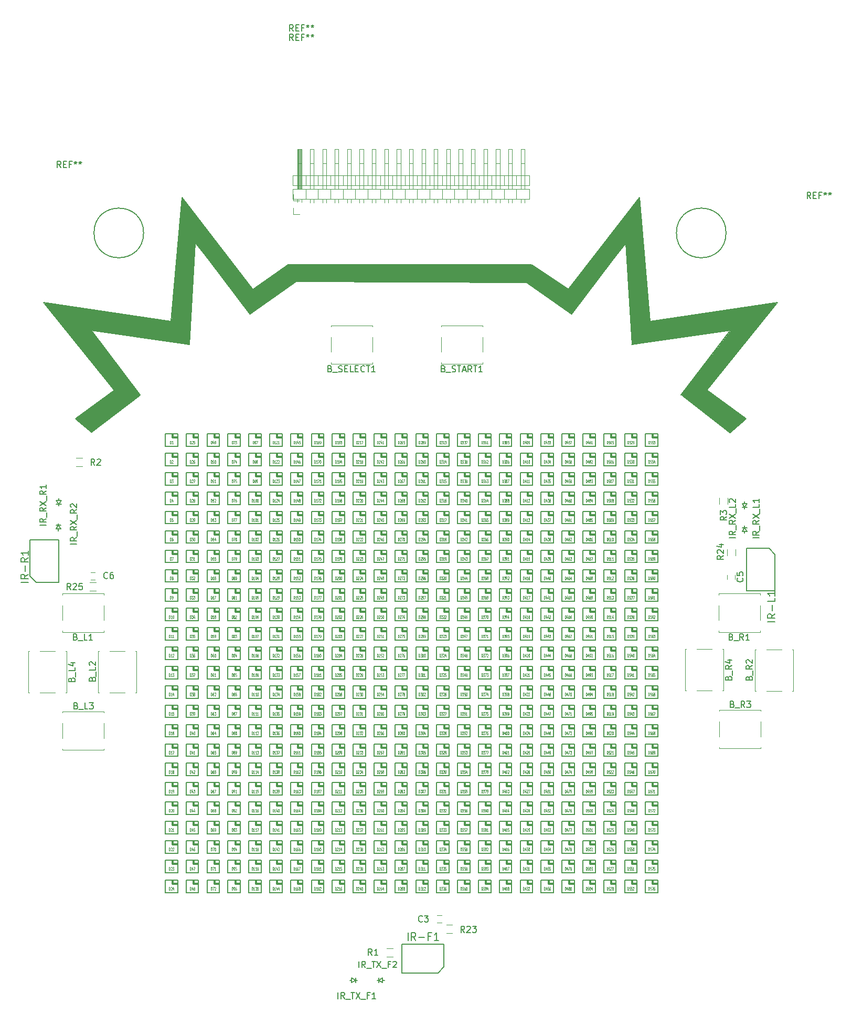
<source format=gto>
G04 #@! TF.FileFunction,Legend,Top*
%FSLAX46Y46*%
G04 Gerber Fmt 4.6, Leading zero omitted, Abs format (unit mm)*
G04 Created by KiCad (PCBNEW 4.0.6+dfsg1-1) date Wed Jun  6 23:31:45 2018*
%MOMM*%
%LPD*%
G01*
G04 APERTURE LIST*
%ADD10C,0.100000*%
%ADD11C,0.200000*%
%ADD12C,0.150000*%
%ADD13C,0.120000*%
%ADD14C,0.350000*%
%ADD15C,0.074930*%
%ADD16C,0.254000*%
G04 APERTURE END LIST*
D10*
D11*
X226651794Y-78735611D02*
X210800000Y-80990000D01*
X213750000Y-77290000D02*
X212011730Y-57241852D01*
X234297724Y-74245091D02*
X213850000Y-77240000D01*
X218740000Y-89110000D02*
X226651794Y-78735611D01*
X222986254Y-88294315D02*
X234297724Y-74245091D01*
X209820000Y-64670000D02*
X202787452Y-73563028D01*
X210830000Y-80990000D02*
X209880000Y-64660000D01*
X212011730Y-57241852D02*
X200648227Y-72018085D01*
X140380000Y-64670000D02*
X147412548Y-73563028D01*
X139370000Y-80990000D02*
X140320000Y-64660000D01*
X123548206Y-78735611D02*
X139400000Y-80990000D01*
X131460000Y-89110000D02*
X123548206Y-78735611D01*
X138188270Y-57241852D02*
X149551773Y-72018085D01*
X136450000Y-77290000D02*
X138188270Y-57241852D01*
X115902276Y-74245091D02*
X136350000Y-77240000D01*
X127213746Y-88294315D02*
X115902276Y-74245091D01*
D12*
X113680000Y-118330000D02*
X114680000Y-119330000D01*
X114680000Y-119330000D02*
X118280000Y-119330000D01*
X118280000Y-119330000D02*
X118280000Y-112520000D01*
X118280000Y-112520000D02*
X113680000Y-112520000D01*
X113680000Y-112520000D02*
X113680000Y-118330000D01*
D13*
X156115000Y-57560000D02*
X194235000Y-57560000D01*
X194235000Y-57560000D02*
X194235000Y-55940000D01*
X194235000Y-55940000D02*
X156115000Y-55940000D01*
X156115000Y-55940000D02*
X156115000Y-57560000D01*
X156865000Y-55940000D02*
X156865000Y-51740000D01*
X156865000Y-51740000D02*
X157485000Y-51740000D01*
X157485000Y-51740000D02*
X157485000Y-55940000D01*
X156925000Y-55940000D02*
X156925000Y-51740000D01*
X157045000Y-55940000D02*
X157045000Y-51740000D01*
X157165000Y-55940000D02*
X157165000Y-51740000D01*
X157285000Y-55940000D02*
X157285000Y-51740000D01*
X157405000Y-55940000D02*
X157405000Y-51740000D01*
X156865000Y-58065000D02*
X156865000Y-57560000D01*
X157485000Y-58065000D02*
X157485000Y-57560000D01*
X158175000Y-57560000D02*
X158175000Y-55940000D01*
X158865000Y-55940000D02*
X158865000Y-51740000D01*
X158865000Y-51740000D02*
X159485000Y-51740000D01*
X159485000Y-51740000D02*
X159485000Y-55940000D01*
X158865000Y-58117886D02*
X158865000Y-57560000D01*
X159485000Y-58117886D02*
X159485000Y-57560000D01*
X160175000Y-57560000D02*
X160175000Y-55940000D01*
X160865000Y-55940000D02*
X160865000Y-51740000D01*
X160865000Y-51740000D02*
X161485000Y-51740000D01*
X161485000Y-51740000D02*
X161485000Y-55940000D01*
X160865000Y-58117886D02*
X160865000Y-57560000D01*
X161485000Y-58117886D02*
X161485000Y-57560000D01*
X162175000Y-57560000D02*
X162175000Y-55940000D01*
X162865000Y-55940000D02*
X162865000Y-51740000D01*
X162865000Y-51740000D02*
X163485000Y-51740000D01*
X163485000Y-51740000D02*
X163485000Y-55940000D01*
X162865000Y-58117886D02*
X162865000Y-57560000D01*
X163485000Y-58117886D02*
X163485000Y-57560000D01*
X164175000Y-57560000D02*
X164175000Y-55940000D01*
X164865000Y-55940000D02*
X164865000Y-51740000D01*
X164865000Y-51740000D02*
X165485000Y-51740000D01*
X165485000Y-51740000D02*
X165485000Y-55940000D01*
X164865000Y-58117886D02*
X164865000Y-57560000D01*
X165485000Y-58117886D02*
X165485000Y-57560000D01*
X166175000Y-57560000D02*
X166175000Y-55940000D01*
X166865000Y-55940000D02*
X166865000Y-51740000D01*
X166865000Y-51740000D02*
X167485000Y-51740000D01*
X167485000Y-51740000D02*
X167485000Y-55940000D01*
X166865000Y-58117886D02*
X166865000Y-57560000D01*
X167485000Y-58117886D02*
X167485000Y-57560000D01*
X168175000Y-57560000D02*
X168175000Y-55940000D01*
X168865000Y-55940000D02*
X168865000Y-51740000D01*
X168865000Y-51740000D02*
X169485000Y-51740000D01*
X169485000Y-51740000D02*
X169485000Y-55940000D01*
X168865000Y-58117886D02*
X168865000Y-57560000D01*
X169485000Y-58117886D02*
X169485000Y-57560000D01*
X170175000Y-57560000D02*
X170175000Y-55940000D01*
X170865000Y-55940000D02*
X170865000Y-51740000D01*
X170865000Y-51740000D02*
X171485000Y-51740000D01*
X171485000Y-51740000D02*
X171485000Y-55940000D01*
X170865000Y-58117886D02*
X170865000Y-57560000D01*
X171485000Y-58117886D02*
X171485000Y-57560000D01*
X172175000Y-57560000D02*
X172175000Y-55940000D01*
X172865000Y-55940000D02*
X172865000Y-51740000D01*
X172865000Y-51740000D02*
X173485000Y-51740000D01*
X173485000Y-51740000D02*
X173485000Y-55940000D01*
X172865000Y-58117886D02*
X172865000Y-57560000D01*
X173485000Y-58117886D02*
X173485000Y-57560000D01*
X174175000Y-57560000D02*
X174175000Y-55940000D01*
X174865000Y-55940000D02*
X174865000Y-51740000D01*
X174865000Y-51740000D02*
X175485000Y-51740000D01*
X175485000Y-51740000D02*
X175485000Y-55940000D01*
X174865000Y-58117886D02*
X174865000Y-57560000D01*
X175485000Y-58117886D02*
X175485000Y-57560000D01*
X176175000Y-57560000D02*
X176175000Y-55940000D01*
X176865000Y-55940000D02*
X176865000Y-51740000D01*
X176865000Y-51740000D02*
X177485000Y-51740000D01*
X177485000Y-51740000D02*
X177485000Y-55940000D01*
X176865000Y-58117886D02*
X176865000Y-57560000D01*
X177485000Y-58117886D02*
X177485000Y-57560000D01*
X178175000Y-57560000D02*
X178175000Y-55940000D01*
X178865000Y-55940000D02*
X178865000Y-51740000D01*
X178865000Y-51740000D02*
X179485000Y-51740000D01*
X179485000Y-51740000D02*
X179485000Y-55940000D01*
X178865000Y-58117886D02*
X178865000Y-57560000D01*
X179485000Y-58117886D02*
X179485000Y-57560000D01*
X180175000Y-57560000D02*
X180175000Y-55940000D01*
X180865000Y-55940000D02*
X180865000Y-51740000D01*
X180865000Y-51740000D02*
X181485000Y-51740000D01*
X181485000Y-51740000D02*
X181485000Y-55940000D01*
X180865000Y-58117886D02*
X180865000Y-57560000D01*
X181485000Y-58117886D02*
X181485000Y-57560000D01*
X182175000Y-57560000D02*
X182175000Y-55940000D01*
X182865000Y-55940000D02*
X182865000Y-51740000D01*
X182865000Y-51740000D02*
X183485000Y-51740000D01*
X183485000Y-51740000D02*
X183485000Y-55940000D01*
X182865000Y-58117886D02*
X182865000Y-57560000D01*
X183485000Y-58117886D02*
X183485000Y-57560000D01*
X184175000Y-57560000D02*
X184175000Y-55940000D01*
X184865000Y-55940000D02*
X184865000Y-51740000D01*
X184865000Y-51740000D02*
X185485000Y-51740000D01*
X185485000Y-51740000D02*
X185485000Y-55940000D01*
X184865000Y-58117886D02*
X184865000Y-57560000D01*
X185485000Y-58117886D02*
X185485000Y-57560000D01*
X186175000Y-57560000D02*
X186175000Y-55940000D01*
X186865000Y-55940000D02*
X186865000Y-51740000D01*
X186865000Y-51740000D02*
X187485000Y-51740000D01*
X187485000Y-51740000D02*
X187485000Y-55940000D01*
X186865000Y-58117886D02*
X186865000Y-57560000D01*
X187485000Y-58117886D02*
X187485000Y-57560000D01*
X188175000Y-57560000D02*
X188175000Y-55940000D01*
X188865000Y-55940000D02*
X188865000Y-51740000D01*
X188865000Y-51740000D02*
X189485000Y-51740000D01*
X189485000Y-51740000D02*
X189485000Y-55940000D01*
X188865000Y-58117886D02*
X188865000Y-57560000D01*
X189485000Y-58117886D02*
X189485000Y-57560000D01*
X190175000Y-57560000D02*
X190175000Y-55940000D01*
X190865000Y-55940000D02*
X190865000Y-51740000D01*
X190865000Y-51740000D02*
X191485000Y-51740000D01*
X191485000Y-51740000D02*
X191485000Y-55940000D01*
X190865000Y-58117886D02*
X190865000Y-57560000D01*
X191485000Y-58117886D02*
X191485000Y-57560000D01*
X192175000Y-57560000D02*
X192175000Y-55940000D01*
X192865000Y-55940000D02*
X192865000Y-51740000D01*
X192865000Y-51740000D02*
X193485000Y-51740000D01*
X193485000Y-51740000D02*
X193485000Y-55940000D01*
X192865000Y-58117886D02*
X192865000Y-57560000D01*
X193485000Y-58117886D02*
X193485000Y-57560000D01*
X157175000Y-60000000D02*
X156175000Y-60000000D01*
X156175000Y-60000000D02*
X156175000Y-59000000D01*
D12*
X226000000Y-63000000D02*
G75*
G03X226000000Y-63000000I-4000000J0D01*
G01*
D13*
X162250000Y-84100000D02*
X162250000Y-83900000D01*
X162250000Y-77900000D02*
X162250000Y-78100000D01*
X168950000Y-77900000D02*
X168950000Y-78100000D01*
X168950000Y-84100000D02*
X168950000Y-83900000D01*
X168950000Y-82200000D02*
X168950000Y-79800000D01*
X162250000Y-82200000D02*
X162250000Y-79800000D01*
X162250000Y-84100000D02*
X168950000Y-84100000D01*
X168950000Y-77900000D02*
X162250000Y-77900000D01*
D14*
X137400000Y-96000000D02*
X136700000Y-96000000D01*
X136700000Y-96000000D02*
X136700000Y-95500000D01*
D12*
X135500000Y-95400000D02*
X137500000Y-95400000D01*
X137500000Y-95400000D02*
X137500000Y-97400000D01*
X137500000Y-97400000D02*
X135500000Y-97400000D01*
X135500000Y-97400000D02*
X135500000Y-95400000D01*
D14*
X137400000Y-99123913D02*
X136700000Y-99123913D01*
X136700000Y-99123913D02*
X136700000Y-98623913D01*
D12*
X135500000Y-98523913D02*
X137500000Y-98523913D01*
X137500000Y-98523913D02*
X137500000Y-100523913D01*
X137500000Y-100523913D02*
X135500000Y-100523913D01*
X135500000Y-100523913D02*
X135500000Y-98523913D01*
D14*
X137400000Y-102247826D02*
X136700000Y-102247826D01*
X136700000Y-102247826D02*
X136700000Y-101747826D01*
D12*
X135500000Y-101647826D02*
X137500000Y-101647826D01*
X137500000Y-101647826D02*
X137500000Y-103647826D01*
X137500000Y-103647826D02*
X135500000Y-103647826D01*
X135500000Y-103647826D02*
X135500000Y-101647826D01*
D14*
X137400000Y-105371739D02*
X136700000Y-105371739D01*
X136700000Y-105371739D02*
X136700000Y-104871739D01*
D12*
X135500000Y-104771739D02*
X137500000Y-104771739D01*
X137500000Y-104771739D02*
X137500000Y-106771739D01*
X137500000Y-106771739D02*
X135500000Y-106771739D01*
X135500000Y-106771739D02*
X135500000Y-104771739D01*
D14*
X137400000Y-108495652D02*
X136700000Y-108495652D01*
X136700000Y-108495652D02*
X136700000Y-107995652D01*
D12*
X135500000Y-107895652D02*
X137500000Y-107895652D01*
X137500000Y-107895652D02*
X137500000Y-109895652D01*
X137500000Y-109895652D02*
X135500000Y-109895652D01*
X135500000Y-109895652D02*
X135500000Y-107895652D01*
D14*
X137400000Y-111619565D02*
X136700000Y-111619565D01*
X136700000Y-111619565D02*
X136700000Y-111119565D01*
D12*
X135500000Y-111019565D02*
X137500000Y-111019565D01*
X137500000Y-111019565D02*
X137500000Y-113019565D01*
X137500000Y-113019565D02*
X135500000Y-113019565D01*
X135500000Y-113019565D02*
X135500000Y-111019565D01*
D14*
X137400000Y-114743478D02*
X136700000Y-114743478D01*
X136700000Y-114743478D02*
X136700000Y-114243478D01*
D12*
X135500000Y-114143478D02*
X137500000Y-114143478D01*
X137500000Y-114143478D02*
X137500000Y-116143478D01*
X137500000Y-116143478D02*
X135500000Y-116143478D01*
X135500000Y-116143478D02*
X135500000Y-114143478D01*
D14*
X137400000Y-117867391D02*
X136700000Y-117867391D01*
X136700000Y-117867391D02*
X136700000Y-117367391D01*
D12*
X135500000Y-117267391D02*
X137500000Y-117267391D01*
X137500000Y-117267391D02*
X137500000Y-119267391D01*
X137500000Y-119267391D02*
X135500000Y-119267391D01*
X135500000Y-119267391D02*
X135500000Y-117267391D01*
D14*
X137400000Y-120991304D02*
X136700000Y-120991304D01*
X136700000Y-120991304D02*
X136700000Y-120491304D01*
D12*
X135500000Y-120391304D02*
X137500000Y-120391304D01*
X137500000Y-120391304D02*
X137500000Y-122391304D01*
X137500000Y-122391304D02*
X135500000Y-122391304D01*
X135500000Y-122391304D02*
X135500000Y-120391304D01*
D14*
X137400000Y-124115217D02*
X136700000Y-124115217D01*
X136700000Y-124115217D02*
X136700000Y-123615217D01*
D12*
X135500000Y-123515217D02*
X137500000Y-123515217D01*
X137500000Y-123515217D02*
X137500000Y-125515217D01*
X137500000Y-125515217D02*
X135500000Y-125515217D01*
X135500000Y-125515217D02*
X135500000Y-123515217D01*
D14*
X137400000Y-127239130D02*
X136700000Y-127239130D01*
X136700000Y-127239130D02*
X136700000Y-126739130D01*
D12*
X135500000Y-126639130D02*
X137500000Y-126639130D01*
X137500000Y-126639130D02*
X137500000Y-128639130D01*
X137500000Y-128639130D02*
X135500000Y-128639130D01*
X135500000Y-128639130D02*
X135500000Y-126639130D01*
D14*
X137400000Y-130363043D02*
X136700000Y-130363043D01*
X136700000Y-130363043D02*
X136700000Y-129863043D01*
D12*
X135500000Y-129763043D02*
X137500000Y-129763043D01*
X137500000Y-129763043D02*
X137500000Y-131763043D01*
X137500000Y-131763043D02*
X135500000Y-131763043D01*
X135500000Y-131763043D02*
X135500000Y-129763043D01*
D14*
X137400000Y-133486956D02*
X136700000Y-133486956D01*
X136700000Y-133486956D02*
X136700000Y-132986956D01*
D12*
X135500000Y-132886956D02*
X137500000Y-132886956D01*
X137500000Y-132886956D02*
X137500000Y-134886956D01*
X137500000Y-134886956D02*
X135500000Y-134886956D01*
X135500000Y-134886956D02*
X135500000Y-132886956D01*
D14*
X137400000Y-136610869D02*
X136700000Y-136610869D01*
X136700000Y-136610869D02*
X136700000Y-136110869D01*
D12*
X135500000Y-136010869D02*
X137500000Y-136010869D01*
X137500000Y-136010869D02*
X137500000Y-138010869D01*
X137500000Y-138010869D02*
X135500000Y-138010869D01*
X135500000Y-138010869D02*
X135500000Y-136010869D01*
D14*
X137400000Y-139734782D02*
X136700000Y-139734782D01*
X136700000Y-139734782D02*
X136700000Y-139234782D01*
D12*
X135500000Y-139134782D02*
X137500000Y-139134782D01*
X137500000Y-139134782D02*
X137500000Y-141134782D01*
X137500000Y-141134782D02*
X135500000Y-141134782D01*
X135500000Y-141134782D02*
X135500000Y-139134782D01*
D14*
X137400000Y-142858695D02*
X136700000Y-142858695D01*
X136700000Y-142858695D02*
X136700000Y-142358695D01*
D12*
X135500000Y-142258695D02*
X137500000Y-142258695D01*
X137500000Y-142258695D02*
X137500000Y-144258695D01*
X137500000Y-144258695D02*
X135500000Y-144258695D01*
X135500000Y-144258695D02*
X135500000Y-142258695D01*
D14*
X137400000Y-145982608D02*
X136700000Y-145982608D01*
X136700000Y-145982608D02*
X136700000Y-145482608D01*
D12*
X135500000Y-145382608D02*
X137500000Y-145382608D01*
X137500000Y-145382608D02*
X137500000Y-147382608D01*
X137500000Y-147382608D02*
X135500000Y-147382608D01*
X135500000Y-147382608D02*
X135500000Y-145382608D01*
D14*
X137400000Y-149106521D02*
X136700000Y-149106521D01*
X136700000Y-149106521D02*
X136700000Y-148606521D01*
D12*
X135500000Y-148506521D02*
X137500000Y-148506521D01*
X137500000Y-148506521D02*
X137500000Y-150506521D01*
X137500000Y-150506521D02*
X135500000Y-150506521D01*
X135500000Y-150506521D02*
X135500000Y-148506521D01*
D14*
X137400000Y-152230434D02*
X136700000Y-152230434D01*
X136700000Y-152230434D02*
X136700000Y-151730434D01*
D12*
X135500000Y-151630434D02*
X137500000Y-151630434D01*
X137500000Y-151630434D02*
X137500000Y-153630434D01*
X137500000Y-153630434D02*
X135500000Y-153630434D01*
X135500000Y-153630434D02*
X135500000Y-151630434D01*
D14*
X137400000Y-155354347D02*
X136700000Y-155354347D01*
X136700000Y-155354347D02*
X136700000Y-154854347D01*
D12*
X135500000Y-154754347D02*
X137500000Y-154754347D01*
X137500000Y-154754347D02*
X137500000Y-156754347D01*
X137500000Y-156754347D02*
X135500000Y-156754347D01*
X135500000Y-156754347D02*
X135500000Y-154754347D01*
D14*
X137400000Y-158478260D02*
X136700000Y-158478260D01*
X136700000Y-158478260D02*
X136700000Y-157978260D01*
D12*
X135500000Y-157878260D02*
X137500000Y-157878260D01*
X137500000Y-157878260D02*
X137500000Y-159878260D01*
X137500000Y-159878260D02*
X135500000Y-159878260D01*
X135500000Y-159878260D02*
X135500000Y-157878260D01*
D14*
X137400000Y-161602173D02*
X136700000Y-161602173D01*
X136700000Y-161602173D02*
X136700000Y-161102173D01*
D12*
X135500000Y-161002173D02*
X137500000Y-161002173D01*
X137500000Y-161002173D02*
X137500000Y-163002173D01*
X137500000Y-163002173D02*
X135500000Y-163002173D01*
X135500000Y-163002173D02*
X135500000Y-161002173D01*
D14*
X137400000Y-164726086D02*
X136700000Y-164726086D01*
X136700000Y-164726086D02*
X136700000Y-164226086D01*
D12*
X135500000Y-164126086D02*
X137500000Y-164126086D01*
X137500000Y-164126086D02*
X137500000Y-166126086D01*
X137500000Y-166126086D02*
X135500000Y-166126086D01*
X135500000Y-166126086D02*
X135500000Y-164126086D01*
D14*
X137400000Y-167949999D02*
X136700000Y-167949999D01*
X136700000Y-167949999D02*
X136700000Y-167449999D01*
D12*
X135500000Y-167349999D02*
X137500000Y-167349999D01*
X137500000Y-167349999D02*
X137500000Y-169349999D01*
X137500000Y-169349999D02*
X135500000Y-169349999D01*
X135500000Y-169349999D02*
X135500000Y-167349999D01*
D14*
X140769565Y-96000000D02*
X140069565Y-96000000D01*
X140069565Y-96000000D02*
X140069565Y-95500000D01*
D12*
X138869565Y-95400000D02*
X140869565Y-95400000D01*
X140869565Y-95400000D02*
X140869565Y-97400000D01*
X140869565Y-97400000D02*
X138869565Y-97400000D01*
X138869565Y-97400000D02*
X138869565Y-95400000D01*
D14*
X140769565Y-99123913D02*
X140069565Y-99123913D01*
X140069565Y-99123913D02*
X140069565Y-98623913D01*
D12*
X138869565Y-98523913D02*
X140869565Y-98523913D01*
X140869565Y-98523913D02*
X140869565Y-100523913D01*
X140869565Y-100523913D02*
X138869565Y-100523913D01*
X138869565Y-100523913D02*
X138869565Y-98523913D01*
D14*
X140769565Y-102247826D02*
X140069565Y-102247826D01*
X140069565Y-102247826D02*
X140069565Y-101747826D01*
D12*
X138869565Y-101647826D02*
X140869565Y-101647826D01*
X140869565Y-101647826D02*
X140869565Y-103647826D01*
X140869565Y-103647826D02*
X138869565Y-103647826D01*
X138869565Y-103647826D02*
X138869565Y-101647826D01*
D14*
X140769565Y-105371739D02*
X140069565Y-105371739D01*
X140069565Y-105371739D02*
X140069565Y-104871739D01*
D12*
X138869565Y-104771739D02*
X140869565Y-104771739D01*
X140869565Y-104771739D02*
X140869565Y-106771739D01*
X140869565Y-106771739D02*
X138869565Y-106771739D01*
X138869565Y-106771739D02*
X138869565Y-104771739D01*
D14*
X140769565Y-108495652D02*
X140069565Y-108495652D01*
X140069565Y-108495652D02*
X140069565Y-107995652D01*
D12*
X138869565Y-107895652D02*
X140869565Y-107895652D01*
X140869565Y-107895652D02*
X140869565Y-109895652D01*
X140869565Y-109895652D02*
X138869565Y-109895652D01*
X138869565Y-109895652D02*
X138869565Y-107895652D01*
D14*
X140769565Y-111619565D02*
X140069565Y-111619565D01*
X140069565Y-111619565D02*
X140069565Y-111119565D01*
D12*
X138869565Y-111019565D02*
X140869565Y-111019565D01*
X140869565Y-111019565D02*
X140869565Y-113019565D01*
X140869565Y-113019565D02*
X138869565Y-113019565D01*
X138869565Y-113019565D02*
X138869565Y-111019565D01*
D14*
X140769565Y-114743478D02*
X140069565Y-114743478D01*
X140069565Y-114743478D02*
X140069565Y-114243478D01*
D12*
X138869565Y-114143478D02*
X140869565Y-114143478D01*
X140869565Y-114143478D02*
X140869565Y-116143478D01*
X140869565Y-116143478D02*
X138869565Y-116143478D01*
X138869565Y-116143478D02*
X138869565Y-114143478D01*
D14*
X140769565Y-117867391D02*
X140069565Y-117867391D01*
X140069565Y-117867391D02*
X140069565Y-117367391D01*
D12*
X138869565Y-117267391D02*
X140869565Y-117267391D01*
X140869565Y-117267391D02*
X140869565Y-119267391D01*
X140869565Y-119267391D02*
X138869565Y-119267391D01*
X138869565Y-119267391D02*
X138869565Y-117267391D01*
D14*
X140769565Y-120991304D02*
X140069565Y-120991304D01*
X140069565Y-120991304D02*
X140069565Y-120491304D01*
D12*
X138869565Y-120391304D02*
X140869565Y-120391304D01*
X140869565Y-120391304D02*
X140869565Y-122391304D01*
X140869565Y-122391304D02*
X138869565Y-122391304D01*
X138869565Y-122391304D02*
X138869565Y-120391304D01*
D14*
X140769565Y-124115217D02*
X140069565Y-124115217D01*
X140069565Y-124115217D02*
X140069565Y-123615217D01*
D12*
X138869565Y-123515217D02*
X140869565Y-123515217D01*
X140869565Y-123515217D02*
X140869565Y-125515217D01*
X140869565Y-125515217D02*
X138869565Y-125515217D01*
X138869565Y-125515217D02*
X138869565Y-123515217D01*
D14*
X140769565Y-127239130D02*
X140069565Y-127239130D01*
X140069565Y-127239130D02*
X140069565Y-126739130D01*
D12*
X138869565Y-126639130D02*
X140869565Y-126639130D01*
X140869565Y-126639130D02*
X140869565Y-128639130D01*
X140869565Y-128639130D02*
X138869565Y-128639130D01*
X138869565Y-128639130D02*
X138869565Y-126639130D01*
D14*
X140769565Y-130363043D02*
X140069565Y-130363043D01*
X140069565Y-130363043D02*
X140069565Y-129863043D01*
D12*
X138869565Y-129763043D02*
X140869565Y-129763043D01*
X140869565Y-129763043D02*
X140869565Y-131763043D01*
X140869565Y-131763043D02*
X138869565Y-131763043D01*
X138869565Y-131763043D02*
X138869565Y-129763043D01*
D14*
X140769565Y-133486956D02*
X140069565Y-133486956D01*
X140069565Y-133486956D02*
X140069565Y-132986956D01*
D12*
X138869565Y-132886956D02*
X140869565Y-132886956D01*
X140869565Y-132886956D02*
X140869565Y-134886956D01*
X140869565Y-134886956D02*
X138869565Y-134886956D01*
X138869565Y-134886956D02*
X138869565Y-132886956D01*
D14*
X140769565Y-136610869D02*
X140069565Y-136610869D01*
X140069565Y-136610869D02*
X140069565Y-136110869D01*
D12*
X138869565Y-136010869D02*
X140869565Y-136010869D01*
X140869565Y-136010869D02*
X140869565Y-138010869D01*
X140869565Y-138010869D02*
X138869565Y-138010869D01*
X138869565Y-138010869D02*
X138869565Y-136010869D01*
D14*
X140769565Y-139734782D02*
X140069565Y-139734782D01*
X140069565Y-139734782D02*
X140069565Y-139234782D01*
D12*
X138869565Y-139134782D02*
X140869565Y-139134782D01*
X140869565Y-139134782D02*
X140869565Y-141134782D01*
X140869565Y-141134782D02*
X138869565Y-141134782D01*
X138869565Y-141134782D02*
X138869565Y-139134782D01*
D14*
X140769565Y-142858695D02*
X140069565Y-142858695D01*
X140069565Y-142858695D02*
X140069565Y-142358695D01*
D12*
X138869565Y-142258695D02*
X140869565Y-142258695D01*
X140869565Y-142258695D02*
X140869565Y-144258695D01*
X140869565Y-144258695D02*
X138869565Y-144258695D01*
X138869565Y-144258695D02*
X138869565Y-142258695D01*
D14*
X140769565Y-145982608D02*
X140069565Y-145982608D01*
X140069565Y-145982608D02*
X140069565Y-145482608D01*
D12*
X138869565Y-145382608D02*
X140869565Y-145382608D01*
X140869565Y-145382608D02*
X140869565Y-147382608D01*
X140869565Y-147382608D02*
X138869565Y-147382608D01*
X138869565Y-147382608D02*
X138869565Y-145382608D01*
D14*
X140769565Y-149106521D02*
X140069565Y-149106521D01*
X140069565Y-149106521D02*
X140069565Y-148606521D01*
D12*
X138869565Y-148506521D02*
X140869565Y-148506521D01*
X140869565Y-148506521D02*
X140869565Y-150506521D01*
X140869565Y-150506521D02*
X138869565Y-150506521D01*
X138869565Y-150506521D02*
X138869565Y-148506521D01*
D14*
X140769565Y-152230434D02*
X140069565Y-152230434D01*
X140069565Y-152230434D02*
X140069565Y-151730434D01*
D12*
X138869565Y-151630434D02*
X140869565Y-151630434D01*
X140869565Y-151630434D02*
X140869565Y-153630434D01*
X140869565Y-153630434D02*
X138869565Y-153630434D01*
X138869565Y-153630434D02*
X138869565Y-151630434D01*
D14*
X140769565Y-155354347D02*
X140069565Y-155354347D01*
X140069565Y-155354347D02*
X140069565Y-154854347D01*
D12*
X138869565Y-154754347D02*
X140869565Y-154754347D01*
X140869565Y-154754347D02*
X140869565Y-156754347D01*
X140869565Y-156754347D02*
X138869565Y-156754347D01*
X138869565Y-156754347D02*
X138869565Y-154754347D01*
D14*
X140769565Y-158478260D02*
X140069565Y-158478260D01*
X140069565Y-158478260D02*
X140069565Y-157978260D01*
D12*
X138869565Y-157878260D02*
X140869565Y-157878260D01*
X140869565Y-157878260D02*
X140869565Y-159878260D01*
X140869565Y-159878260D02*
X138869565Y-159878260D01*
X138869565Y-159878260D02*
X138869565Y-157878260D01*
D14*
X140769565Y-161602173D02*
X140069565Y-161602173D01*
X140069565Y-161602173D02*
X140069565Y-161102173D01*
D12*
X138869565Y-161002173D02*
X140869565Y-161002173D01*
X140869565Y-161002173D02*
X140869565Y-163002173D01*
X140869565Y-163002173D02*
X138869565Y-163002173D01*
X138869565Y-163002173D02*
X138869565Y-161002173D01*
D14*
X140769565Y-164726086D02*
X140069565Y-164726086D01*
X140069565Y-164726086D02*
X140069565Y-164226086D01*
D12*
X138869565Y-164126086D02*
X140869565Y-164126086D01*
X140869565Y-164126086D02*
X140869565Y-166126086D01*
X140869565Y-166126086D02*
X138869565Y-166126086D01*
X138869565Y-166126086D02*
X138869565Y-164126086D01*
D14*
X140769565Y-167949999D02*
X140069565Y-167949999D01*
X140069565Y-167949999D02*
X140069565Y-167449999D01*
D12*
X138869565Y-167349999D02*
X140869565Y-167349999D01*
X140869565Y-167349999D02*
X140869565Y-169349999D01*
X140869565Y-169349999D02*
X138869565Y-169349999D01*
X138869565Y-169349999D02*
X138869565Y-167349999D01*
D14*
X144139130Y-96000000D02*
X143439130Y-96000000D01*
X143439130Y-96000000D02*
X143439130Y-95500000D01*
D12*
X142239130Y-95400000D02*
X144239130Y-95400000D01*
X144239130Y-95400000D02*
X144239130Y-97400000D01*
X144239130Y-97400000D02*
X142239130Y-97400000D01*
X142239130Y-97400000D02*
X142239130Y-95400000D01*
D14*
X144139130Y-99123913D02*
X143439130Y-99123913D01*
X143439130Y-99123913D02*
X143439130Y-98623913D01*
D12*
X142239130Y-98523913D02*
X144239130Y-98523913D01*
X144239130Y-98523913D02*
X144239130Y-100523913D01*
X144239130Y-100523913D02*
X142239130Y-100523913D01*
X142239130Y-100523913D02*
X142239130Y-98523913D01*
D14*
X144139130Y-102247826D02*
X143439130Y-102247826D01*
X143439130Y-102247826D02*
X143439130Y-101747826D01*
D12*
X142239130Y-101647826D02*
X144239130Y-101647826D01*
X144239130Y-101647826D02*
X144239130Y-103647826D01*
X144239130Y-103647826D02*
X142239130Y-103647826D01*
X142239130Y-103647826D02*
X142239130Y-101647826D01*
D14*
X144139130Y-105371739D02*
X143439130Y-105371739D01*
X143439130Y-105371739D02*
X143439130Y-104871739D01*
D12*
X142239130Y-104771739D02*
X144239130Y-104771739D01*
X144239130Y-104771739D02*
X144239130Y-106771739D01*
X144239130Y-106771739D02*
X142239130Y-106771739D01*
X142239130Y-106771739D02*
X142239130Y-104771739D01*
D14*
X144139130Y-108495652D02*
X143439130Y-108495652D01*
X143439130Y-108495652D02*
X143439130Y-107995652D01*
D12*
X142239130Y-107895652D02*
X144239130Y-107895652D01*
X144239130Y-107895652D02*
X144239130Y-109895652D01*
X144239130Y-109895652D02*
X142239130Y-109895652D01*
X142239130Y-109895652D02*
X142239130Y-107895652D01*
D14*
X144139130Y-111619565D02*
X143439130Y-111619565D01*
X143439130Y-111619565D02*
X143439130Y-111119565D01*
D12*
X142239130Y-111019565D02*
X144239130Y-111019565D01*
X144239130Y-111019565D02*
X144239130Y-113019565D01*
X144239130Y-113019565D02*
X142239130Y-113019565D01*
X142239130Y-113019565D02*
X142239130Y-111019565D01*
D14*
X144139130Y-114743478D02*
X143439130Y-114743478D01*
X143439130Y-114743478D02*
X143439130Y-114243478D01*
D12*
X142239130Y-114143478D02*
X144239130Y-114143478D01*
X144239130Y-114143478D02*
X144239130Y-116143478D01*
X144239130Y-116143478D02*
X142239130Y-116143478D01*
X142239130Y-116143478D02*
X142239130Y-114143478D01*
D14*
X144139130Y-117867391D02*
X143439130Y-117867391D01*
X143439130Y-117867391D02*
X143439130Y-117367391D01*
D12*
X142239130Y-117267391D02*
X144239130Y-117267391D01*
X144239130Y-117267391D02*
X144239130Y-119267391D01*
X144239130Y-119267391D02*
X142239130Y-119267391D01*
X142239130Y-119267391D02*
X142239130Y-117267391D01*
D14*
X144139130Y-120991304D02*
X143439130Y-120991304D01*
X143439130Y-120991304D02*
X143439130Y-120491304D01*
D12*
X142239130Y-120391304D02*
X144239130Y-120391304D01*
X144239130Y-120391304D02*
X144239130Y-122391304D01*
X144239130Y-122391304D02*
X142239130Y-122391304D01*
X142239130Y-122391304D02*
X142239130Y-120391304D01*
D14*
X144139130Y-124115217D02*
X143439130Y-124115217D01*
X143439130Y-124115217D02*
X143439130Y-123615217D01*
D12*
X142239130Y-123515217D02*
X144239130Y-123515217D01*
X144239130Y-123515217D02*
X144239130Y-125515217D01*
X144239130Y-125515217D02*
X142239130Y-125515217D01*
X142239130Y-125515217D02*
X142239130Y-123515217D01*
D14*
X144139130Y-127239130D02*
X143439130Y-127239130D01*
X143439130Y-127239130D02*
X143439130Y-126739130D01*
D12*
X142239130Y-126639130D02*
X144239130Y-126639130D01*
X144239130Y-126639130D02*
X144239130Y-128639130D01*
X144239130Y-128639130D02*
X142239130Y-128639130D01*
X142239130Y-128639130D02*
X142239130Y-126639130D01*
D14*
X144139130Y-130363043D02*
X143439130Y-130363043D01*
X143439130Y-130363043D02*
X143439130Y-129863043D01*
D12*
X142239130Y-129763043D02*
X144239130Y-129763043D01*
X144239130Y-129763043D02*
X144239130Y-131763043D01*
X144239130Y-131763043D02*
X142239130Y-131763043D01*
X142239130Y-131763043D02*
X142239130Y-129763043D01*
D14*
X144139130Y-133486956D02*
X143439130Y-133486956D01*
X143439130Y-133486956D02*
X143439130Y-132986956D01*
D12*
X142239130Y-132886956D02*
X144239130Y-132886956D01*
X144239130Y-132886956D02*
X144239130Y-134886956D01*
X144239130Y-134886956D02*
X142239130Y-134886956D01*
X142239130Y-134886956D02*
X142239130Y-132886956D01*
D14*
X144139130Y-136610869D02*
X143439130Y-136610869D01*
X143439130Y-136610869D02*
X143439130Y-136110869D01*
D12*
X142239130Y-136010869D02*
X144239130Y-136010869D01*
X144239130Y-136010869D02*
X144239130Y-138010869D01*
X144239130Y-138010869D02*
X142239130Y-138010869D01*
X142239130Y-138010869D02*
X142239130Y-136010869D01*
D14*
X144139130Y-139734782D02*
X143439130Y-139734782D01*
X143439130Y-139734782D02*
X143439130Y-139234782D01*
D12*
X142239130Y-139134782D02*
X144239130Y-139134782D01*
X144239130Y-139134782D02*
X144239130Y-141134782D01*
X144239130Y-141134782D02*
X142239130Y-141134782D01*
X142239130Y-141134782D02*
X142239130Y-139134782D01*
D14*
X144139130Y-142858695D02*
X143439130Y-142858695D01*
X143439130Y-142858695D02*
X143439130Y-142358695D01*
D12*
X142239130Y-142258695D02*
X144239130Y-142258695D01*
X144239130Y-142258695D02*
X144239130Y-144258695D01*
X144239130Y-144258695D02*
X142239130Y-144258695D01*
X142239130Y-144258695D02*
X142239130Y-142258695D01*
D14*
X144139130Y-145982608D02*
X143439130Y-145982608D01*
X143439130Y-145982608D02*
X143439130Y-145482608D01*
D12*
X142239130Y-145382608D02*
X144239130Y-145382608D01*
X144239130Y-145382608D02*
X144239130Y-147382608D01*
X144239130Y-147382608D02*
X142239130Y-147382608D01*
X142239130Y-147382608D02*
X142239130Y-145382608D01*
D14*
X144139130Y-149106521D02*
X143439130Y-149106521D01*
X143439130Y-149106521D02*
X143439130Y-148606521D01*
D12*
X142239130Y-148506521D02*
X144239130Y-148506521D01*
X144239130Y-148506521D02*
X144239130Y-150506521D01*
X144239130Y-150506521D02*
X142239130Y-150506521D01*
X142239130Y-150506521D02*
X142239130Y-148506521D01*
D14*
X144139130Y-152230434D02*
X143439130Y-152230434D01*
X143439130Y-152230434D02*
X143439130Y-151730434D01*
D12*
X142239130Y-151630434D02*
X144239130Y-151630434D01*
X144239130Y-151630434D02*
X144239130Y-153630434D01*
X144239130Y-153630434D02*
X142239130Y-153630434D01*
X142239130Y-153630434D02*
X142239130Y-151630434D01*
D14*
X144139130Y-155354347D02*
X143439130Y-155354347D01*
X143439130Y-155354347D02*
X143439130Y-154854347D01*
D12*
X142239130Y-154754347D02*
X144239130Y-154754347D01*
X144239130Y-154754347D02*
X144239130Y-156754347D01*
X144239130Y-156754347D02*
X142239130Y-156754347D01*
X142239130Y-156754347D02*
X142239130Y-154754347D01*
D14*
X144139130Y-158478260D02*
X143439130Y-158478260D01*
X143439130Y-158478260D02*
X143439130Y-157978260D01*
D12*
X142239130Y-157878260D02*
X144239130Y-157878260D01*
X144239130Y-157878260D02*
X144239130Y-159878260D01*
X144239130Y-159878260D02*
X142239130Y-159878260D01*
X142239130Y-159878260D02*
X142239130Y-157878260D01*
D14*
X144139130Y-161602173D02*
X143439130Y-161602173D01*
X143439130Y-161602173D02*
X143439130Y-161102173D01*
D12*
X142239130Y-161002173D02*
X144239130Y-161002173D01*
X144239130Y-161002173D02*
X144239130Y-163002173D01*
X144239130Y-163002173D02*
X142239130Y-163002173D01*
X142239130Y-163002173D02*
X142239130Y-161002173D01*
D14*
X144139130Y-164726086D02*
X143439130Y-164726086D01*
X143439130Y-164726086D02*
X143439130Y-164226086D01*
D12*
X142239130Y-164126086D02*
X144239130Y-164126086D01*
X144239130Y-164126086D02*
X144239130Y-166126086D01*
X144239130Y-166126086D02*
X142239130Y-166126086D01*
X142239130Y-166126086D02*
X142239130Y-164126086D01*
D14*
X144139130Y-167949999D02*
X143439130Y-167949999D01*
X143439130Y-167949999D02*
X143439130Y-167449999D01*
D12*
X142239130Y-167349999D02*
X144239130Y-167349999D01*
X144239130Y-167349999D02*
X144239130Y-169349999D01*
X144239130Y-169349999D02*
X142239130Y-169349999D01*
X142239130Y-169349999D02*
X142239130Y-167349999D01*
D14*
X147508695Y-96000000D02*
X146808695Y-96000000D01*
X146808695Y-96000000D02*
X146808695Y-95500000D01*
D12*
X145608695Y-95400000D02*
X147608695Y-95400000D01*
X147608695Y-95400000D02*
X147608695Y-97400000D01*
X147608695Y-97400000D02*
X145608695Y-97400000D01*
X145608695Y-97400000D02*
X145608695Y-95400000D01*
D14*
X147508695Y-99123913D02*
X146808695Y-99123913D01*
X146808695Y-99123913D02*
X146808695Y-98623913D01*
D12*
X145608695Y-98523913D02*
X147608695Y-98523913D01*
X147608695Y-98523913D02*
X147608695Y-100523913D01*
X147608695Y-100523913D02*
X145608695Y-100523913D01*
X145608695Y-100523913D02*
X145608695Y-98523913D01*
D14*
X147508695Y-102247826D02*
X146808695Y-102247826D01*
X146808695Y-102247826D02*
X146808695Y-101747826D01*
D12*
X145608695Y-101647826D02*
X147608695Y-101647826D01*
X147608695Y-101647826D02*
X147608695Y-103647826D01*
X147608695Y-103647826D02*
X145608695Y-103647826D01*
X145608695Y-103647826D02*
X145608695Y-101647826D01*
D14*
X147508695Y-105371739D02*
X146808695Y-105371739D01*
X146808695Y-105371739D02*
X146808695Y-104871739D01*
D12*
X145608695Y-104771739D02*
X147608695Y-104771739D01*
X147608695Y-104771739D02*
X147608695Y-106771739D01*
X147608695Y-106771739D02*
X145608695Y-106771739D01*
X145608695Y-106771739D02*
X145608695Y-104771739D01*
D14*
X147508695Y-108495652D02*
X146808695Y-108495652D01*
X146808695Y-108495652D02*
X146808695Y-107995652D01*
D12*
X145608695Y-107895652D02*
X147608695Y-107895652D01*
X147608695Y-107895652D02*
X147608695Y-109895652D01*
X147608695Y-109895652D02*
X145608695Y-109895652D01*
X145608695Y-109895652D02*
X145608695Y-107895652D01*
D14*
X147508695Y-111619565D02*
X146808695Y-111619565D01*
X146808695Y-111619565D02*
X146808695Y-111119565D01*
D12*
X145608695Y-111019565D02*
X147608695Y-111019565D01*
X147608695Y-111019565D02*
X147608695Y-113019565D01*
X147608695Y-113019565D02*
X145608695Y-113019565D01*
X145608695Y-113019565D02*
X145608695Y-111019565D01*
D14*
X147508695Y-114743478D02*
X146808695Y-114743478D01*
X146808695Y-114743478D02*
X146808695Y-114243478D01*
D12*
X145608695Y-114143478D02*
X147608695Y-114143478D01*
X147608695Y-114143478D02*
X147608695Y-116143478D01*
X147608695Y-116143478D02*
X145608695Y-116143478D01*
X145608695Y-116143478D02*
X145608695Y-114143478D01*
D14*
X147508695Y-117867391D02*
X146808695Y-117867391D01*
X146808695Y-117867391D02*
X146808695Y-117367391D01*
D12*
X145608695Y-117267391D02*
X147608695Y-117267391D01*
X147608695Y-117267391D02*
X147608695Y-119267391D01*
X147608695Y-119267391D02*
X145608695Y-119267391D01*
X145608695Y-119267391D02*
X145608695Y-117267391D01*
D14*
X147508695Y-120991304D02*
X146808695Y-120991304D01*
X146808695Y-120991304D02*
X146808695Y-120491304D01*
D12*
X145608695Y-120391304D02*
X147608695Y-120391304D01*
X147608695Y-120391304D02*
X147608695Y-122391304D01*
X147608695Y-122391304D02*
X145608695Y-122391304D01*
X145608695Y-122391304D02*
X145608695Y-120391304D01*
D14*
X147508695Y-124115217D02*
X146808695Y-124115217D01*
X146808695Y-124115217D02*
X146808695Y-123615217D01*
D12*
X145608695Y-123515217D02*
X147608695Y-123515217D01*
X147608695Y-123515217D02*
X147608695Y-125515217D01*
X147608695Y-125515217D02*
X145608695Y-125515217D01*
X145608695Y-125515217D02*
X145608695Y-123515217D01*
D14*
X147508695Y-127239130D02*
X146808695Y-127239130D01*
X146808695Y-127239130D02*
X146808695Y-126739130D01*
D12*
X145608695Y-126639130D02*
X147608695Y-126639130D01*
X147608695Y-126639130D02*
X147608695Y-128639130D01*
X147608695Y-128639130D02*
X145608695Y-128639130D01*
X145608695Y-128639130D02*
X145608695Y-126639130D01*
D14*
X147508695Y-130363043D02*
X146808695Y-130363043D01*
X146808695Y-130363043D02*
X146808695Y-129863043D01*
D12*
X145608695Y-129763043D02*
X147608695Y-129763043D01*
X147608695Y-129763043D02*
X147608695Y-131763043D01*
X147608695Y-131763043D02*
X145608695Y-131763043D01*
X145608695Y-131763043D02*
X145608695Y-129763043D01*
D14*
X147508695Y-133486956D02*
X146808695Y-133486956D01*
X146808695Y-133486956D02*
X146808695Y-132986956D01*
D12*
X145608695Y-132886956D02*
X147608695Y-132886956D01*
X147608695Y-132886956D02*
X147608695Y-134886956D01*
X147608695Y-134886956D02*
X145608695Y-134886956D01*
X145608695Y-134886956D02*
X145608695Y-132886956D01*
D14*
X147508695Y-136610869D02*
X146808695Y-136610869D01*
X146808695Y-136610869D02*
X146808695Y-136110869D01*
D12*
X145608695Y-136010869D02*
X147608695Y-136010869D01*
X147608695Y-136010869D02*
X147608695Y-138010869D01*
X147608695Y-138010869D02*
X145608695Y-138010869D01*
X145608695Y-138010869D02*
X145608695Y-136010869D01*
D14*
X147508695Y-139734782D02*
X146808695Y-139734782D01*
X146808695Y-139734782D02*
X146808695Y-139234782D01*
D12*
X145608695Y-139134782D02*
X147608695Y-139134782D01*
X147608695Y-139134782D02*
X147608695Y-141134782D01*
X147608695Y-141134782D02*
X145608695Y-141134782D01*
X145608695Y-141134782D02*
X145608695Y-139134782D01*
D14*
X147508695Y-142858695D02*
X146808695Y-142858695D01*
X146808695Y-142858695D02*
X146808695Y-142358695D01*
D12*
X145608695Y-142258695D02*
X147608695Y-142258695D01*
X147608695Y-142258695D02*
X147608695Y-144258695D01*
X147608695Y-144258695D02*
X145608695Y-144258695D01*
X145608695Y-144258695D02*
X145608695Y-142258695D01*
D14*
X147508695Y-145982608D02*
X146808695Y-145982608D01*
X146808695Y-145982608D02*
X146808695Y-145482608D01*
D12*
X145608695Y-145382608D02*
X147608695Y-145382608D01*
X147608695Y-145382608D02*
X147608695Y-147382608D01*
X147608695Y-147382608D02*
X145608695Y-147382608D01*
X145608695Y-147382608D02*
X145608695Y-145382608D01*
D14*
X147508695Y-149106521D02*
X146808695Y-149106521D01*
X146808695Y-149106521D02*
X146808695Y-148606521D01*
D12*
X145608695Y-148506521D02*
X147608695Y-148506521D01*
X147608695Y-148506521D02*
X147608695Y-150506521D01*
X147608695Y-150506521D02*
X145608695Y-150506521D01*
X145608695Y-150506521D02*
X145608695Y-148506521D01*
D14*
X147508695Y-152230434D02*
X146808695Y-152230434D01*
X146808695Y-152230434D02*
X146808695Y-151730434D01*
D12*
X145608695Y-151630434D02*
X147608695Y-151630434D01*
X147608695Y-151630434D02*
X147608695Y-153630434D01*
X147608695Y-153630434D02*
X145608695Y-153630434D01*
X145608695Y-153630434D02*
X145608695Y-151630434D01*
D14*
X147508695Y-155354347D02*
X146808695Y-155354347D01*
X146808695Y-155354347D02*
X146808695Y-154854347D01*
D12*
X145608695Y-154754347D02*
X147608695Y-154754347D01*
X147608695Y-154754347D02*
X147608695Y-156754347D01*
X147608695Y-156754347D02*
X145608695Y-156754347D01*
X145608695Y-156754347D02*
X145608695Y-154754347D01*
D14*
X147508695Y-158478260D02*
X146808695Y-158478260D01*
X146808695Y-158478260D02*
X146808695Y-157978260D01*
D12*
X145608695Y-157878260D02*
X147608695Y-157878260D01*
X147608695Y-157878260D02*
X147608695Y-159878260D01*
X147608695Y-159878260D02*
X145608695Y-159878260D01*
X145608695Y-159878260D02*
X145608695Y-157878260D01*
D14*
X147508695Y-161602173D02*
X146808695Y-161602173D01*
X146808695Y-161602173D02*
X146808695Y-161102173D01*
D12*
X145608695Y-161002173D02*
X147608695Y-161002173D01*
X147608695Y-161002173D02*
X147608695Y-163002173D01*
X147608695Y-163002173D02*
X145608695Y-163002173D01*
X145608695Y-163002173D02*
X145608695Y-161002173D01*
D14*
X147508695Y-164726086D02*
X146808695Y-164726086D01*
X146808695Y-164726086D02*
X146808695Y-164226086D01*
D12*
X145608695Y-164126086D02*
X147608695Y-164126086D01*
X147608695Y-164126086D02*
X147608695Y-166126086D01*
X147608695Y-166126086D02*
X145608695Y-166126086D01*
X145608695Y-166126086D02*
X145608695Y-164126086D01*
D14*
X147508695Y-167949999D02*
X146808695Y-167949999D01*
X146808695Y-167949999D02*
X146808695Y-167449999D01*
D12*
X145608695Y-167349999D02*
X147608695Y-167349999D01*
X147608695Y-167349999D02*
X147608695Y-169349999D01*
X147608695Y-169349999D02*
X145608695Y-169349999D01*
X145608695Y-169349999D02*
X145608695Y-167349999D01*
D14*
X150878260Y-96000000D02*
X150178260Y-96000000D01*
X150178260Y-96000000D02*
X150178260Y-95500000D01*
D12*
X148978260Y-95400000D02*
X150978260Y-95400000D01*
X150978260Y-95400000D02*
X150978260Y-97400000D01*
X150978260Y-97400000D02*
X148978260Y-97400000D01*
X148978260Y-97400000D02*
X148978260Y-95400000D01*
D14*
X150878260Y-99123913D02*
X150178260Y-99123913D01*
X150178260Y-99123913D02*
X150178260Y-98623913D01*
D12*
X148978260Y-98523913D02*
X150978260Y-98523913D01*
X150978260Y-98523913D02*
X150978260Y-100523913D01*
X150978260Y-100523913D02*
X148978260Y-100523913D01*
X148978260Y-100523913D02*
X148978260Y-98523913D01*
D14*
X150878260Y-102247826D02*
X150178260Y-102247826D01*
X150178260Y-102247826D02*
X150178260Y-101747826D01*
D12*
X148978260Y-101647826D02*
X150978260Y-101647826D01*
X150978260Y-101647826D02*
X150978260Y-103647826D01*
X150978260Y-103647826D02*
X148978260Y-103647826D01*
X148978260Y-103647826D02*
X148978260Y-101647826D01*
D14*
X150878260Y-105371739D02*
X150178260Y-105371739D01*
X150178260Y-105371739D02*
X150178260Y-104871739D01*
D12*
X148978260Y-104771739D02*
X150978260Y-104771739D01*
X150978260Y-104771739D02*
X150978260Y-106771739D01*
X150978260Y-106771739D02*
X148978260Y-106771739D01*
X148978260Y-106771739D02*
X148978260Y-104771739D01*
D14*
X150878260Y-108495652D02*
X150178260Y-108495652D01*
X150178260Y-108495652D02*
X150178260Y-107995652D01*
D12*
X148978260Y-107895652D02*
X150978260Y-107895652D01*
X150978260Y-107895652D02*
X150978260Y-109895652D01*
X150978260Y-109895652D02*
X148978260Y-109895652D01*
X148978260Y-109895652D02*
X148978260Y-107895652D01*
D14*
X150878260Y-111619565D02*
X150178260Y-111619565D01*
X150178260Y-111619565D02*
X150178260Y-111119565D01*
D12*
X148978260Y-111019565D02*
X150978260Y-111019565D01*
X150978260Y-111019565D02*
X150978260Y-113019565D01*
X150978260Y-113019565D02*
X148978260Y-113019565D01*
X148978260Y-113019565D02*
X148978260Y-111019565D01*
D14*
X150878260Y-114743478D02*
X150178260Y-114743478D01*
X150178260Y-114743478D02*
X150178260Y-114243478D01*
D12*
X148978260Y-114143478D02*
X150978260Y-114143478D01*
X150978260Y-114143478D02*
X150978260Y-116143478D01*
X150978260Y-116143478D02*
X148978260Y-116143478D01*
X148978260Y-116143478D02*
X148978260Y-114143478D01*
D14*
X150878260Y-117867391D02*
X150178260Y-117867391D01*
X150178260Y-117867391D02*
X150178260Y-117367391D01*
D12*
X148978260Y-117267391D02*
X150978260Y-117267391D01*
X150978260Y-117267391D02*
X150978260Y-119267391D01*
X150978260Y-119267391D02*
X148978260Y-119267391D01*
X148978260Y-119267391D02*
X148978260Y-117267391D01*
D14*
X150878260Y-120991304D02*
X150178260Y-120991304D01*
X150178260Y-120991304D02*
X150178260Y-120491304D01*
D12*
X148978260Y-120391304D02*
X150978260Y-120391304D01*
X150978260Y-120391304D02*
X150978260Y-122391304D01*
X150978260Y-122391304D02*
X148978260Y-122391304D01*
X148978260Y-122391304D02*
X148978260Y-120391304D01*
D14*
X150878260Y-124115217D02*
X150178260Y-124115217D01*
X150178260Y-124115217D02*
X150178260Y-123615217D01*
D12*
X148978260Y-123515217D02*
X150978260Y-123515217D01*
X150978260Y-123515217D02*
X150978260Y-125515217D01*
X150978260Y-125515217D02*
X148978260Y-125515217D01*
X148978260Y-125515217D02*
X148978260Y-123515217D01*
D14*
X150878260Y-127239130D02*
X150178260Y-127239130D01*
X150178260Y-127239130D02*
X150178260Y-126739130D01*
D12*
X148978260Y-126639130D02*
X150978260Y-126639130D01*
X150978260Y-126639130D02*
X150978260Y-128639130D01*
X150978260Y-128639130D02*
X148978260Y-128639130D01*
X148978260Y-128639130D02*
X148978260Y-126639130D01*
D14*
X150878260Y-130363043D02*
X150178260Y-130363043D01*
X150178260Y-130363043D02*
X150178260Y-129863043D01*
D12*
X148978260Y-129763043D02*
X150978260Y-129763043D01*
X150978260Y-129763043D02*
X150978260Y-131763043D01*
X150978260Y-131763043D02*
X148978260Y-131763043D01*
X148978260Y-131763043D02*
X148978260Y-129763043D01*
D14*
X150878260Y-133486956D02*
X150178260Y-133486956D01*
X150178260Y-133486956D02*
X150178260Y-132986956D01*
D12*
X148978260Y-132886956D02*
X150978260Y-132886956D01*
X150978260Y-132886956D02*
X150978260Y-134886956D01*
X150978260Y-134886956D02*
X148978260Y-134886956D01*
X148978260Y-134886956D02*
X148978260Y-132886956D01*
D14*
X150878260Y-136610869D02*
X150178260Y-136610869D01*
X150178260Y-136610869D02*
X150178260Y-136110869D01*
D12*
X148978260Y-136010869D02*
X150978260Y-136010869D01*
X150978260Y-136010869D02*
X150978260Y-138010869D01*
X150978260Y-138010869D02*
X148978260Y-138010869D01*
X148978260Y-138010869D02*
X148978260Y-136010869D01*
D14*
X150878260Y-139734782D02*
X150178260Y-139734782D01*
X150178260Y-139734782D02*
X150178260Y-139234782D01*
D12*
X148978260Y-139134782D02*
X150978260Y-139134782D01*
X150978260Y-139134782D02*
X150978260Y-141134782D01*
X150978260Y-141134782D02*
X148978260Y-141134782D01*
X148978260Y-141134782D02*
X148978260Y-139134782D01*
D14*
X150878260Y-142858695D02*
X150178260Y-142858695D01*
X150178260Y-142858695D02*
X150178260Y-142358695D01*
D12*
X148978260Y-142258695D02*
X150978260Y-142258695D01*
X150978260Y-142258695D02*
X150978260Y-144258695D01*
X150978260Y-144258695D02*
X148978260Y-144258695D01*
X148978260Y-144258695D02*
X148978260Y-142258695D01*
D14*
X150878260Y-145982608D02*
X150178260Y-145982608D01*
X150178260Y-145982608D02*
X150178260Y-145482608D01*
D12*
X148978260Y-145382608D02*
X150978260Y-145382608D01*
X150978260Y-145382608D02*
X150978260Y-147382608D01*
X150978260Y-147382608D02*
X148978260Y-147382608D01*
X148978260Y-147382608D02*
X148978260Y-145382608D01*
D14*
X150878260Y-149106521D02*
X150178260Y-149106521D01*
X150178260Y-149106521D02*
X150178260Y-148606521D01*
D12*
X148978260Y-148506521D02*
X150978260Y-148506521D01*
X150978260Y-148506521D02*
X150978260Y-150506521D01*
X150978260Y-150506521D02*
X148978260Y-150506521D01*
X148978260Y-150506521D02*
X148978260Y-148506521D01*
D14*
X150878260Y-152230434D02*
X150178260Y-152230434D01*
X150178260Y-152230434D02*
X150178260Y-151730434D01*
D12*
X148978260Y-151630434D02*
X150978260Y-151630434D01*
X150978260Y-151630434D02*
X150978260Y-153630434D01*
X150978260Y-153630434D02*
X148978260Y-153630434D01*
X148978260Y-153630434D02*
X148978260Y-151630434D01*
D14*
X150878260Y-155354347D02*
X150178260Y-155354347D01*
X150178260Y-155354347D02*
X150178260Y-154854347D01*
D12*
X148978260Y-154754347D02*
X150978260Y-154754347D01*
X150978260Y-154754347D02*
X150978260Y-156754347D01*
X150978260Y-156754347D02*
X148978260Y-156754347D01*
X148978260Y-156754347D02*
X148978260Y-154754347D01*
D14*
X150878260Y-158478260D02*
X150178260Y-158478260D01*
X150178260Y-158478260D02*
X150178260Y-157978260D01*
D12*
X148978260Y-157878260D02*
X150978260Y-157878260D01*
X150978260Y-157878260D02*
X150978260Y-159878260D01*
X150978260Y-159878260D02*
X148978260Y-159878260D01*
X148978260Y-159878260D02*
X148978260Y-157878260D01*
D14*
X150878260Y-161602173D02*
X150178260Y-161602173D01*
X150178260Y-161602173D02*
X150178260Y-161102173D01*
D12*
X148978260Y-161002173D02*
X150978260Y-161002173D01*
X150978260Y-161002173D02*
X150978260Y-163002173D01*
X150978260Y-163002173D02*
X148978260Y-163002173D01*
X148978260Y-163002173D02*
X148978260Y-161002173D01*
D14*
X150878260Y-164726086D02*
X150178260Y-164726086D01*
X150178260Y-164726086D02*
X150178260Y-164226086D01*
D12*
X148978260Y-164126086D02*
X150978260Y-164126086D01*
X150978260Y-164126086D02*
X150978260Y-166126086D01*
X150978260Y-166126086D02*
X148978260Y-166126086D01*
X148978260Y-166126086D02*
X148978260Y-164126086D01*
D14*
X150878260Y-167949999D02*
X150178260Y-167949999D01*
X150178260Y-167949999D02*
X150178260Y-167449999D01*
D12*
X148978260Y-167349999D02*
X150978260Y-167349999D01*
X150978260Y-167349999D02*
X150978260Y-169349999D01*
X150978260Y-169349999D02*
X148978260Y-169349999D01*
X148978260Y-169349999D02*
X148978260Y-167349999D01*
D14*
X154247825Y-96000000D02*
X153547825Y-96000000D01*
X153547825Y-96000000D02*
X153547825Y-95500000D01*
D12*
X152347825Y-95400000D02*
X154347825Y-95400000D01*
X154347825Y-95400000D02*
X154347825Y-97400000D01*
X154347825Y-97400000D02*
X152347825Y-97400000D01*
X152347825Y-97400000D02*
X152347825Y-95400000D01*
D14*
X154247825Y-99123913D02*
X153547825Y-99123913D01*
X153547825Y-99123913D02*
X153547825Y-98623913D01*
D12*
X152347825Y-98523913D02*
X154347825Y-98523913D01*
X154347825Y-98523913D02*
X154347825Y-100523913D01*
X154347825Y-100523913D02*
X152347825Y-100523913D01*
X152347825Y-100523913D02*
X152347825Y-98523913D01*
D14*
X154247825Y-102247826D02*
X153547825Y-102247826D01*
X153547825Y-102247826D02*
X153547825Y-101747826D01*
D12*
X152347825Y-101647826D02*
X154347825Y-101647826D01*
X154347825Y-101647826D02*
X154347825Y-103647826D01*
X154347825Y-103647826D02*
X152347825Y-103647826D01*
X152347825Y-103647826D02*
X152347825Y-101647826D01*
D14*
X154247825Y-105371739D02*
X153547825Y-105371739D01*
X153547825Y-105371739D02*
X153547825Y-104871739D01*
D12*
X152347825Y-104771739D02*
X154347825Y-104771739D01*
X154347825Y-104771739D02*
X154347825Y-106771739D01*
X154347825Y-106771739D02*
X152347825Y-106771739D01*
X152347825Y-106771739D02*
X152347825Y-104771739D01*
D14*
X154247825Y-108495652D02*
X153547825Y-108495652D01*
X153547825Y-108495652D02*
X153547825Y-107995652D01*
D12*
X152347825Y-107895652D02*
X154347825Y-107895652D01*
X154347825Y-107895652D02*
X154347825Y-109895652D01*
X154347825Y-109895652D02*
X152347825Y-109895652D01*
X152347825Y-109895652D02*
X152347825Y-107895652D01*
D14*
X154247825Y-111619565D02*
X153547825Y-111619565D01*
X153547825Y-111619565D02*
X153547825Y-111119565D01*
D12*
X152347825Y-111019565D02*
X154347825Y-111019565D01*
X154347825Y-111019565D02*
X154347825Y-113019565D01*
X154347825Y-113019565D02*
X152347825Y-113019565D01*
X152347825Y-113019565D02*
X152347825Y-111019565D01*
D14*
X154247825Y-114743478D02*
X153547825Y-114743478D01*
X153547825Y-114743478D02*
X153547825Y-114243478D01*
D12*
X152347825Y-114143478D02*
X154347825Y-114143478D01*
X154347825Y-114143478D02*
X154347825Y-116143478D01*
X154347825Y-116143478D02*
X152347825Y-116143478D01*
X152347825Y-116143478D02*
X152347825Y-114143478D01*
D14*
X154247825Y-117867391D02*
X153547825Y-117867391D01*
X153547825Y-117867391D02*
X153547825Y-117367391D01*
D12*
X152347825Y-117267391D02*
X154347825Y-117267391D01*
X154347825Y-117267391D02*
X154347825Y-119267391D01*
X154347825Y-119267391D02*
X152347825Y-119267391D01*
X152347825Y-119267391D02*
X152347825Y-117267391D01*
D14*
X154247825Y-120991304D02*
X153547825Y-120991304D01*
X153547825Y-120991304D02*
X153547825Y-120491304D01*
D12*
X152347825Y-120391304D02*
X154347825Y-120391304D01*
X154347825Y-120391304D02*
X154347825Y-122391304D01*
X154347825Y-122391304D02*
X152347825Y-122391304D01*
X152347825Y-122391304D02*
X152347825Y-120391304D01*
D14*
X154247825Y-124115217D02*
X153547825Y-124115217D01*
X153547825Y-124115217D02*
X153547825Y-123615217D01*
D12*
X152347825Y-123515217D02*
X154347825Y-123515217D01*
X154347825Y-123515217D02*
X154347825Y-125515217D01*
X154347825Y-125515217D02*
X152347825Y-125515217D01*
X152347825Y-125515217D02*
X152347825Y-123515217D01*
D14*
X154247825Y-127239130D02*
X153547825Y-127239130D01*
X153547825Y-127239130D02*
X153547825Y-126739130D01*
D12*
X152347825Y-126639130D02*
X154347825Y-126639130D01*
X154347825Y-126639130D02*
X154347825Y-128639130D01*
X154347825Y-128639130D02*
X152347825Y-128639130D01*
X152347825Y-128639130D02*
X152347825Y-126639130D01*
D14*
X154247825Y-130363043D02*
X153547825Y-130363043D01*
X153547825Y-130363043D02*
X153547825Y-129863043D01*
D12*
X152347825Y-129763043D02*
X154347825Y-129763043D01*
X154347825Y-129763043D02*
X154347825Y-131763043D01*
X154347825Y-131763043D02*
X152347825Y-131763043D01*
X152347825Y-131763043D02*
X152347825Y-129763043D01*
D14*
X154247825Y-133486956D02*
X153547825Y-133486956D01*
X153547825Y-133486956D02*
X153547825Y-132986956D01*
D12*
X152347825Y-132886956D02*
X154347825Y-132886956D01*
X154347825Y-132886956D02*
X154347825Y-134886956D01*
X154347825Y-134886956D02*
X152347825Y-134886956D01*
X152347825Y-134886956D02*
X152347825Y-132886956D01*
D14*
X154247825Y-136610869D02*
X153547825Y-136610869D01*
X153547825Y-136610869D02*
X153547825Y-136110869D01*
D12*
X152347825Y-136010869D02*
X154347825Y-136010869D01*
X154347825Y-136010869D02*
X154347825Y-138010869D01*
X154347825Y-138010869D02*
X152347825Y-138010869D01*
X152347825Y-138010869D02*
X152347825Y-136010869D01*
D14*
X154247825Y-139734782D02*
X153547825Y-139734782D01*
X153547825Y-139734782D02*
X153547825Y-139234782D01*
D12*
X152347825Y-139134782D02*
X154347825Y-139134782D01*
X154347825Y-139134782D02*
X154347825Y-141134782D01*
X154347825Y-141134782D02*
X152347825Y-141134782D01*
X152347825Y-141134782D02*
X152347825Y-139134782D01*
D14*
X154247825Y-142858695D02*
X153547825Y-142858695D01*
X153547825Y-142858695D02*
X153547825Y-142358695D01*
D12*
X152347825Y-142258695D02*
X154347825Y-142258695D01*
X154347825Y-142258695D02*
X154347825Y-144258695D01*
X154347825Y-144258695D02*
X152347825Y-144258695D01*
X152347825Y-144258695D02*
X152347825Y-142258695D01*
D14*
X154247825Y-145982608D02*
X153547825Y-145982608D01*
X153547825Y-145982608D02*
X153547825Y-145482608D01*
D12*
X152347825Y-145382608D02*
X154347825Y-145382608D01*
X154347825Y-145382608D02*
X154347825Y-147382608D01*
X154347825Y-147382608D02*
X152347825Y-147382608D01*
X152347825Y-147382608D02*
X152347825Y-145382608D01*
D14*
X154247825Y-149106521D02*
X153547825Y-149106521D01*
X153547825Y-149106521D02*
X153547825Y-148606521D01*
D12*
X152347825Y-148506521D02*
X154347825Y-148506521D01*
X154347825Y-148506521D02*
X154347825Y-150506521D01*
X154347825Y-150506521D02*
X152347825Y-150506521D01*
X152347825Y-150506521D02*
X152347825Y-148506521D01*
D14*
X154247825Y-152230434D02*
X153547825Y-152230434D01*
X153547825Y-152230434D02*
X153547825Y-151730434D01*
D12*
X152347825Y-151630434D02*
X154347825Y-151630434D01*
X154347825Y-151630434D02*
X154347825Y-153630434D01*
X154347825Y-153630434D02*
X152347825Y-153630434D01*
X152347825Y-153630434D02*
X152347825Y-151630434D01*
D14*
X154247825Y-155354347D02*
X153547825Y-155354347D01*
X153547825Y-155354347D02*
X153547825Y-154854347D01*
D12*
X152347825Y-154754347D02*
X154347825Y-154754347D01*
X154347825Y-154754347D02*
X154347825Y-156754347D01*
X154347825Y-156754347D02*
X152347825Y-156754347D01*
X152347825Y-156754347D02*
X152347825Y-154754347D01*
D14*
X154247825Y-158478260D02*
X153547825Y-158478260D01*
X153547825Y-158478260D02*
X153547825Y-157978260D01*
D12*
X152347825Y-157878260D02*
X154347825Y-157878260D01*
X154347825Y-157878260D02*
X154347825Y-159878260D01*
X154347825Y-159878260D02*
X152347825Y-159878260D01*
X152347825Y-159878260D02*
X152347825Y-157878260D01*
D14*
X154247825Y-161602173D02*
X153547825Y-161602173D01*
X153547825Y-161602173D02*
X153547825Y-161102173D01*
D12*
X152347825Y-161002173D02*
X154347825Y-161002173D01*
X154347825Y-161002173D02*
X154347825Y-163002173D01*
X154347825Y-163002173D02*
X152347825Y-163002173D01*
X152347825Y-163002173D02*
X152347825Y-161002173D01*
D14*
X154247825Y-164726086D02*
X153547825Y-164726086D01*
X153547825Y-164726086D02*
X153547825Y-164226086D01*
D12*
X152347825Y-164126086D02*
X154347825Y-164126086D01*
X154347825Y-164126086D02*
X154347825Y-166126086D01*
X154347825Y-166126086D02*
X152347825Y-166126086D01*
X152347825Y-166126086D02*
X152347825Y-164126086D01*
D14*
X154247825Y-167949999D02*
X153547825Y-167949999D01*
X153547825Y-167949999D02*
X153547825Y-167449999D01*
D12*
X152347825Y-167349999D02*
X154347825Y-167349999D01*
X154347825Y-167349999D02*
X154347825Y-169349999D01*
X154347825Y-169349999D02*
X152347825Y-169349999D01*
X152347825Y-169349999D02*
X152347825Y-167349999D01*
D14*
X157617390Y-96000000D02*
X156917390Y-96000000D01*
X156917390Y-96000000D02*
X156917390Y-95500000D01*
D12*
X155717390Y-95400000D02*
X157717390Y-95400000D01*
X157717390Y-95400000D02*
X157717390Y-97400000D01*
X157717390Y-97400000D02*
X155717390Y-97400000D01*
X155717390Y-97400000D02*
X155717390Y-95400000D01*
D14*
X157617390Y-99123913D02*
X156917390Y-99123913D01*
X156917390Y-99123913D02*
X156917390Y-98623913D01*
D12*
X155717390Y-98523913D02*
X157717390Y-98523913D01*
X157717390Y-98523913D02*
X157717390Y-100523913D01*
X157717390Y-100523913D02*
X155717390Y-100523913D01*
X155717390Y-100523913D02*
X155717390Y-98523913D01*
D14*
X157617390Y-102247826D02*
X156917390Y-102247826D01*
X156917390Y-102247826D02*
X156917390Y-101747826D01*
D12*
X155717390Y-101647826D02*
X157717390Y-101647826D01*
X157717390Y-101647826D02*
X157717390Y-103647826D01*
X157717390Y-103647826D02*
X155717390Y-103647826D01*
X155717390Y-103647826D02*
X155717390Y-101647826D01*
D14*
X157617390Y-105371739D02*
X156917390Y-105371739D01*
X156917390Y-105371739D02*
X156917390Y-104871739D01*
D12*
X155717390Y-104771739D02*
X157717390Y-104771739D01*
X157717390Y-104771739D02*
X157717390Y-106771739D01*
X157717390Y-106771739D02*
X155717390Y-106771739D01*
X155717390Y-106771739D02*
X155717390Y-104771739D01*
D14*
X157617390Y-108495652D02*
X156917390Y-108495652D01*
X156917390Y-108495652D02*
X156917390Y-107995652D01*
D12*
X155717390Y-107895652D02*
X157717390Y-107895652D01*
X157717390Y-107895652D02*
X157717390Y-109895652D01*
X157717390Y-109895652D02*
X155717390Y-109895652D01*
X155717390Y-109895652D02*
X155717390Y-107895652D01*
D14*
X157617390Y-111619565D02*
X156917390Y-111619565D01*
X156917390Y-111619565D02*
X156917390Y-111119565D01*
D12*
X155717390Y-111019565D02*
X157717390Y-111019565D01*
X157717390Y-111019565D02*
X157717390Y-113019565D01*
X157717390Y-113019565D02*
X155717390Y-113019565D01*
X155717390Y-113019565D02*
X155717390Y-111019565D01*
D14*
X157617390Y-114743478D02*
X156917390Y-114743478D01*
X156917390Y-114743478D02*
X156917390Y-114243478D01*
D12*
X155717390Y-114143478D02*
X157717390Y-114143478D01*
X157717390Y-114143478D02*
X157717390Y-116143478D01*
X157717390Y-116143478D02*
X155717390Y-116143478D01*
X155717390Y-116143478D02*
X155717390Y-114143478D01*
D14*
X157617390Y-117867391D02*
X156917390Y-117867391D01*
X156917390Y-117867391D02*
X156917390Y-117367391D01*
D12*
X155717390Y-117267391D02*
X157717390Y-117267391D01*
X157717390Y-117267391D02*
X157717390Y-119267391D01*
X157717390Y-119267391D02*
X155717390Y-119267391D01*
X155717390Y-119267391D02*
X155717390Y-117267391D01*
D14*
X157617390Y-120991304D02*
X156917390Y-120991304D01*
X156917390Y-120991304D02*
X156917390Y-120491304D01*
D12*
X155717390Y-120391304D02*
X157717390Y-120391304D01*
X157717390Y-120391304D02*
X157717390Y-122391304D01*
X157717390Y-122391304D02*
X155717390Y-122391304D01*
X155717390Y-122391304D02*
X155717390Y-120391304D01*
D14*
X157617390Y-124115217D02*
X156917390Y-124115217D01*
X156917390Y-124115217D02*
X156917390Y-123615217D01*
D12*
X155717390Y-123515217D02*
X157717390Y-123515217D01*
X157717390Y-123515217D02*
X157717390Y-125515217D01*
X157717390Y-125515217D02*
X155717390Y-125515217D01*
X155717390Y-125515217D02*
X155717390Y-123515217D01*
D14*
X157617390Y-127239130D02*
X156917390Y-127239130D01*
X156917390Y-127239130D02*
X156917390Y-126739130D01*
D12*
X155717390Y-126639130D02*
X157717390Y-126639130D01*
X157717390Y-126639130D02*
X157717390Y-128639130D01*
X157717390Y-128639130D02*
X155717390Y-128639130D01*
X155717390Y-128639130D02*
X155717390Y-126639130D01*
D14*
X157617390Y-130363043D02*
X156917390Y-130363043D01*
X156917390Y-130363043D02*
X156917390Y-129863043D01*
D12*
X155717390Y-129763043D02*
X157717390Y-129763043D01*
X157717390Y-129763043D02*
X157717390Y-131763043D01*
X157717390Y-131763043D02*
X155717390Y-131763043D01*
X155717390Y-131763043D02*
X155717390Y-129763043D01*
D14*
X157617390Y-133486956D02*
X156917390Y-133486956D01*
X156917390Y-133486956D02*
X156917390Y-132986956D01*
D12*
X155717390Y-132886956D02*
X157717390Y-132886956D01*
X157717390Y-132886956D02*
X157717390Y-134886956D01*
X157717390Y-134886956D02*
X155717390Y-134886956D01*
X155717390Y-134886956D02*
X155717390Y-132886956D01*
D14*
X157617390Y-136610869D02*
X156917390Y-136610869D01*
X156917390Y-136610869D02*
X156917390Y-136110869D01*
D12*
X155717390Y-136010869D02*
X157717390Y-136010869D01*
X157717390Y-136010869D02*
X157717390Y-138010869D01*
X157717390Y-138010869D02*
X155717390Y-138010869D01*
X155717390Y-138010869D02*
X155717390Y-136010869D01*
D14*
X157617390Y-139734782D02*
X156917390Y-139734782D01*
X156917390Y-139734782D02*
X156917390Y-139234782D01*
D12*
X155717390Y-139134782D02*
X157717390Y-139134782D01*
X157717390Y-139134782D02*
X157717390Y-141134782D01*
X157717390Y-141134782D02*
X155717390Y-141134782D01*
X155717390Y-141134782D02*
X155717390Y-139134782D01*
D14*
X157617390Y-142858695D02*
X156917390Y-142858695D01*
X156917390Y-142858695D02*
X156917390Y-142358695D01*
D12*
X155717390Y-142258695D02*
X157717390Y-142258695D01*
X157717390Y-142258695D02*
X157717390Y-144258695D01*
X157717390Y-144258695D02*
X155717390Y-144258695D01*
X155717390Y-144258695D02*
X155717390Y-142258695D01*
D14*
X157617390Y-145982608D02*
X156917390Y-145982608D01*
X156917390Y-145982608D02*
X156917390Y-145482608D01*
D12*
X155717390Y-145382608D02*
X157717390Y-145382608D01*
X157717390Y-145382608D02*
X157717390Y-147382608D01*
X157717390Y-147382608D02*
X155717390Y-147382608D01*
X155717390Y-147382608D02*
X155717390Y-145382608D01*
D14*
X157617390Y-149106521D02*
X156917390Y-149106521D01*
X156917390Y-149106521D02*
X156917390Y-148606521D01*
D12*
X155717390Y-148506521D02*
X157717390Y-148506521D01*
X157717390Y-148506521D02*
X157717390Y-150506521D01*
X157717390Y-150506521D02*
X155717390Y-150506521D01*
X155717390Y-150506521D02*
X155717390Y-148506521D01*
D14*
X157617390Y-152230434D02*
X156917390Y-152230434D01*
X156917390Y-152230434D02*
X156917390Y-151730434D01*
D12*
X155717390Y-151630434D02*
X157717390Y-151630434D01*
X157717390Y-151630434D02*
X157717390Y-153630434D01*
X157717390Y-153630434D02*
X155717390Y-153630434D01*
X155717390Y-153630434D02*
X155717390Y-151630434D01*
D14*
X157617390Y-155354347D02*
X156917390Y-155354347D01*
X156917390Y-155354347D02*
X156917390Y-154854347D01*
D12*
X155717390Y-154754347D02*
X157717390Y-154754347D01*
X157717390Y-154754347D02*
X157717390Y-156754347D01*
X157717390Y-156754347D02*
X155717390Y-156754347D01*
X155717390Y-156754347D02*
X155717390Y-154754347D01*
D14*
X157617390Y-158478260D02*
X156917390Y-158478260D01*
X156917390Y-158478260D02*
X156917390Y-157978260D01*
D12*
X155717390Y-157878260D02*
X157717390Y-157878260D01*
X157717390Y-157878260D02*
X157717390Y-159878260D01*
X157717390Y-159878260D02*
X155717390Y-159878260D01*
X155717390Y-159878260D02*
X155717390Y-157878260D01*
D14*
X157617390Y-161602173D02*
X156917390Y-161602173D01*
X156917390Y-161602173D02*
X156917390Y-161102173D01*
D12*
X155717390Y-161002173D02*
X157717390Y-161002173D01*
X157717390Y-161002173D02*
X157717390Y-163002173D01*
X157717390Y-163002173D02*
X155717390Y-163002173D01*
X155717390Y-163002173D02*
X155717390Y-161002173D01*
D14*
X157617390Y-164726086D02*
X156917390Y-164726086D01*
X156917390Y-164726086D02*
X156917390Y-164226086D01*
D12*
X155717390Y-164126086D02*
X157717390Y-164126086D01*
X157717390Y-164126086D02*
X157717390Y-166126086D01*
X157717390Y-166126086D02*
X155717390Y-166126086D01*
X155717390Y-166126086D02*
X155717390Y-164126086D01*
D14*
X157617390Y-167949999D02*
X156917390Y-167949999D01*
X156917390Y-167949999D02*
X156917390Y-167449999D01*
D12*
X155717390Y-167349999D02*
X157717390Y-167349999D01*
X157717390Y-167349999D02*
X157717390Y-169349999D01*
X157717390Y-169349999D02*
X155717390Y-169349999D01*
X155717390Y-169349999D02*
X155717390Y-167349999D01*
D14*
X160986955Y-96000000D02*
X160286955Y-96000000D01*
X160286955Y-96000000D02*
X160286955Y-95500000D01*
D12*
X159086955Y-95400000D02*
X161086955Y-95400000D01*
X161086955Y-95400000D02*
X161086955Y-97400000D01*
X161086955Y-97400000D02*
X159086955Y-97400000D01*
X159086955Y-97400000D02*
X159086955Y-95400000D01*
D14*
X160986955Y-99123913D02*
X160286955Y-99123913D01*
X160286955Y-99123913D02*
X160286955Y-98623913D01*
D12*
X159086955Y-98523913D02*
X161086955Y-98523913D01*
X161086955Y-98523913D02*
X161086955Y-100523913D01*
X161086955Y-100523913D02*
X159086955Y-100523913D01*
X159086955Y-100523913D02*
X159086955Y-98523913D01*
D14*
X160986955Y-102247826D02*
X160286955Y-102247826D01*
X160286955Y-102247826D02*
X160286955Y-101747826D01*
D12*
X159086955Y-101647826D02*
X161086955Y-101647826D01*
X161086955Y-101647826D02*
X161086955Y-103647826D01*
X161086955Y-103647826D02*
X159086955Y-103647826D01*
X159086955Y-103647826D02*
X159086955Y-101647826D01*
D14*
X160986955Y-105371739D02*
X160286955Y-105371739D01*
X160286955Y-105371739D02*
X160286955Y-104871739D01*
D12*
X159086955Y-104771739D02*
X161086955Y-104771739D01*
X161086955Y-104771739D02*
X161086955Y-106771739D01*
X161086955Y-106771739D02*
X159086955Y-106771739D01*
X159086955Y-106771739D02*
X159086955Y-104771739D01*
D14*
X160986955Y-108495652D02*
X160286955Y-108495652D01*
X160286955Y-108495652D02*
X160286955Y-107995652D01*
D12*
X159086955Y-107895652D02*
X161086955Y-107895652D01*
X161086955Y-107895652D02*
X161086955Y-109895652D01*
X161086955Y-109895652D02*
X159086955Y-109895652D01*
X159086955Y-109895652D02*
X159086955Y-107895652D01*
D14*
X160986955Y-111619565D02*
X160286955Y-111619565D01*
X160286955Y-111619565D02*
X160286955Y-111119565D01*
D12*
X159086955Y-111019565D02*
X161086955Y-111019565D01*
X161086955Y-111019565D02*
X161086955Y-113019565D01*
X161086955Y-113019565D02*
X159086955Y-113019565D01*
X159086955Y-113019565D02*
X159086955Y-111019565D01*
D14*
X160986955Y-114743478D02*
X160286955Y-114743478D01*
X160286955Y-114743478D02*
X160286955Y-114243478D01*
D12*
X159086955Y-114143478D02*
X161086955Y-114143478D01*
X161086955Y-114143478D02*
X161086955Y-116143478D01*
X161086955Y-116143478D02*
X159086955Y-116143478D01*
X159086955Y-116143478D02*
X159086955Y-114143478D01*
D14*
X160986955Y-117867391D02*
X160286955Y-117867391D01*
X160286955Y-117867391D02*
X160286955Y-117367391D01*
D12*
X159086955Y-117267391D02*
X161086955Y-117267391D01*
X161086955Y-117267391D02*
X161086955Y-119267391D01*
X161086955Y-119267391D02*
X159086955Y-119267391D01*
X159086955Y-119267391D02*
X159086955Y-117267391D01*
D14*
X160986955Y-120991304D02*
X160286955Y-120991304D01*
X160286955Y-120991304D02*
X160286955Y-120491304D01*
D12*
X159086955Y-120391304D02*
X161086955Y-120391304D01*
X161086955Y-120391304D02*
X161086955Y-122391304D01*
X161086955Y-122391304D02*
X159086955Y-122391304D01*
X159086955Y-122391304D02*
X159086955Y-120391304D01*
D14*
X160986955Y-124115217D02*
X160286955Y-124115217D01*
X160286955Y-124115217D02*
X160286955Y-123615217D01*
D12*
X159086955Y-123515217D02*
X161086955Y-123515217D01*
X161086955Y-123515217D02*
X161086955Y-125515217D01*
X161086955Y-125515217D02*
X159086955Y-125515217D01*
X159086955Y-125515217D02*
X159086955Y-123515217D01*
D14*
X160986955Y-127239130D02*
X160286955Y-127239130D01*
X160286955Y-127239130D02*
X160286955Y-126739130D01*
D12*
X159086955Y-126639130D02*
X161086955Y-126639130D01*
X161086955Y-126639130D02*
X161086955Y-128639130D01*
X161086955Y-128639130D02*
X159086955Y-128639130D01*
X159086955Y-128639130D02*
X159086955Y-126639130D01*
D14*
X160986955Y-130363043D02*
X160286955Y-130363043D01*
X160286955Y-130363043D02*
X160286955Y-129863043D01*
D12*
X159086955Y-129763043D02*
X161086955Y-129763043D01*
X161086955Y-129763043D02*
X161086955Y-131763043D01*
X161086955Y-131763043D02*
X159086955Y-131763043D01*
X159086955Y-131763043D02*
X159086955Y-129763043D01*
D14*
X160986955Y-133486956D02*
X160286955Y-133486956D01*
X160286955Y-133486956D02*
X160286955Y-132986956D01*
D12*
X159086955Y-132886956D02*
X161086955Y-132886956D01*
X161086955Y-132886956D02*
X161086955Y-134886956D01*
X161086955Y-134886956D02*
X159086955Y-134886956D01*
X159086955Y-134886956D02*
X159086955Y-132886956D01*
D14*
X160986955Y-136610869D02*
X160286955Y-136610869D01*
X160286955Y-136610869D02*
X160286955Y-136110869D01*
D12*
X159086955Y-136010869D02*
X161086955Y-136010869D01*
X161086955Y-136010869D02*
X161086955Y-138010869D01*
X161086955Y-138010869D02*
X159086955Y-138010869D01*
X159086955Y-138010869D02*
X159086955Y-136010869D01*
D14*
X160986955Y-139734782D02*
X160286955Y-139734782D01*
X160286955Y-139734782D02*
X160286955Y-139234782D01*
D12*
X159086955Y-139134782D02*
X161086955Y-139134782D01*
X161086955Y-139134782D02*
X161086955Y-141134782D01*
X161086955Y-141134782D02*
X159086955Y-141134782D01*
X159086955Y-141134782D02*
X159086955Y-139134782D01*
D14*
X160986955Y-142858695D02*
X160286955Y-142858695D01*
X160286955Y-142858695D02*
X160286955Y-142358695D01*
D12*
X159086955Y-142258695D02*
X161086955Y-142258695D01*
X161086955Y-142258695D02*
X161086955Y-144258695D01*
X161086955Y-144258695D02*
X159086955Y-144258695D01*
X159086955Y-144258695D02*
X159086955Y-142258695D01*
D14*
X160986955Y-145982608D02*
X160286955Y-145982608D01*
X160286955Y-145982608D02*
X160286955Y-145482608D01*
D12*
X159086955Y-145382608D02*
X161086955Y-145382608D01*
X161086955Y-145382608D02*
X161086955Y-147382608D01*
X161086955Y-147382608D02*
X159086955Y-147382608D01*
X159086955Y-147382608D02*
X159086955Y-145382608D01*
D14*
X160986955Y-149106521D02*
X160286955Y-149106521D01*
X160286955Y-149106521D02*
X160286955Y-148606521D01*
D12*
X159086955Y-148506521D02*
X161086955Y-148506521D01*
X161086955Y-148506521D02*
X161086955Y-150506521D01*
X161086955Y-150506521D02*
X159086955Y-150506521D01*
X159086955Y-150506521D02*
X159086955Y-148506521D01*
D14*
X160986955Y-152230434D02*
X160286955Y-152230434D01*
X160286955Y-152230434D02*
X160286955Y-151730434D01*
D12*
X159086955Y-151630434D02*
X161086955Y-151630434D01*
X161086955Y-151630434D02*
X161086955Y-153630434D01*
X161086955Y-153630434D02*
X159086955Y-153630434D01*
X159086955Y-153630434D02*
X159086955Y-151630434D01*
D14*
X160986955Y-155354347D02*
X160286955Y-155354347D01*
X160286955Y-155354347D02*
X160286955Y-154854347D01*
D12*
X159086955Y-154754347D02*
X161086955Y-154754347D01*
X161086955Y-154754347D02*
X161086955Y-156754347D01*
X161086955Y-156754347D02*
X159086955Y-156754347D01*
X159086955Y-156754347D02*
X159086955Y-154754347D01*
D14*
X160986955Y-158478260D02*
X160286955Y-158478260D01*
X160286955Y-158478260D02*
X160286955Y-157978260D01*
D12*
X159086955Y-157878260D02*
X161086955Y-157878260D01*
X161086955Y-157878260D02*
X161086955Y-159878260D01*
X161086955Y-159878260D02*
X159086955Y-159878260D01*
X159086955Y-159878260D02*
X159086955Y-157878260D01*
D14*
X160986955Y-161602173D02*
X160286955Y-161602173D01*
X160286955Y-161602173D02*
X160286955Y-161102173D01*
D12*
X159086955Y-161002173D02*
X161086955Y-161002173D01*
X161086955Y-161002173D02*
X161086955Y-163002173D01*
X161086955Y-163002173D02*
X159086955Y-163002173D01*
X159086955Y-163002173D02*
X159086955Y-161002173D01*
D14*
X160986955Y-164726086D02*
X160286955Y-164726086D01*
X160286955Y-164726086D02*
X160286955Y-164226086D01*
D12*
X159086955Y-164126086D02*
X161086955Y-164126086D01*
X161086955Y-164126086D02*
X161086955Y-166126086D01*
X161086955Y-166126086D02*
X159086955Y-166126086D01*
X159086955Y-166126086D02*
X159086955Y-164126086D01*
D14*
X160986955Y-167949999D02*
X160286955Y-167949999D01*
X160286955Y-167949999D02*
X160286955Y-167449999D01*
D12*
X159086955Y-167349999D02*
X161086955Y-167349999D01*
X161086955Y-167349999D02*
X161086955Y-169349999D01*
X161086955Y-169349999D02*
X159086955Y-169349999D01*
X159086955Y-169349999D02*
X159086955Y-167349999D01*
D14*
X164356520Y-96000000D02*
X163656520Y-96000000D01*
X163656520Y-96000000D02*
X163656520Y-95500000D01*
D12*
X162456520Y-95400000D02*
X164456520Y-95400000D01*
X164456520Y-95400000D02*
X164456520Y-97400000D01*
X164456520Y-97400000D02*
X162456520Y-97400000D01*
X162456520Y-97400000D02*
X162456520Y-95400000D01*
D14*
X164356520Y-99123913D02*
X163656520Y-99123913D01*
X163656520Y-99123913D02*
X163656520Y-98623913D01*
D12*
X162456520Y-98523913D02*
X164456520Y-98523913D01*
X164456520Y-98523913D02*
X164456520Y-100523913D01*
X164456520Y-100523913D02*
X162456520Y-100523913D01*
X162456520Y-100523913D02*
X162456520Y-98523913D01*
D14*
X164356520Y-102247826D02*
X163656520Y-102247826D01*
X163656520Y-102247826D02*
X163656520Y-101747826D01*
D12*
X162456520Y-101647826D02*
X164456520Y-101647826D01*
X164456520Y-101647826D02*
X164456520Y-103647826D01*
X164456520Y-103647826D02*
X162456520Y-103647826D01*
X162456520Y-103647826D02*
X162456520Y-101647826D01*
D14*
X164356520Y-105371739D02*
X163656520Y-105371739D01*
X163656520Y-105371739D02*
X163656520Y-104871739D01*
D12*
X162456520Y-104771739D02*
X164456520Y-104771739D01*
X164456520Y-104771739D02*
X164456520Y-106771739D01*
X164456520Y-106771739D02*
X162456520Y-106771739D01*
X162456520Y-106771739D02*
X162456520Y-104771739D01*
D14*
X164356520Y-108495652D02*
X163656520Y-108495652D01*
X163656520Y-108495652D02*
X163656520Y-107995652D01*
D12*
X162456520Y-107895652D02*
X164456520Y-107895652D01*
X164456520Y-107895652D02*
X164456520Y-109895652D01*
X164456520Y-109895652D02*
X162456520Y-109895652D01*
X162456520Y-109895652D02*
X162456520Y-107895652D01*
D14*
X164356520Y-111619565D02*
X163656520Y-111619565D01*
X163656520Y-111619565D02*
X163656520Y-111119565D01*
D12*
X162456520Y-111019565D02*
X164456520Y-111019565D01*
X164456520Y-111019565D02*
X164456520Y-113019565D01*
X164456520Y-113019565D02*
X162456520Y-113019565D01*
X162456520Y-113019565D02*
X162456520Y-111019565D01*
D14*
X164356520Y-114743478D02*
X163656520Y-114743478D01*
X163656520Y-114743478D02*
X163656520Y-114243478D01*
D12*
X162456520Y-114143478D02*
X164456520Y-114143478D01*
X164456520Y-114143478D02*
X164456520Y-116143478D01*
X164456520Y-116143478D02*
X162456520Y-116143478D01*
X162456520Y-116143478D02*
X162456520Y-114143478D01*
D14*
X164356520Y-117867391D02*
X163656520Y-117867391D01*
X163656520Y-117867391D02*
X163656520Y-117367391D01*
D12*
X162456520Y-117267391D02*
X164456520Y-117267391D01*
X164456520Y-117267391D02*
X164456520Y-119267391D01*
X164456520Y-119267391D02*
X162456520Y-119267391D01*
X162456520Y-119267391D02*
X162456520Y-117267391D01*
D14*
X164356520Y-120991304D02*
X163656520Y-120991304D01*
X163656520Y-120991304D02*
X163656520Y-120491304D01*
D12*
X162456520Y-120391304D02*
X164456520Y-120391304D01*
X164456520Y-120391304D02*
X164456520Y-122391304D01*
X164456520Y-122391304D02*
X162456520Y-122391304D01*
X162456520Y-122391304D02*
X162456520Y-120391304D01*
D14*
X164356520Y-124115217D02*
X163656520Y-124115217D01*
X163656520Y-124115217D02*
X163656520Y-123615217D01*
D12*
X162456520Y-123515217D02*
X164456520Y-123515217D01*
X164456520Y-123515217D02*
X164456520Y-125515217D01*
X164456520Y-125515217D02*
X162456520Y-125515217D01*
X162456520Y-125515217D02*
X162456520Y-123515217D01*
D14*
X164356520Y-127239130D02*
X163656520Y-127239130D01*
X163656520Y-127239130D02*
X163656520Y-126739130D01*
D12*
X162456520Y-126639130D02*
X164456520Y-126639130D01*
X164456520Y-126639130D02*
X164456520Y-128639130D01*
X164456520Y-128639130D02*
X162456520Y-128639130D01*
X162456520Y-128639130D02*
X162456520Y-126639130D01*
D14*
X164356520Y-130363043D02*
X163656520Y-130363043D01*
X163656520Y-130363043D02*
X163656520Y-129863043D01*
D12*
X162456520Y-129763043D02*
X164456520Y-129763043D01*
X164456520Y-129763043D02*
X164456520Y-131763043D01*
X164456520Y-131763043D02*
X162456520Y-131763043D01*
X162456520Y-131763043D02*
X162456520Y-129763043D01*
D14*
X164356520Y-133486956D02*
X163656520Y-133486956D01*
X163656520Y-133486956D02*
X163656520Y-132986956D01*
D12*
X162456520Y-132886956D02*
X164456520Y-132886956D01*
X164456520Y-132886956D02*
X164456520Y-134886956D01*
X164456520Y-134886956D02*
X162456520Y-134886956D01*
X162456520Y-134886956D02*
X162456520Y-132886956D01*
D14*
X164356520Y-136610869D02*
X163656520Y-136610869D01*
X163656520Y-136610869D02*
X163656520Y-136110869D01*
D12*
X162456520Y-136010869D02*
X164456520Y-136010869D01*
X164456520Y-136010869D02*
X164456520Y-138010869D01*
X164456520Y-138010869D02*
X162456520Y-138010869D01*
X162456520Y-138010869D02*
X162456520Y-136010869D01*
D14*
X164356520Y-139734782D02*
X163656520Y-139734782D01*
X163656520Y-139734782D02*
X163656520Y-139234782D01*
D12*
X162456520Y-139134782D02*
X164456520Y-139134782D01*
X164456520Y-139134782D02*
X164456520Y-141134782D01*
X164456520Y-141134782D02*
X162456520Y-141134782D01*
X162456520Y-141134782D02*
X162456520Y-139134782D01*
D14*
X164356520Y-142858695D02*
X163656520Y-142858695D01*
X163656520Y-142858695D02*
X163656520Y-142358695D01*
D12*
X162456520Y-142258695D02*
X164456520Y-142258695D01*
X164456520Y-142258695D02*
X164456520Y-144258695D01*
X164456520Y-144258695D02*
X162456520Y-144258695D01*
X162456520Y-144258695D02*
X162456520Y-142258695D01*
D14*
X164356520Y-145982608D02*
X163656520Y-145982608D01*
X163656520Y-145982608D02*
X163656520Y-145482608D01*
D12*
X162456520Y-145382608D02*
X164456520Y-145382608D01*
X164456520Y-145382608D02*
X164456520Y-147382608D01*
X164456520Y-147382608D02*
X162456520Y-147382608D01*
X162456520Y-147382608D02*
X162456520Y-145382608D01*
D14*
X164356520Y-149106521D02*
X163656520Y-149106521D01*
X163656520Y-149106521D02*
X163656520Y-148606521D01*
D12*
X162456520Y-148506521D02*
X164456520Y-148506521D01*
X164456520Y-148506521D02*
X164456520Y-150506521D01*
X164456520Y-150506521D02*
X162456520Y-150506521D01*
X162456520Y-150506521D02*
X162456520Y-148506521D01*
D14*
X164356520Y-152230434D02*
X163656520Y-152230434D01*
X163656520Y-152230434D02*
X163656520Y-151730434D01*
D12*
X162456520Y-151630434D02*
X164456520Y-151630434D01*
X164456520Y-151630434D02*
X164456520Y-153630434D01*
X164456520Y-153630434D02*
X162456520Y-153630434D01*
X162456520Y-153630434D02*
X162456520Y-151630434D01*
D14*
X164356520Y-155354347D02*
X163656520Y-155354347D01*
X163656520Y-155354347D02*
X163656520Y-154854347D01*
D12*
X162456520Y-154754347D02*
X164456520Y-154754347D01*
X164456520Y-154754347D02*
X164456520Y-156754347D01*
X164456520Y-156754347D02*
X162456520Y-156754347D01*
X162456520Y-156754347D02*
X162456520Y-154754347D01*
D14*
X164356520Y-158478260D02*
X163656520Y-158478260D01*
X163656520Y-158478260D02*
X163656520Y-157978260D01*
D12*
X162456520Y-157878260D02*
X164456520Y-157878260D01*
X164456520Y-157878260D02*
X164456520Y-159878260D01*
X164456520Y-159878260D02*
X162456520Y-159878260D01*
X162456520Y-159878260D02*
X162456520Y-157878260D01*
D14*
X164356520Y-161602173D02*
X163656520Y-161602173D01*
X163656520Y-161602173D02*
X163656520Y-161102173D01*
D12*
X162456520Y-161002173D02*
X164456520Y-161002173D01*
X164456520Y-161002173D02*
X164456520Y-163002173D01*
X164456520Y-163002173D02*
X162456520Y-163002173D01*
X162456520Y-163002173D02*
X162456520Y-161002173D01*
D14*
X164356520Y-164726086D02*
X163656520Y-164726086D01*
X163656520Y-164726086D02*
X163656520Y-164226086D01*
D12*
X162456520Y-164126086D02*
X164456520Y-164126086D01*
X164456520Y-164126086D02*
X164456520Y-166126086D01*
X164456520Y-166126086D02*
X162456520Y-166126086D01*
X162456520Y-166126086D02*
X162456520Y-164126086D01*
D14*
X164356520Y-167949999D02*
X163656520Y-167949999D01*
X163656520Y-167949999D02*
X163656520Y-167449999D01*
D12*
X162456520Y-167349999D02*
X164456520Y-167349999D01*
X164456520Y-167349999D02*
X164456520Y-169349999D01*
X164456520Y-169349999D02*
X162456520Y-169349999D01*
X162456520Y-169349999D02*
X162456520Y-167349999D01*
D14*
X167726085Y-96000000D02*
X167026085Y-96000000D01*
X167026085Y-96000000D02*
X167026085Y-95500000D01*
D12*
X165826085Y-95400000D02*
X167826085Y-95400000D01*
X167826085Y-95400000D02*
X167826085Y-97400000D01*
X167826085Y-97400000D02*
X165826085Y-97400000D01*
X165826085Y-97400000D02*
X165826085Y-95400000D01*
D14*
X167726085Y-99123913D02*
X167026085Y-99123913D01*
X167026085Y-99123913D02*
X167026085Y-98623913D01*
D12*
X165826085Y-98523913D02*
X167826085Y-98523913D01*
X167826085Y-98523913D02*
X167826085Y-100523913D01*
X167826085Y-100523913D02*
X165826085Y-100523913D01*
X165826085Y-100523913D02*
X165826085Y-98523913D01*
D14*
X167726085Y-102247826D02*
X167026085Y-102247826D01*
X167026085Y-102247826D02*
X167026085Y-101747826D01*
D12*
X165826085Y-101647826D02*
X167826085Y-101647826D01*
X167826085Y-101647826D02*
X167826085Y-103647826D01*
X167826085Y-103647826D02*
X165826085Y-103647826D01*
X165826085Y-103647826D02*
X165826085Y-101647826D01*
D14*
X167726085Y-105371739D02*
X167026085Y-105371739D01*
X167026085Y-105371739D02*
X167026085Y-104871739D01*
D12*
X165826085Y-104771739D02*
X167826085Y-104771739D01*
X167826085Y-104771739D02*
X167826085Y-106771739D01*
X167826085Y-106771739D02*
X165826085Y-106771739D01*
X165826085Y-106771739D02*
X165826085Y-104771739D01*
D14*
X167726085Y-108495652D02*
X167026085Y-108495652D01*
X167026085Y-108495652D02*
X167026085Y-107995652D01*
D12*
X165826085Y-107895652D02*
X167826085Y-107895652D01*
X167826085Y-107895652D02*
X167826085Y-109895652D01*
X167826085Y-109895652D02*
X165826085Y-109895652D01*
X165826085Y-109895652D02*
X165826085Y-107895652D01*
D14*
X167726085Y-111619565D02*
X167026085Y-111619565D01*
X167026085Y-111619565D02*
X167026085Y-111119565D01*
D12*
X165826085Y-111019565D02*
X167826085Y-111019565D01*
X167826085Y-111019565D02*
X167826085Y-113019565D01*
X167826085Y-113019565D02*
X165826085Y-113019565D01*
X165826085Y-113019565D02*
X165826085Y-111019565D01*
D14*
X167726085Y-114743478D02*
X167026085Y-114743478D01*
X167026085Y-114743478D02*
X167026085Y-114243478D01*
D12*
X165826085Y-114143478D02*
X167826085Y-114143478D01*
X167826085Y-114143478D02*
X167826085Y-116143478D01*
X167826085Y-116143478D02*
X165826085Y-116143478D01*
X165826085Y-116143478D02*
X165826085Y-114143478D01*
D14*
X167726085Y-117867391D02*
X167026085Y-117867391D01*
X167026085Y-117867391D02*
X167026085Y-117367391D01*
D12*
X165826085Y-117267391D02*
X167826085Y-117267391D01*
X167826085Y-117267391D02*
X167826085Y-119267391D01*
X167826085Y-119267391D02*
X165826085Y-119267391D01*
X165826085Y-119267391D02*
X165826085Y-117267391D01*
D14*
X167726085Y-120991304D02*
X167026085Y-120991304D01*
X167026085Y-120991304D02*
X167026085Y-120491304D01*
D12*
X165826085Y-120391304D02*
X167826085Y-120391304D01*
X167826085Y-120391304D02*
X167826085Y-122391304D01*
X167826085Y-122391304D02*
X165826085Y-122391304D01*
X165826085Y-122391304D02*
X165826085Y-120391304D01*
D14*
X167726085Y-124115217D02*
X167026085Y-124115217D01*
X167026085Y-124115217D02*
X167026085Y-123615217D01*
D12*
X165826085Y-123515217D02*
X167826085Y-123515217D01*
X167826085Y-123515217D02*
X167826085Y-125515217D01*
X167826085Y-125515217D02*
X165826085Y-125515217D01*
X165826085Y-125515217D02*
X165826085Y-123515217D01*
D14*
X167726085Y-127239130D02*
X167026085Y-127239130D01*
X167026085Y-127239130D02*
X167026085Y-126739130D01*
D12*
X165826085Y-126639130D02*
X167826085Y-126639130D01*
X167826085Y-126639130D02*
X167826085Y-128639130D01*
X167826085Y-128639130D02*
X165826085Y-128639130D01*
X165826085Y-128639130D02*
X165826085Y-126639130D01*
D14*
X167726085Y-130363043D02*
X167026085Y-130363043D01*
X167026085Y-130363043D02*
X167026085Y-129863043D01*
D12*
X165826085Y-129763043D02*
X167826085Y-129763043D01*
X167826085Y-129763043D02*
X167826085Y-131763043D01*
X167826085Y-131763043D02*
X165826085Y-131763043D01*
X165826085Y-131763043D02*
X165826085Y-129763043D01*
D14*
X167726085Y-133486956D02*
X167026085Y-133486956D01*
X167026085Y-133486956D02*
X167026085Y-132986956D01*
D12*
X165826085Y-132886956D02*
X167826085Y-132886956D01*
X167826085Y-132886956D02*
X167826085Y-134886956D01*
X167826085Y-134886956D02*
X165826085Y-134886956D01*
X165826085Y-134886956D02*
X165826085Y-132886956D01*
D14*
X167726085Y-136610869D02*
X167026085Y-136610869D01*
X167026085Y-136610869D02*
X167026085Y-136110869D01*
D12*
X165826085Y-136010869D02*
X167826085Y-136010869D01*
X167826085Y-136010869D02*
X167826085Y-138010869D01*
X167826085Y-138010869D02*
X165826085Y-138010869D01*
X165826085Y-138010869D02*
X165826085Y-136010869D01*
D14*
X167726085Y-139734782D02*
X167026085Y-139734782D01*
X167026085Y-139734782D02*
X167026085Y-139234782D01*
D12*
X165826085Y-139134782D02*
X167826085Y-139134782D01*
X167826085Y-139134782D02*
X167826085Y-141134782D01*
X167826085Y-141134782D02*
X165826085Y-141134782D01*
X165826085Y-141134782D02*
X165826085Y-139134782D01*
D14*
X167726085Y-142858695D02*
X167026085Y-142858695D01*
X167026085Y-142858695D02*
X167026085Y-142358695D01*
D12*
X165826085Y-142258695D02*
X167826085Y-142258695D01*
X167826085Y-142258695D02*
X167826085Y-144258695D01*
X167826085Y-144258695D02*
X165826085Y-144258695D01*
X165826085Y-144258695D02*
X165826085Y-142258695D01*
D14*
X167726085Y-145982608D02*
X167026085Y-145982608D01*
X167026085Y-145982608D02*
X167026085Y-145482608D01*
D12*
X165826085Y-145382608D02*
X167826085Y-145382608D01*
X167826085Y-145382608D02*
X167826085Y-147382608D01*
X167826085Y-147382608D02*
X165826085Y-147382608D01*
X165826085Y-147382608D02*
X165826085Y-145382608D01*
D14*
X167726085Y-149106521D02*
X167026085Y-149106521D01*
X167026085Y-149106521D02*
X167026085Y-148606521D01*
D12*
X165826085Y-148506521D02*
X167826085Y-148506521D01*
X167826085Y-148506521D02*
X167826085Y-150506521D01*
X167826085Y-150506521D02*
X165826085Y-150506521D01*
X165826085Y-150506521D02*
X165826085Y-148506521D01*
D14*
X167726085Y-152230434D02*
X167026085Y-152230434D01*
X167026085Y-152230434D02*
X167026085Y-151730434D01*
D12*
X165826085Y-151630434D02*
X167826085Y-151630434D01*
X167826085Y-151630434D02*
X167826085Y-153630434D01*
X167826085Y-153630434D02*
X165826085Y-153630434D01*
X165826085Y-153630434D02*
X165826085Y-151630434D01*
D14*
X167726085Y-155354347D02*
X167026085Y-155354347D01*
X167026085Y-155354347D02*
X167026085Y-154854347D01*
D12*
X165826085Y-154754347D02*
X167826085Y-154754347D01*
X167826085Y-154754347D02*
X167826085Y-156754347D01*
X167826085Y-156754347D02*
X165826085Y-156754347D01*
X165826085Y-156754347D02*
X165826085Y-154754347D01*
D14*
X167726085Y-158478260D02*
X167026085Y-158478260D01*
X167026085Y-158478260D02*
X167026085Y-157978260D01*
D12*
X165826085Y-157878260D02*
X167826085Y-157878260D01*
X167826085Y-157878260D02*
X167826085Y-159878260D01*
X167826085Y-159878260D02*
X165826085Y-159878260D01*
X165826085Y-159878260D02*
X165826085Y-157878260D01*
D14*
X167726085Y-161602173D02*
X167026085Y-161602173D01*
X167026085Y-161602173D02*
X167026085Y-161102173D01*
D12*
X165826085Y-161002173D02*
X167826085Y-161002173D01*
X167826085Y-161002173D02*
X167826085Y-163002173D01*
X167826085Y-163002173D02*
X165826085Y-163002173D01*
X165826085Y-163002173D02*
X165826085Y-161002173D01*
D14*
X167726085Y-164726086D02*
X167026085Y-164726086D01*
X167026085Y-164726086D02*
X167026085Y-164226086D01*
D12*
X165826085Y-164126086D02*
X167826085Y-164126086D01*
X167826085Y-164126086D02*
X167826085Y-166126086D01*
X167826085Y-166126086D02*
X165826085Y-166126086D01*
X165826085Y-166126086D02*
X165826085Y-164126086D01*
D14*
X167726085Y-167949999D02*
X167026085Y-167949999D01*
X167026085Y-167949999D02*
X167026085Y-167449999D01*
D12*
X165826085Y-167349999D02*
X167826085Y-167349999D01*
X167826085Y-167349999D02*
X167826085Y-169349999D01*
X167826085Y-169349999D02*
X165826085Y-169349999D01*
X165826085Y-169349999D02*
X165826085Y-167349999D01*
D14*
X171095650Y-96000000D02*
X170395650Y-96000000D01*
X170395650Y-96000000D02*
X170395650Y-95500000D01*
D12*
X169195650Y-95400000D02*
X171195650Y-95400000D01*
X171195650Y-95400000D02*
X171195650Y-97400000D01*
X171195650Y-97400000D02*
X169195650Y-97400000D01*
X169195650Y-97400000D02*
X169195650Y-95400000D01*
D14*
X171095650Y-99123913D02*
X170395650Y-99123913D01*
X170395650Y-99123913D02*
X170395650Y-98623913D01*
D12*
X169195650Y-98523913D02*
X171195650Y-98523913D01*
X171195650Y-98523913D02*
X171195650Y-100523913D01*
X171195650Y-100523913D02*
X169195650Y-100523913D01*
X169195650Y-100523913D02*
X169195650Y-98523913D01*
D14*
X171095650Y-102247826D02*
X170395650Y-102247826D01*
X170395650Y-102247826D02*
X170395650Y-101747826D01*
D12*
X169195650Y-101647826D02*
X171195650Y-101647826D01*
X171195650Y-101647826D02*
X171195650Y-103647826D01*
X171195650Y-103647826D02*
X169195650Y-103647826D01*
X169195650Y-103647826D02*
X169195650Y-101647826D01*
D14*
X171095650Y-105371739D02*
X170395650Y-105371739D01*
X170395650Y-105371739D02*
X170395650Y-104871739D01*
D12*
X169195650Y-104771739D02*
X171195650Y-104771739D01*
X171195650Y-104771739D02*
X171195650Y-106771739D01*
X171195650Y-106771739D02*
X169195650Y-106771739D01*
X169195650Y-106771739D02*
X169195650Y-104771739D01*
D14*
X171095650Y-108495652D02*
X170395650Y-108495652D01*
X170395650Y-108495652D02*
X170395650Y-107995652D01*
D12*
X169195650Y-107895652D02*
X171195650Y-107895652D01*
X171195650Y-107895652D02*
X171195650Y-109895652D01*
X171195650Y-109895652D02*
X169195650Y-109895652D01*
X169195650Y-109895652D02*
X169195650Y-107895652D01*
D14*
X171095650Y-111619565D02*
X170395650Y-111619565D01*
X170395650Y-111619565D02*
X170395650Y-111119565D01*
D12*
X169195650Y-111019565D02*
X171195650Y-111019565D01*
X171195650Y-111019565D02*
X171195650Y-113019565D01*
X171195650Y-113019565D02*
X169195650Y-113019565D01*
X169195650Y-113019565D02*
X169195650Y-111019565D01*
D14*
X171095650Y-114743478D02*
X170395650Y-114743478D01*
X170395650Y-114743478D02*
X170395650Y-114243478D01*
D12*
X169195650Y-114143478D02*
X171195650Y-114143478D01*
X171195650Y-114143478D02*
X171195650Y-116143478D01*
X171195650Y-116143478D02*
X169195650Y-116143478D01*
X169195650Y-116143478D02*
X169195650Y-114143478D01*
D14*
X171095650Y-117867391D02*
X170395650Y-117867391D01*
X170395650Y-117867391D02*
X170395650Y-117367391D01*
D12*
X169195650Y-117267391D02*
X171195650Y-117267391D01*
X171195650Y-117267391D02*
X171195650Y-119267391D01*
X171195650Y-119267391D02*
X169195650Y-119267391D01*
X169195650Y-119267391D02*
X169195650Y-117267391D01*
D14*
X171095650Y-120991304D02*
X170395650Y-120991304D01*
X170395650Y-120991304D02*
X170395650Y-120491304D01*
D12*
X169195650Y-120391304D02*
X171195650Y-120391304D01*
X171195650Y-120391304D02*
X171195650Y-122391304D01*
X171195650Y-122391304D02*
X169195650Y-122391304D01*
X169195650Y-122391304D02*
X169195650Y-120391304D01*
D14*
X171095650Y-124115217D02*
X170395650Y-124115217D01*
X170395650Y-124115217D02*
X170395650Y-123615217D01*
D12*
X169195650Y-123515217D02*
X171195650Y-123515217D01*
X171195650Y-123515217D02*
X171195650Y-125515217D01*
X171195650Y-125515217D02*
X169195650Y-125515217D01*
X169195650Y-125515217D02*
X169195650Y-123515217D01*
D14*
X171095650Y-127239130D02*
X170395650Y-127239130D01*
X170395650Y-127239130D02*
X170395650Y-126739130D01*
D12*
X169195650Y-126639130D02*
X171195650Y-126639130D01*
X171195650Y-126639130D02*
X171195650Y-128639130D01*
X171195650Y-128639130D02*
X169195650Y-128639130D01*
X169195650Y-128639130D02*
X169195650Y-126639130D01*
D14*
X171095650Y-130363043D02*
X170395650Y-130363043D01*
X170395650Y-130363043D02*
X170395650Y-129863043D01*
D12*
X169195650Y-129763043D02*
X171195650Y-129763043D01*
X171195650Y-129763043D02*
X171195650Y-131763043D01*
X171195650Y-131763043D02*
X169195650Y-131763043D01*
X169195650Y-131763043D02*
X169195650Y-129763043D01*
D14*
X171095650Y-133486956D02*
X170395650Y-133486956D01*
X170395650Y-133486956D02*
X170395650Y-132986956D01*
D12*
X169195650Y-132886956D02*
X171195650Y-132886956D01*
X171195650Y-132886956D02*
X171195650Y-134886956D01*
X171195650Y-134886956D02*
X169195650Y-134886956D01*
X169195650Y-134886956D02*
X169195650Y-132886956D01*
D14*
X171095650Y-136610869D02*
X170395650Y-136610869D01*
X170395650Y-136610869D02*
X170395650Y-136110869D01*
D12*
X169195650Y-136010869D02*
X171195650Y-136010869D01*
X171195650Y-136010869D02*
X171195650Y-138010869D01*
X171195650Y-138010869D02*
X169195650Y-138010869D01*
X169195650Y-138010869D02*
X169195650Y-136010869D01*
D14*
X171095650Y-139734782D02*
X170395650Y-139734782D01*
X170395650Y-139734782D02*
X170395650Y-139234782D01*
D12*
X169195650Y-139134782D02*
X171195650Y-139134782D01*
X171195650Y-139134782D02*
X171195650Y-141134782D01*
X171195650Y-141134782D02*
X169195650Y-141134782D01*
X169195650Y-141134782D02*
X169195650Y-139134782D01*
D14*
X171095650Y-142858695D02*
X170395650Y-142858695D01*
X170395650Y-142858695D02*
X170395650Y-142358695D01*
D12*
X169195650Y-142258695D02*
X171195650Y-142258695D01*
X171195650Y-142258695D02*
X171195650Y-144258695D01*
X171195650Y-144258695D02*
X169195650Y-144258695D01*
X169195650Y-144258695D02*
X169195650Y-142258695D01*
D14*
X171095650Y-145982608D02*
X170395650Y-145982608D01*
X170395650Y-145982608D02*
X170395650Y-145482608D01*
D12*
X169195650Y-145382608D02*
X171195650Y-145382608D01*
X171195650Y-145382608D02*
X171195650Y-147382608D01*
X171195650Y-147382608D02*
X169195650Y-147382608D01*
X169195650Y-147382608D02*
X169195650Y-145382608D01*
D14*
X171095650Y-149106521D02*
X170395650Y-149106521D01*
X170395650Y-149106521D02*
X170395650Y-148606521D01*
D12*
X169195650Y-148506521D02*
X171195650Y-148506521D01*
X171195650Y-148506521D02*
X171195650Y-150506521D01*
X171195650Y-150506521D02*
X169195650Y-150506521D01*
X169195650Y-150506521D02*
X169195650Y-148506521D01*
D14*
X171095650Y-152230434D02*
X170395650Y-152230434D01*
X170395650Y-152230434D02*
X170395650Y-151730434D01*
D12*
X169195650Y-151630434D02*
X171195650Y-151630434D01*
X171195650Y-151630434D02*
X171195650Y-153630434D01*
X171195650Y-153630434D02*
X169195650Y-153630434D01*
X169195650Y-153630434D02*
X169195650Y-151630434D01*
D14*
X171095650Y-155354347D02*
X170395650Y-155354347D01*
X170395650Y-155354347D02*
X170395650Y-154854347D01*
D12*
X169195650Y-154754347D02*
X171195650Y-154754347D01*
X171195650Y-154754347D02*
X171195650Y-156754347D01*
X171195650Y-156754347D02*
X169195650Y-156754347D01*
X169195650Y-156754347D02*
X169195650Y-154754347D01*
D14*
X171095650Y-158478260D02*
X170395650Y-158478260D01*
X170395650Y-158478260D02*
X170395650Y-157978260D01*
D12*
X169195650Y-157878260D02*
X171195650Y-157878260D01*
X171195650Y-157878260D02*
X171195650Y-159878260D01*
X171195650Y-159878260D02*
X169195650Y-159878260D01*
X169195650Y-159878260D02*
X169195650Y-157878260D01*
D14*
X171095650Y-161602173D02*
X170395650Y-161602173D01*
X170395650Y-161602173D02*
X170395650Y-161102173D01*
D12*
X169195650Y-161002173D02*
X171195650Y-161002173D01*
X171195650Y-161002173D02*
X171195650Y-163002173D01*
X171195650Y-163002173D02*
X169195650Y-163002173D01*
X169195650Y-163002173D02*
X169195650Y-161002173D01*
D14*
X171095650Y-164726086D02*
X170395650Y-164726086D01*
X170395650Y-164726086D02*
X170395650Y-164226086D01*
D12*
X169195650Y-164126086D02*
X171195650Y-164126086D01*
X171195650Y-164126086D02*
X171195650Y-166126086D01*
X171195650Y-166126086D02*
X169195650Y-166126086D01*
X169195650Y-166126086D02*
X169195650Y-164126086D01*
D14*
X171095650Y-167949999D02*
X170395650Y-167949999D01*
X170395650Y-167949999D02*
X170395650Y-167449999D01*
D12*
X169195650Y-167349999D02*
X171195650Y-167349999D01*
X171195650Y-167349999D02*
X171195650Y-169349999D01*
X171195650Y-169349999D02*
X169195650Y-169349999D01*
X169195650Y-169349999D02*
X169195650Y-167349999D01*
D14*
X174465215Y-96000000D02*
X173765215Y-96000000D01*
X173765215Y-96000000D02*
X173765215Y-95500000D01*
D12*
X172565215Y-95400000D02*
X174565215Y-95400000D01*
X174565215Y-95400000D02*
X174565215Y-97400000D01*
X174565215Y-97400000D02*
X172565215Y-97400000D01*
X172565215Y-97400000D02*
X172565215Y-95400000D01*
D14*
X174465215Y-99123913D02*
X173765215Y-99123913D01*
X173765215Y-99123913D02*
X173765215Y-98623913D01*
D12*
X172565215Y-98523913D02*
X174565215Y-98523913D01*
X174565215Y-98523913D02*
X174565215Y-100523913D01*
X174565215Y-100523913D02*
X172565215Y-100523913D01*
X172565215Y-100523913D02*
X172565215Y-98523913D01*
D14*
X174465215Y-102247826D02*
X173765215Y-102247826D01*
X173765215Y-102247826D02*
X173765215Y-101747826D01*
D12*
X172565215Y-101647826D02*
X174565215Y-101647826D01*
X174565215Y-101647826D02*
X174565215Y-103647826D01*
X174565215Y-103647826D02*
X172565215Y-103647826D01*
X172565215Y-103647826D02*
X172565215Y-101647826D01*
D14*
X174465215Y-105371739D02*
X173765215Y-105371739D01*
X173765215Y-105371739D02*
X173765215Y-104871739D01*
D12*
X172565215Y-104771739D02*
X174565215Y-104771739D01*
X174565215Y-104771739D02*
X174565215Y-106771739D01*
X174565215Y-106771739D02*
X172565215Y-106771739D01*
X172565215Y-106771739D02*
X172565215Y-104771739D01*
D14*
X174465215Y-108495652D02*
X173765215Y-108495652D01*
X173765215Y-108495652D02*
X173765215Y-107995652D01*
D12*
X172565215Y-107895652D02*
X174565215Y-107895652D01*
X174565215Y-107895652D02*
X174565215Y-109895652D01*
X174565215Y-109895652D02*
X172565215Y-109895652D01*
X172565215Y-109895652D02*
X172565215Y-107895652D01*
D14*
X174465215Y-111619565D02*
X173765215Y-111619565D01*
X173765215Y-111619565D02*
X173765215Y-111119565D01*
D12*
X172565215Y-111019565D02*
X174565215Y-111019565D01*
X174565215Y-111019565D02*
X174565215Y-113019565D01*
X174565215Y-113019565D02*
X172565215Y-113019565D01*
X172565215Y-113019565D02*
X172565215Y-111019565D01*
D14*
X174465215Y-114743478D02*
X173765215Y-114743478D01*
X173765215Y-114743478D02*
X173765215Y-114243478D01*
D12*
X172565215Y-114143478D02*
X174565215Y-114143478D01*
X174565215Y-114143478D02*
X174565215Y-116143478D01*
X174565215Y-116143478D02*
X172565215Y-116143478D01*
X172565215Y-116143478D02*
X172565215Y-114143478D01*
D14*
X174465215Y-117867391D02*
X173765215Y-117867391D01*
X173765215Y-117867391D02*
X173765215Y-117367391D01*
D12*
X172565215Y-117267391D02*
X174565215Y-117267391D01*
X174565215Y-117267391D02*
X174565215Y-119267391D01*
X174565215Y-119267391D02*
X172565215Y-119267391D01*
X172565215Y-119267391D02*
X172565215Y-117267391D01*
D14*
X174465215Y-120991304D02*
X173765215Y-120991304D01*
X173765215Y-120991304D02*
X173765215Y-120491304D01*
D12*
X172565215Y-120391304D02*
X174565215Y-120391304D01*
X174565215Y-120391304D02*
X174565215Y-122391304D01*
X174565215Y-122391304D02*
X172565215Y-122391304D01*
X172565215Y-122391304D02*
X172565215Y-120391304D01*
D14*
X174465215Y-124115217D02*
X173765215Y-124115217D01*
X173765215Y-124115217D02*
X173765215Y-123615217D01*
D12*
X172565215Y-123515217D02*
X174565215Y-123515217D01*
X174565215Y-123515217D02*
X174565215Y-125515217D01*
X174565215Y-125515217D02*
X172565215Y-125515217D01*
X172565215Y-125515217D02*
X172565215Y-123515217D01*
D14*
X174465215Y-127239130D02*
X173765215Y-127239130D01*
X173765215Y-127239130D02*
X173765215Y-126739130D01*
D12*
X172565215Y-126639130D02*
X174565215Y-126639130D01*
X174565215Y-126639130D02*
X174565215Y-128639130D01*
X174565215Y-128639130D02*
X172565215Y-128639130D01*
X172565215Y-128639130D02*
X172565215Y-126639130D01*
D14*
X174465215Y-130363043D02*
X173765215Y-130363043D01*
X173765215Y-130363043D02*
X173765215Y-129863043D01*
D12*
X172565215Y-129763043D02*
X174565215Y-129763043D01*
X174565215Y-129763043D02*
X174565215Y-131763043D01*
X174565215Y-131763043D02*
X172565215Y-131763043D01*
X172565215Y-131763043D02*
X172565215Y-129763043D01*
D14*
X174465215Y-133486956D02*
X173765215Y-133486956D01*
X173765215Y-133486956D02*
X173765215Y-132986956D01*
D12*
X172565215Y-132886956D02*
X174565215Y-132886956D01*
X174565215Y-132886956D02*
X174565215Y-134886956D01*
X174565215Y-134886956D02*
X172565215Y-134886956D01*
X172565215Y-134886956D02*
X172565215Y-132886956D01*
D14*
X174465215Y-136610869D02*
X173765215Y-136610869D01*
X173765215Y-136610869D02*
X173765215Y-136110869D01*
D12*
X172565215Y-136010869D02*
X174565215Y-136010869D01*
X174565215Y-136010869D02*
X174565215Y-138010869D01*
X174565215Y-138010869D02*
X172565215Y-138010869D01*
X172565215Y-138010869D02*
X172565215Y-136010869D01*
D14*
X174465215Y-139734782D02*
X173765215Y-139734782D01*
X173765215Y-139734782D02*
X173765215Y-139234782D01*
D12*
X172565215Y-139134782D02*
X174565215Y-139134782D01*
X174565215Y-139134782D02*
X174565215Y-141134782D01*
X174565215Y-141134782D02*
X172565215Y-141134782D01*
X172565215Y-141134782D02*
X172565215Y-139134782D01*
D14*
X174465215Y-142858695D02*
X173765215Y-142858695D01*
X173765215Y-142858695D02*
X173765215Y-142358695D01*
D12*
X172565215Y-142258695D02*
X174565215Y-142258695D01*
X174565215Y-142258695D02*
X174565215Y-144258695D01*
X174565215Y-144258695D02*
X172565215Y-144258695D01*
X172565215Y-144258695D02*
X172565215Y-142258695D01*
D14*
X174465215Y-145982608D02*
X173765215Y-145982608D01*
X173765215Y-145982608D02*
X173765215Y-145482608D01*
D12*
X172565215Y-145382608D02*
X174565215Y-145382608D01*
X174565215Y-145382608D02*
X174565215Y-147382608D01*
X174565215Y-147382608D02*
X172565215Y-147382608D01*
X172565215Y-147382608D02*
X172565215Y-145382608D01*
D14*
X174465215Y-149106521D02*
X173765215Y-149106521D01*
X173765215Y-149106521D02*
X173765215Y-148606521D01*
D12*
X172565215Y-148506521D02*
X174565215Y-148506521D01*
X174565215Y-148506521D02*
X174565215Y-150506521D01*
X174565215Y-150506521D02*
X172565215Y-150506521D01*
X172565215Y-150506521D02*
X172565215Y-148506521D01*
D14*
X174465215Y-152230434D02*
X173765215Y-152230434D01*
X173765215Y-152230434D02*
X173765215Y-151730434D01*
D12*
X172565215Y-151630434D02*
X174565215Y-151630434D01*
X174565215Y-151630434D02*
X174565215Y-153630434D01*
X174565215Y-153630434D02*
X172565215Y-153630434D01*
X172565215Y-153630434D02*
X172565215Y-151630434D01*
D14*
X174465215Y-155354347D02*
X173765215Y-155354347D01*
X173765215Y-155354347D02*
X173765215Y-154854347D01*
D12*
X172565215Y-154754347D02*
X174565215Y-154754347D01*
X174565215Y-154754347D02*
X174565215Y-156754347D01*
X174565215Y-156754347D02*
X172565215Y-156754347D01*
X172565215Y-156754347D02*
X172565215Y-154754347D01*
D14*
X174465215Y-158478260D02*
X173765215Y-158478260D01*
X173765215Y-158478260D02*
X173765215Y-157978260D01*
D12*
X172565215Y-157878260D02*
X174565215Y-157878260D01*
X174565215Y-157878260D02*
X174565215Y-159878260D01*
X174565215Y-159878260D02*
X172565215Y-159878260D01*
X172565215Y-159878260D02*
X172565215Y-157878260D01*
D14*
X174465215Y-161602173D02*
X173765215Y-161602173D01*
X173765215Y-161602173D02*
X173765215Y-161102173D01*
D12*
X172565215Y-161002173D02*
X174565215Y-161002173D01*
X174565215Y-161002173D02*
X174565215Y-163002173D01*
X174565215Y-163002173D02*
X172565215Y-163002173D01*
X172565215Y-163002173D02*
X172565215Y-161002173D01*
D14*
X174465215Y-164726086D02*
X173765215Y-164726086D01*
X173765215Y-164726086D02*
X173765215Y-164226086D01*
D12*
X172565215Y-164126086D02*
X174565215Y-164126086D01*
X174565215Y-164126086D02*
X174565215Y-166126086D01*
X174565215Y-166126086D02*
X172565215Y-166126086D01*
X172565215Y-166126086D02*
X172565215Y-164126086D01*
D14*
X174465215Y-167949999D02*
X173765215Y-167949999D01*
X173765215Y-167949999D02*
X173765215Y-167449999D01*
D12*
X172565215Y-167349999D02*
X174565215Y-167349999D01*
X174565215Y-167349999D02*
X174565215Y-169349999D01*
X174565215Y-169349999D02*
X172565215Y-169349999D01*
X172565215Y-169349999D02*
X172565215Y-167349999D01*
D14*
X177834780Y-96000000D02*
X177134780Y-96000000D01*
X177134780Y-96000000D02*
X177134780Y-95500000D01*
D12*
X175934780Y-95400000D02*
X177934780Y-95400000D01*
X177934780Y-95400000D02*
X177934780Y-97400000D01*
X177934780Y-97400000D02*
X175934780Y-97400000D01*
X175934780Y-97400000D02*
X175934780Y-95400000D01*
D14*
X177834780Y-99123913D02*
X177134780Y-99123913D01*
X177134780Y-99123913D02*
X177134780Y-98623913D01*
D12*
X175934780Y-98523913D02*
X177934780Y-98523913D01*
X177934780Y-98523913D02*
X177934780Y-100523913D01*
X177934780Y-100523913D02*
X175934780Y-100523913D01*
X175934780Y-100523913D02*
X175934780Y-98523913D01*
D14*
X177834780Y-102247826D02*
X177134780Y-102247826D01*
X177134780Y-102247826D02*
X177134780Y-101747826D01*
D12*
X175934780Y-101647826D02*
X177934780Y-101647826D01*
X177934780Y-101647826D02*
X177934780Y-103647826D01*
X177934780Y-103647826D02*
X175934780Y-103647826D01*
X175934780Y-103647826D02*
X175934780Y-101647826D01*
D14*
X177834780Y-105371739D02*
X177134780Y-105371739D01*
X177134780Y-105371739D02*
X177134780Y-104871739D01*
D12*
X175934780Y-104771739D02*
X177934780Y-104771739D01*
X177934780Y-104771739D02*
X177934780Y-106771739D01*
X177934780Y-106771739D02*
X175934780Y-106771739D01*
X175934780Y-106771739D02*
X175934780Y-104771739D01*
D14*
X177834780Y-108495652D02*
X177134780Y-108495652D01*
X177134780Y-108495652D02*
X177134780Y-107995652D01*
D12*
X175934780Y-107895652D02*
X177934780Y-107895652D01*
X177934780Y-107895652D02*
X177934780Y-109895652D01*
X177934780Y-109895652D02*
X175934780Y-109895652D01*
X175934780Y-109895652D02*
X175934780Y-107895652D01*
D14*
X177834780Y-111619565D02*
X177134780Y-111619565D01*
X177134780Y-111619565D02*
X177134780Y-111119565D01*
D12*
X175934780Y-111019565D02*
X177934780Y-111019565D01*
X177934780Y-111019565D02*
X177934780Y-113019565D01*
X177934780Y-113019565D02*
X175934780Y-113019565D01*
X175934780Y-113019565D02*
X175934780Y-111019565D01*
D14*
X177834780Y-114743478D02*
X177134780Y-114743478D01*
X177134780Y-114743478D02*
X177134780Y-114243478D01*
D12*
X175934780Y-114143478D02*
X177934780Y-114143478D01*
X177934780Y-114143478D02*
X177934780Y-116143478D01*
X177934780Y-116143478D02*
X175934780Y-116143478D01*
X175934780Y-116143478D02*
X175934780Y-114143478D01*
D14*
X177834780Y-117867391D02*
X177134780Y-117867391D01*
X177134780Y-117867391D02*
X177134780Y-117367391D01*
D12*
X175934780Y-117267391D02*
X177934780Y-117267391D01*
X177934780Y-117267391D02*
X177934780Y-119267391D01*
X177934780Y-119267391D02*
X175934780Y-119267391D01*
X175934780Y-119267391D02*
X175934780Y-117267391D01*
D14*
X177834780Y-120991304D02*
X177134780Y-120991304D01*
X177134780Y-120991304D02*
X177134780Y-120491304D01*
D12*
X175934780Y-120391304D02*
X177934780Y-120391304D01*
X177934780Y-120391304D02*
X177934780Y-122391304D01*
X177934780Y-122391304D02*
X175934780Y-122391304D01*
X175934780Y-122391304D02*
X175934780Y-120391304D01*
D14*
X177834780Y-124115217D02*
X177134780Y-124115217D01*
X177134780Y-124115217D02*
X177134780Y-123615217D01*
D12*
X175934780Y-123515217D02*
X177934780Y-123515217D01*
X177934780Y-123515217D02*
X177934780Y-125515217D01*
X177934780Y-125515217D02*
X175934780Y-125515217D01*
X175934780Y-125515217D02*
X175934780Y-123515217D01*
D14*
X177834780Y-127239130D02*
X177134780Y-127239130D01*
X177134780Y-127239130D02*
X177134780Y-126739130D01*
D12*
X175934780Y-126639130D02*
X177934780Y-126639130D01*
X177934780Y-126639130D02*
X177934780Y-128639130D01*
X177934780Y-128639130D02*
X175934780Y-128639130D01*
X175934780Y-128639130D02*
X175934780Y-126639130D01*
D14*
X177834780Y-130363043D02*
X177134780Y-130363043D01*
X177134780Y-130363043D02*
X177134780Y-129863043D01*
D12*
X175934780Y-129763043D02*
X177934780Y-129763043D01*
X177934780Y-129763043D02*
X177934780Y-131763043D01*
X177934780Y-131763043D02*
X175934780Y-131763043D01*
X175934780Y-131763043D02*
X175934780Y-129763043D01*
D14*
X177834780Y-133486956D02*
X177134780Y-133486956D01*
X177134780Y-133486956D02*
X177134780Y-132986956D01*
D12*
X175934780Y-132886956D02*
X177934780Y-132886956D01*
X177934780Y-132886956D02*
X177934780Y-134886956D01*
X177934780Y-134886956D02*
X175934780Y-134886956D01*
X175934780Y-134886956D02*
X175934780Y-132886956D01*
D14*
X177834780Y-136610869D02*
X177134780Y-136610869D01*
X177134780Y-136610869D02*
X177134780Y-136110869D01*
D12*
X175934780Y-136010869D02*
X177934780Y-136010869D01*
X177934780Y-136010869D02*
X177934780Y-138010869D01*
X177934780Y-138010869D02*
X175934780Y-138010869D01*
X175934780Y-138010869D02*
X175934780Y-136010869D01*
D14*
X177834780Y-139734782D02*
X177134780Y-139734782D01*
X177134780Y-139734782D02*
X177134780Y-139234782D01*
D12*
X175934780Y-139134782D02*
X177934780Y-139134782D01*
X177934780Y-139134782D02*
X177934780Y-141134782D01*
X177934780Y-141134782D02*
X175934780Y-141134782D01*
X175934780Y-141134782D02*
X175934780Y-139134782D01*
D14*
X177834780Y-142858695D02*
X177134780Y-142858695D01*
X177134780Y-142858695D02*
X177134780Y-142358695D01*
D12*
X175934780Y-142258695D02*
X177934780Y-142258695D01*
X177934780Y-142258695D02*
X177934780Y-144258695D01*
X177934780Y-144258695D02*
X175934780Y-144258695D01*
X175934780Y-144258695D02*
X175934780Y-142258695D01*
D14*
X177834780Y-145982608D02*
X177134780Y-145982608D01*
X177134780Y-145982608D02*
X177134780Y-145482608D01*
D12*
X175934780Y-145382608D02*
X177934780Y-145382608D01*
X177934780Y-145382608D02*
X177934780Y-147382608D01*
X177934780Y-147382608D02*
X175934780Y-147382608D01*
X175934780Y-147382608D02*
X175934780Y-145382608D01*
D14*
X177834780Y-149106521D02*
X177134780Y-149106521D01*
X177134780Y-149106521D02*
X177134780Y-148606521D01*
D12*
X175934780Y-148506521D02*
X177934780Y-148506521D01*
X177934780Y-148506521D02*
X177934780Y-150506521D01*
X177934780Y-150506521D02*
X175934780Y-150506521D01*
X175934780Y-150506521D02*
X175934780Y-148506521D01*
D14*
X177834780Y-152230434D02*
X177134780Y-152230434D01*
X177134780Y-152230434D02*
X177134780Y-151730434D01*
D12*
X175934780Y-151630434D02*
X177934780Y-151630434D01*
X177934780Y-151630434D02*
X177934780Y-153630434D01*
X177934780Y-153630434D02*
X175934780Y-153630434D01*
X175934780Y-153630434D02*
X175934780Y-151630434D01*
D14*
X177834780Y-155354347D02*
X177134780Y-155354347D01*
X177134780Y-155354347D02*
X177134780Y-154854347D01*
D12*
X175934780Y-154754347D02*
X177934780Y-154754347D01*
X177934780Y-154754347D02*
X177934780Y-156754347D01*
X177934780Y-156754347D02*
X175934780Y-156754347D01*
X175934780Y-156754347D02*
X175934780Y-154754347D01*
D14*
X177834780Y-158478260D02*
X177134780Y-158478260D01*
X177134780Y-158478260D02*
X177134780Y-157978260D01*
D12*
X175934780Y-157878260D02*
X177934780Y-157878260D01*
X177934780Y-157878260D02*
X177934780Y-159878260D01*
X177934780Y-159878260D02*
X175934780Y-159878260D01*
X175934780Y-159878260D02*
X175934780Y-157878260D01*
D14*
X177834780Y-161602173D02*
X177134780Y-161602173D01*
X177134780Y-161602173D02*
X177134780Y-161102173D01*
D12*
X175934780Y-161002173D02*
X177934780Y-161002173D01*
X177934780Y-161002173D02*
X177934780Y-163002173D01*
X177934780Y-163002173D02*
X175934780Y-163002173D01*
X175934780Y-163002173D02*
X175934780Y-161002173D01*
D14*
X177834780Y-164726086D02*
X177134780Y-164726086D01*
X177134780Y-164726086D02*
X177134780Y-164226086D01*
D12*
X175934780Y-164126086D02*
X177934780Y-164126086D01*
X177934780Y-164126086D02*
X177934780Y-166126086D01*
X177934780Y-166126086D02*
X175934780Y-166126086D01*
X175934780Y-166126086D02*
X175934780Y-164126086D01*
D14*
X177834780Y-167949999D02*
X177134780Y-167949999D01*
X177134780Y-167949999D02*
X177134780Y-167449999D01*
D12*
X175934780Y-167349999D02*
X177934780Y-167349999D01*
X177934780Y-167349999D02*
X177934780Y-169349999D01*
X177934780Y-169349999D02*
X175934780Y-169349999D01*
X175934780Y-169349999D02*
X175934780Y-167349999D01*
D14*
X181204345Y-96000000D02*
X180504345Y-96000000D01*
X180504345Y-96000000D02*
X180504345Y-95500000D01*
D12*
X179304345Y-95400000D02*
X181304345Y-95400000D01*
X181304345Y-95400000D02*
X181304345Y-97400000D01*
X181304345Y-97400000D02*
X179304345Y-97400000D01*
X179304345Y-97400000D02*
X179304345Y-95400000D01*
D14*
X181204345Y-99123913D02*
X180504345Y-99123913D01*
X180504345Y-99123913D02*
X180504345Y-98623913D01*
D12*
X179304345Y-98523913D02*
X181304345Y-98523913D01*
X181304345Y-98523913D02*
X181304345Y-100523913D01*
X181304345Y-100523913D02*
X179304345Y-100523913D01*
X179304345Y-100523913D02*
X179304345Y-98523913D01*
D14*
X181204345Y-102247826D02*
X180504345Y-102247826D01*
X180504345Y-102247826D02*
X180504345Y-101747826D01*
D12*
X179304345Y-101647826D02*
X181304345Y-101647826D01*
X181304345Y-101647826D02*
X181304345Y-103647826D01*
X181304345Y-103647826D02*
X179304345Y-103647826D01*
X179304345Y-103647826D02*
X179304345Y-101647826D01*
D14*
X181204345Y-105371739D02*
X180504345Y-105371739D01*
X180504345Y-105371739D02*
X180504345Y-104871739D01*
D12*
X179304345Y-104771739D02*
X181304345Y-104771739D01*
X181304345Y-104771739D02*
X181304345Y-106771739D01*
X181304345Y-106771739D02*
X179304345Y-106771739D01*
X179304345Y-106771739D02*
X179304345Y-104771739D01*
D14*
X181204345Y-108495652D02*
X180504345Y-108495652D01*
X180504345Y-108495652D02*
X180504345Y-107995652D01*
D12*
X179304345Y-107895652D02*
X181304345Y-107895652D01*
X181304345Y-107895652D02*
X181304345Y-109895652D01*
X181304345Y-109895652D02*
X179304345Y-109895652D01*
X179304345Y-109895652D02*
X179304345Y-107895652D01*
D14*
X181204345Y-111619565D02*
X180504345Y-111619565D01*
X180504345Y-111619565D02*
X180504345Y-111119565D01*
D12*
X179304345Y-111019565D02*
X181304345Y-111019565D01*
X181304345Y-111019565D02*
X181304345Y-113019565D01*
X181304345Y-113019565D02*
X179304345Y-113019565D01*
X179304345Y-113019565D02*
X179304345Y-111019565D01*
D14*
X181204345Y-114743478D02*
X180504345Y-114743478D01*
X180504345Y-114743478D02*
X180504345Y-114243478D01*
D12*
X179304345Y-114143478D02*
X181304345Y-114143478D01*
X181304345Y-114143478D02*
X181304345Y-116143478D01*
X181304345Y-116143478D02*
X179304345Y-116143478D01*
X179304345Y-116143478D02*
X179304345Y-114143478D01*
D14*
X181204345Y-117867391D02*
X180504345Y-117867391D01*
X180504345Y-117867391D02*
X180504345Y-117367391D01*
D12*
X179304345Y-117267391D02*
X181304345Y-117267391D01*
X181304345Y-117267391D02*
X181304345Y-119267391D01*
X181304345Y-119267391D02*
X179304345Y-119267391D01*
X179304345Y-119267391D02*
X179304345Y-117267391D01*
D14*
X181204345Y-120991304D02*
X180504345Y-120991304D01*
X180504345Y-120991304D02*
X180504345Y-120491304D01*
D12*
X179304345Y-120391304D02*
X181304345Y-120391304D01*
X181304345Y-120391304D02*
X181304345Y-122391304D01*
X181304345Y-122391304D02*
X179304345Y-122391304D01*
X179304345Y-122391304D02*
X179304345Y-120391304D01*
D14*
X181204345Y-124115217D02*
X180504345Y-124115217D01*
X180504345Y-124115217D02*
X180504345Y-123615217D01*
D12*
X179304345Y-123515217D02*
X181304345Y-123515217D01*
X181304345Y-123515217D02*
X181304345Y-125515217D01*
X181304345Y-125515217D02*
X179304345Y-125515217D01*
X179304345Y-125515217D02*
X179304345Y-123515217D01*
D14*
X181204345Y-127239130D02*
X180504345Y-127239130D01*
X180504345Y-127239130D02*
X180504345Y-126739130D01*
D12*
X179304345Y-126639130D02*
X181304345Y-126639130D01*
X181304345Y-126639130D02*
X181304345Y-128639130D01*
X181304345Y-128639130D02*
X179304345Y-128639130D01*
X179304345Y-128639130D02*
X179304345Y-126639130D01*
D14*
X181204345Y-130363043D02*
X180504345Y-130363043D01*
X180504345Y-130363043D02*
X180504345Y-129863043D01*
D12*
X179304345Y-129763043D02*
X181304345Y-129763043D01*
X181304345Y-129763043D02*
X181304345Y-131763043D01*
X181304345Y-131763043D02*
X179304345Y-131763043D01*
X179304345Y-131763043D02*
X179304345Y-129763043D01*
D14*
X181204345Y-133486956D02*
X180504345Y-133486956D01*
X180504345Y-133486956D02*
X180504345Y-132986956D01*
D12*
X179304345Y-132886956D02*
X181304345Y-132886956D01*
X181304345Y-132886956D02*
X181304345Y-134886956D01*
X181304345Y-134886956D02*
X179304345Y-134886956D01*
X179304345Y-134886956D02*
X179304345Y-132886956D01*
D14*
X181204345Y-136610869D02*
X180504345Y-136610869D01*
X180504345Y-136610869D02*
X180504345Y-136110869D01*
D12*
X179304345Y-136010869D02*
X181304345Y-136010869D01*
X181304345Y-136010869D02*
X181304345Y-138010869D01*
X181304345Y-138010869D02*
X179304345Y-138010869D01*
X179304345Y-138010869D02*
X179304345Y-136010869D01*
D14*
X181204345Y-139734782D02*
X180504345Y-139734782D01*
X180504345Y-139734782D02*
X180504345Y-139234782D01*
D12*
X179304345Y-139134782D02*
X181304345Y-139134782D01*
X181304345Y-139134782D02*
X181304345Y-141134782D01*
X181304345Y-141134782D02*
X179304345Y-141134782D01*
X179304345Y-141134782D02*
X179304345Y-139134782D01*
D14*
X181204345Y-142858695D02*
X180504345Y-142858695D01*
X180504345Y-142858695D02*
X180504345Y-142358695D01*
D12*
X179304345Y-142258695D02*
X181304345Y-142258695D01*
X181304345Y-142258695D02*
X181304345Y-144258695D01*
X181304345Y-144258695D02*
X179304345Y-144258695D01*
X179304345Y-144258695D02*
X179304345Y-142258695D01*
D14*
X181204345Y-145982608D02*
X180504345Y-145982608D01*
X180504345Y-145982608D02*
X180504345Y-145482608D01*
D12*
X179304345Y-145382608D02*
X181304345Y-145382608D01*
X181304345Y-145382608D02*
X181304345Y-147382608D01*
X181304345Y-147382608D02*
X179304345Y-147382608D01*
X179304345Y-147382608D02*
X179304345Y-145382608D01*
D14*
X181204345Y-149106521D02*
X180504345Y-149106521D01*
X180504345Y-149106521D02*
X180504345Y-148606521D01*
D12*
X179304345Y-148506521D02*
X181304345Y-148506521D01*
X181304345Y-148506521D02*
X181304345Y-150506521D01*
X181304345Y-150506521D02*
X179304345Y-150506521D01*
X179304345Y-150506521D02*
X179304345Y-148506521D01*
D14*
X181204345Y-152230434D02*
X180504345Y-152230434D01*
X180504345Y-152230434D02*
X180504345Y-151730434D01*
D12*
X179304345Y-151630434D02*
X181304345Y-151630434D01*
X181304345Y-151630434D02*
X181304345Y-153630434D01*
X181304345Y-153630434D02*
X179304345Y-153630434D01*
X179304345Y-153630434D02*
X179304345Y-151630434D01*
D14*
X181204345Y-155354347D02*
X180504345Y-155354347D01*
X180504345Y-155354347D02*
X180504345Y-154854347D01*
D12*
X179304345Y-154754347D02*
X181304345Y-154754347D01*
X181304345Y-154754347D02*
X181304345Y-156754347D01*
X181304345Y-156754347D02*
X179304345Y-156754347D01*
X179304345Y-156754347D02*
X179304345Y-154754347D01*
D14*
X181204345Y-158478260D02*
X180504345Y-158478260D01*
X180504345Y-158478260D02*
X180504345Y-157978260D01*
D12*
X179304345Y-157878260D02*
X181304345Y-157878260D01*
X181304345Y-157878260D02*
X181304345Y-159878260D01*
X181304345Y-159878260D02*
X179304345Y-159878260D01*
X179304345Y-159878260D02*
X179304345Y-157878260D01*
D14*
X181204345Y-161602173D02*
X180504345Y-161602173D01*
X180504345Y-161602173D02*
X180504345Y-161102173D01*
D12*
X179304345Y-161002173D02*
X181304345Y-161002173D01*
X181304345Y-161002173D02*
X181304345Y-163002173D01*
X181304345Y-163002173D02*
X179304345Y-163002173D01*
X179304345Y-163002173D02*
X179304345Y-161002173D01*
D14*
X181204345Y-164726086D02*
X180504345Y-164726086D01*
X180504345Y-164726086D02*
X180504345Y-164226086D01*
D12*
X179304345Y-164126086D02*
X181304345Y-164126086D01*
X181304345Y-164126086D02*
X181304345Y-166126086D01*
X181304345Y-166126086D02*
X179304345Y-166126086D01*
X179304345Y-166126086D02*
X179304345Y-164126086D01*
D14*
X181204345Y-167949999D02*
X180504345Y-167949999D01*
X180504345Y-167949999D02*
X180504345Y-167449999D01*
D12*
X179304345Y-167349999D02*
X181304345Y-167349999D01*
X181304345Y-167349999D02*
X181304345Y-169349999D01*
X181304345Y-169349999D02*
X179304345Y-169349999D01*
X179304345Y-169349999D02*
X179304345Y-167349999D01*
D14*
X184573910Y-96000000D02*
X183873910Y-96000000D01*
X183873910Y-96000000D02*
X183873910Y-95500000D01*
D12*
X182673910Y-95400000D02*
X184673910Y-95400000D01*
X184673910Y-95400000D02*
X184673910Y-97400000D01*
X184673910Y-97400000D02*
X182673910Y-97400000D01*
X182673910Y-97400000D02*
X182673910Y-95400000D01*
D14*
X184573910Y-99123913D02*
X183873910Y-99123913D01*
X183873910Y-99123913D02*
X183873910Y-98623913D01*
D12*
X182673910Y-98523913D02*
X184673910Y-98523913D01*
X184673910Y-98523913D02*
X184673910Y-100523913D01*
X184673910Y-100523913D02*
X182673910Y-100523913D01*
X182673910Y-100523913D02*
X182673910Y-98523913D01*
D14*
X184573910Y-102247826D02*
X183873910Y-102247826D01*
X183873910Y-102247826D02*
X183873910Y-101747826D01*
D12*
X182673910Y-101647826D02*
X184673910Y-101647826D01*
X184673910Y-101647826D02*
X184673910Y-103647826D01*
X184673910Y-103647826D02*
X182673910Y-103647826D01*
X182673910Y-103647826D02*
X182673910Y-101647826D01*
D14*
X184573910Y-105371739D02*
X183873910Y-105371739D01*
X183873910Y-105371739D02*
X183873910Y-104871739D01*
D12*
X182673910Y-104771739D02*
X184673910Y-104771739D01*
X184673910Y-104771739D02*
X184673910Y-106771739D01*
X184673910Y-106771739D02*
X182673910Y-106771739D01*
X182673910Y-106771739D02*
X182673910Y-104771739D01*
D14*
X184573910Y-108495652D02*
X183873910Y-108495652D01*
X183873910Y-108495652D02*
X183873910Y-107995652D01*
D12*
X182673910Y-107895652D02*
X184673910Y-107895652D01*
X184673910Y-107895652D02*
X184673910Y-109895652D01*
X184673910Y-109895652D02*
X182673910Y-109895652D01*
X182673910Y-109895652D02*
X182673910Y-107895652D01*
D14*
X184573910Y-111619565D02*
X183873910Y-111619565D01*
X183873910Y-111619565D02*
X183873910Y-111119565D01*
D12*
X182673910Y-111019565D02*
X184673910Y-111019565D01*
X184673910Y-111019565D02*
X184673910Y-113019565D01*
X184673910Y-113019565D02*
X182673910Y-113019565D01*
X182673910Y-113019565D02*
X182673910Y-111019565D01*
D14*
X184573910Y-114743478D02*
X183873910Y-114743478D01*
X183873910Y-114743478D02*
X183873910Y-114243478D01*
D12*
X182673910Y-114143478D02*
X184673910Y-114143478D01*
X184673910Y-114143478D02*
X184673910Y-116143478D01*
X184673910Y-116143478D02*
X182673910Y-116143478D01*
X182673910Y-116143478D02*
X182673910Y-114143478D01*
D14*
X184573910Y-117867391D02*
X183873910Y-117867391D01*
X183873910Y-117867391D02*
X183873910Y-117367391D01*
D12*
X182673910Y-117267391D02*
X184673910Y-117267391D01*
X184673910Y-117267391D02*
X184673910Y-119267391D01*
X184673910Y-119267391D02*
X182673910Y-119267391D01*
X182673910Y-119267391D02*
X182673910Y-117267391D01*
D14*
X184573910Y-120991304D02*
X183873910Y-120991304D01*
X183873910Y-120991304D02*
X183873910Y-120491304D01*
D12*
X182673910Y-120391304D02*
X184673910Y-120391304D01*
X184673910Y-120391304D02*
X184673910Y-122391304D01*
X184673910Y-122391304D02*
X182673910Y-122391304D01*
X182673910Y-122391304D02*
X182673910Y-120391304D01*
D14*
X184573910Y-124115217D02*
X183873910Y-124115217D01*
X183873910Y-124115217D02*
X183873910Y-123615217D01*
D12*
X182673910Y-123515217D02*
X184673910Y-123515217D01*
X184673910Y-123515217D02*
X184673910Y-125515217D01*
X184673910Y-125515217D02*
X182673910Y-125515217D01*
X182673910Y-125515217D02*
X182673910Y-123515217D01*
D14*
X184573910Y-127239130D02*
X183873910Y-127239130D01*
X183873910Y-127239130D02*
X183873910Y-126739130D01*
D12*
X182673910Y-126639130D02*
X184673910Y-126639130D01*
X184673910Y-126639130D02*
X184673910Y-128639130D01*
X184673910Y-128639130D02*
X182673910Y-128639130D01*
X182673910Y-128639130D02*
X182673910Y-126639130D01*
D14*
X184573910Y-130363043D02*
X183873910Y-130363043D01*
X183873910Y-130363043D02*
X183873910Y-129863043D01*
D12*
X182673910Y-129763043D02*
X184673910Y-129763043D01*
X184673910Y-129763043D02*
X184673910Y-131763043D01*
X184673910Y-131763043D02*
X182673910Y-131763043D01*
X182673910Y-131763043D02*
X182673910Y-129763043D01*
D14*
X184573910Y-133486956D02*
X183873910Y-133486956D01*
X183873910Y-133486956D02*
X183873910Y-132986956D01*
D12*
X182673910Y-132886956D02*
X184673910Y-132886956D01*
X184673910Y-132886956D02*
X184673910Y-134886956D01*
X184673910Y-134886956D02*
X182673910Y-134886956D01*
X182673910Y-134886956D02*
X182673910Y-132886956D01*
D14*
X184573910Y-136610869D02*
X183873910Y-136610869D01*
X183873910Y-136610869D02*
X183873910Y-136110869D01*
D12*
X182673910Y-136010869D02*
X184673910Y-136010869D01*
X184673910Y-136010869D02*
X184673910Y-138010869D01*
X184673910Y-138010869D02*
X182673910Y-138010869D01*
X182673910Y-138010869D02*
X182673910Y-136010869D01*
D14*
X184573910Y-139734782D02*
X183873910Y-139734782D01*
X183873910Y-139734782D02*
X183873910Y-139234782D01*
D12*
X182673910Y-139134782D02*
X184673910Y-139134782D01*
X184673910Y-139134782D02*
X184673910Y-141134782D01*
X184673910Y-141134782D02*
X182673910Y-141134782D01*
X182673910Y-141134782D02*
X182673910Y-139134782D01*
D14*
X184573910Y-142858695D02*
X183873910Y-142858695D01*
X183873910Y-142858695D02*
X183873910Y-142358695D01*
D12*
X182673910Y-142258695D02*
X184673910Y-142258695D01*
X184673910Y-142258695D02*
X184673910Y-144258695D01*
X184673910Y-144258695D02*
X182673910Y-144258695D01*
X182673910Y-144258695D02*
X182673910Y-142258695D01*
D14*
X184573910Y-145982608D02*
X183873910Y-145982608D01*
X183873910Y-145982608D02*
X183873910Y-145482608D01*
D12*
X182673910Y-145382608D02*
X184673910Y-145382608D01*
X184673910Y-145382608D02*
X184673910Y-147382608D01*
X184673910Y-147382608D02*
X182673910Y-147382608D01*
X182673910Y-147382608D02*
X182673910Y-145382608D01*
D14*
X184573910Y-149106521D02*
X183873910Y-149106521D01*
X183873910Y-149106521D02*
X183873910Y-148606521D01*
D12*
X182673910Y-148506521D02*
X184673910Y-148506521D01*
X184673910Y-148506521D02*
X184673910Y-150506521D01*
X184673910Y-150506521D02*
X182673910Y-150506521D01*
X182673910Y-150506521D02*
X182673910Y-148506521D01*
D14*
X184573910Y-152230434D02*
X183873910Y-152230434D01*
X183873910Y-152230434D02*
X183873910Y-151730434D01*
D12*
X182673910Y-151630434D02*
X184673910Y-151630434D01*
X184673910Y-151630434D02*
X184673910Y-153630434D01*
X184673910Y-153630434D02*
X182673910Y-153630434D01*
X182673910Y-153630434D02*
X182673910Y-151630434D01*
D14*
X184573910Y-155354347D02*
X183873910Y-155354347D01*
X183873910Y-155354347D02*
X183873910Y-154854347D01*
D12*
X182673910Y-154754347D02*
X184673910Y-154754347D01*
X184673910Y-154754347D02*
X184673910Y-156754347D01*
X184673910Y-156754347D02*
X182673910Y-156754347D01*
X182673910Y-156754347D02*
X182673910Y-154754347D01*
D14*
X184573910Y-158478260D02*
X183873910Y-158478260D01*
X183873910Y-158478260D02*
X183873910Y-157978260D01*
D12*
X182673910Y-157878260D02*
X184673910Y-157878260D01*
X184673910Y-157878260D02*
X184673910Y-159878260D01*
X184673910Y-159878260D02*
X182673910Y-159878260D01*
X182673910Y-159878260D02*
X182673910Y-157878260D01*
D14*
X184573910Y-161602173D02*
X183873910Y-161602173D01*
X183873910Y-161602173D02*
X183873910Y-161102173D01*
D12*
X182673910Y-161002173D02*
X184673910Y-161002173D01*
X184673910Y-161002173D02*
X184673910Y-163002173D01*
X184673910Y-163002173D02*
X182673910Y-163002173D01*
X182673910Y-163002173D02*
X182673910Y-161002173D01*
D14*
X184573910Y-164726086D02*
X183873910Y-164726086D01*
X183873910Y-164726086D02*
X183873910Y-164226086D01*
D12*
X182673910Y-164126086D02*
X184673910Y-164126086D01*
X184673910Y-164126086D02*
X184673910Y-166126086D01*
X184673910Y-166126086D02*
X182673910Y-166126086D01*
X182673910Y-166126086D02*
X182673910Y-164126086D01*
D14*
X184573910Y-167949999D02*
X183873910Y-167949999D01*
X183873910Y-167949999D02*
X183873910Y-167449999D01*
D12*
X182673910Y-167349999D02*
X184673910Y-167349999D01*
X184673910Y-167349999D02*
X184673910Y-169349999D01*
X184673910Y-169349999D02*
X182673910Y-169349999D01*
X182673910Y-169349999D02*
X182673910Y-167349999D01*
D14*
X187943475Y-96000000D02*
X187243475Y-96000000D01*
X187243475Y-96000000D02*
X187243475Y-95500000D01*
D12*
X186043475Y-95400000D02*
X188043475Y-95400000D01*
X188043475Y-95400000D02*
X188043475Y-97400000D01*
X188043475Y-97400000D02*
X186043475Y-97400000D01*
X186043475Y-97400000D02*
X186043475Y-95400000D01*
D14*
X187943475Y-99123913D02*
X187243475Y-99123913D01*
X187243475Y-99123913D02*
X187243475Y-98623913D01*
D12*
X186043475Y-98523913D02*
X188043475Y-98523913D01*
X188043475Y-98523913D02*
X188043475Y-100523913D01*
X188043475Y-100523913D02*
X186043475Y-100523913D01*
X186043475Y-100523913D02*
X186043475Y-98523913D01*
D14*
X187943475Y-102247826D02*
X187243475Y-102247826D01*
X187243475Y-102247826D02*
X187243475Y-101747826D01*
D12*
X186043475Y-101647826D02*
X188043475Y-101647826D01*
X188043475Y-101647826D02*
X188043475Y-103647826D01*
X188043475Y-103647826D02*
X186043475Y-103647826D01*
X186043475Y-103647826D02*
X186043475Y-101647826D01*
D14*
X187943475Y-105371739D02*
X187243475Y-105371739D01*
X187243475Y-105371739D02*
X187243475Y-104871739D01*
D12*
X186043475Y-104771739D02*
X188043475Y-104771739D01*
X188043475Y-104771739D02*
X188043475Y-106771739D01*
X188043475Y-106771739D02*
X186043475Y-106771739D01*
X186043475Y-106771739D02*
X186043475Y-104771739D01*
D14*
X187943475Y-108495652D02*
X187243475Y-108495652D01*
X187243475Y-108495652D02*
X187243475Y-107995652D01*
D12*
X186043475Y-107895652D02*
X188043475Y-107895652D01*
X188043475Y-107895652D02*
X188043475Y-109895652D01*
X188043475Y-109895652D02*
X186043475Y-109895652D01*
X186043475Y-109895652D02*
X186043475Y-107895652D01*
D14*
X187943475Y-111619565D02*
X187243475Y-111619565D01*
X187243475Y-111619565D02*
X187243475Y-111119565D01*
D12*
X186043475Y-111019565D02*
X188043475Y-111019565D01*
X188043475Y-111019565D02*
X188043475Y-113019565D01*
X188043475Y-113019565D02*
X186043475Y-113019565D01*
X186043475Y-113019565D02*
X186043475Y-111019565D01*
D14*
X187943475Y-114743478D02*
X187243475Y-114743478D01*
X187243475Y-114743478D02*
X187243475Y-114243478D01*
D12*
X186043475Y-114143478D02*
X188043475Y-114143478D01*
X188043475Y-114143478D02*
X188043475Y-116143478D01*
X188043475Y-116143478D02*
X186043475Y-116143478D01*
X186043475Y-116143478D02*
X186043475Y-114143478D01*
D14*
X187943475Y-117867391D02*
X187243475Y-117867391D01*
X187243475Y-117867391D02*
X187243475Y-117367391D01*
D12*
X186043475Y-117267391D02*
X188043475Y-117267391D01*
X188043475Y-117267391D02*
X188043475Y-119267391D01*
X188043475Y-119267391D02*
X186043475Y-119267391D01*
X186043475Y-119267391D02*
X186043475Y-117267391D01*
D14*
X187943475Y-120991304D02*
X187243475Y-120991304D01*
X187243475Y-120991304D02*
X187243475Y-120491304D01*
D12*
X186043475Y-120391304D02*
X188043475Y-120391304D01*
X188043475Y-120391304D02*
X188043475Y-122391304D01*
X188043475Y-122391304D02*
X186043475Y-122391304D01*
X186043475Y-122391304D02*
X186043475Y-120391304D01*
D14*
X187943475Y-124115217D02*
X187243475Y-124115217D01*
X187243475Y-124115217D02*
X187243475Y-123615217D01*
D12*
X186043475Y-123515217D02*
X188043475Y-123515217D01*
X188043475Y-123515217D02*
X188043475Y-125515217D01*
X188043475Y-125515217D02*
X186043475Y-125515217D01*
X186043475Y-125515217D02*
X186043475Y-123515217D01*
D14*
X187943475Y-127239130D02*
X187243475Y-127239130D01*
X187243475Y-127239130D02*
X187243475Y-126739130D01*
D12*
X186043475Y-126639130D02*
X188043475Y-126639130D01*
X188043475Y-126639130D02*
X188043475Y-128639130D01*
X188043475Y-128639130D02*
X186043475Y-128639130D01*
X186043475Y-128639130D02*
X186043475Y-126639130D01*
D14*
X187943475Y-130363043D02*
X187243475Y-130363043D01*
X187243475Y-130363043D02*
X187243475Y-129863043D01*
D12*
X186043475Y-129763043D02*
X188043475Y-129763043D01*
X188043475Y-129763043D02*
X188043475Y-131763043D01*
X188043475Y-131763043D02*
X186043475Y-131763043D01*
X186043475Y-131763043D02*
X186043475Y-129763043D01*
D14*
X187943475Y-133486956D02*
X187243475Y-133486956D01*
X187243475Y-133486956D02*
X187243475Y-132986956D01*
D12*
X186043475Y-132886956D02*
X188043475Y-132886956D01*
X188043475Y-132886956D02*
X188043475Y-134886956D01*
X188043475Y-134886956D02*
X186043475Y-134886956D01*
X186043475Y-134886956D02*
X186043475Y-132886956D01*
D14*
X187943475Y-136610869D02*
X187243475Y-136610869D01*
X187243475Y-136610869D02*
X187243475Y-136110869D01*
D12*
X186043475Y-136010869D02*
X188043475Y-136010869D01*
X188043475Y-136010869D02*
X188043475Y-138010869D01*
X188043475Y-138010869D02*
X186043475Y-138010869D01*
X186043475Y-138010869D02*
X186043475Y-136010869D01*
D14*
X187943475Y-139734782D02*
X187243475Y-139734782D01*
X187243475Y-139734782D02*
X187243475Y-139234782D01*
D12*
X186043475Y-139134782D02*
X188043475Y-139134782D01*
X188043475Y-139134782D02*
X188043475Y-141134782D01*
X188043475Y-141134782D02*
X186043475Y-141134782D01*
X186043475Y-141134782D02*
X186043475Y-139134782D01*
D14*
X187943475Y-142858695D02*
X187243475Y-142858695D01*
X187243475Y-142858695D02*
X187243475Y-142358695D01*
D12*
X186043475Y-142258695D02*
X188043475Y-142258695D01*
X188043475Y-142258695D02*
X188043475Y-144258695D01*
X188043475Y-144258695D02*
X186043475Y-144258695D01*
X186043475Y-144258695D02*
X186043475Y-142258695D01*
D14*
X187943475Y-145982608D02*
X187243475Y-145982608D01*
X187243475Y-145982608D02*
X187243475Y-145482608D01*
D12*
X186043475Y-145382608D02*
X188043475Y-145382608D01*
X188043475Y-145382608D02*
X188043475Y-147382608D01*
X188043475Y-147382608D02*
X186043475Y-147382608D01*
X186043475Y-147382608D02*
X186043475Y-145382608D01*
D14*
X187943475Y-149106521D02*
X187243475Y-149106521D01*
X187243475Y-149106521D02*
X187243475Y-148606521D01*
D12*
X186043475Y-148506521D02*
X188043475Y-148506521D01*
X188043475Y-148506521D02*
X188043475Y-150506521D01*
X188043475Y-150506521D02*
X186043475Y-150506521D01*
X186043475Y-150506521D02*
X186043475Y-148506521D01*
D14*
X187943475Y-152230434D02*
X187243475Y-152230434D01*
X187243475Y-152230434D02*
X187243475Y-151730434D01*
D12*
X186043475Y-151630434D02*
X188043475Y-151630434D01*
X188043475Y-151630434D02*
X188043475Y-153630434D01*
X188043475Y-153630434D02*
X186043475Y-153630434D01*
X186043475Y-153630434D02*
X186043475Y-151630434D01*
D14*
X187943475Y-155354347D02*
X187243475Y-155354347D01*
X187243475Y-155354347D02*
X187243475Y-154854347D01*
D12*
X186043475Y-154754347D02*
X188043475Y-154754347D01*
X188043475Y-154754347D02*
X188043475Y-156754347D01*
X188043475Y-156754347D02*
X186043475Y-156754347D01*
X186043475Y-156754347D02*
X186043475Y-154754347D01*
D14*
X187943475Y-158478260D02*
X187243475Y-158478260D01*
X187243475Y-158478260D02*
X187243475Y-157978260D01*
D12*
X186043475Y-157878260D02*
X188043475Y-157878260D01*
X188043475Y-157878260D02*
X188043475Y-159878260D01*
X188043475Y-159878260D02*
X186043475Y-159878260D01*
X186043475Y-159878260D02*
X186043475Y-157878260D01*
D14*
X187943475Y-161602173D02*
X187243475Y-161602173D01*
X187243475Y-161602173D02*
X187243475Y-161102173D01*
D12*
X186043475Y-161002173D02*
X188043475Y-161002173D01*
X188043475Y-161002173D02*
X188043475Y-163002173D01*
X188043475Y-163002173D02*
X186043475Y-163002173D01*
X186043475Y-163002173D02*
X186043475Y-161002173D01*
D14*
X187943475Y-164726086D02*
X187243475Y-164726086D01*
X187243475Y-164726086D02*
X187243475Y-164226086D01*
D12*
X186043475Y-164126086D02*
X188043475Y-164126086D01*
X188043475Y-164126086D02*
X188043475Y-166126086D01*
X188043475Y-166126086D02*
X186043475Y-166126086D01*
X186043475Y-166126086D02*
X186043475Y-164126086D01*
D14*
X187943475Y-167949999D02*
X187243475Y-167949999D01*
X187243475Y-167949999D02*
X187243475Y-167449999D01*
D12*
X186043475Y-167349999D02*
X188043475Y-167349999D01*
X188043475Y-167349999D02*
X188043475Y-169349999D01*
X188043475Y-169349999D02*
X186043475Y-169349999D01*
X186043475Y-169349999D02*
X186043475Y-167349999D01*
D14*
X191313040Y-96000000D02*
X190613040Y-96000000D01*
X190613040Y-96000000D02*
X190613040Y-95500000D01*
D12*
X189413040Y-95400000D02*
X191413040Y-95400000D01*
X191413040Y-95400000D02*
X191413040Y-97400000D01*
X191413040Y-97400000D02*
X189413040Y-97400000D01*
X189413040Y-97400000D02*
X189413040Y-95400000D01*
D14*
X191313040Y-99123913D02*
X190613040Y-99123913D01*
X190613040Y-99123913D02*
X190613040Y-98623913D01*
D12*
X189413040Y-98523913D02*
X191413040Y-98523913D01*
X191413040Y-98523913D02*
X191413040Y-100523913D01*
X191413040Y-100523913D02*
X189413040Y-100523913D01*
X189413040Y-100523913D02*
X189413040Y-98523913D01*
D14*
X191313040Y-102247826D02*
X190613040Y-102247826D01*
X190613040Y-102247826D02*
X190613040Y-101747826D01*
D12*
X189413040Y-101647826D02*
X191413040Y-101647826D01*
X191413040Y-101647826D02*
X191413040Y-103647826D01*
X191413040Y-103647826D02*
X189413040Y-103647826D01*
X189413040Y-103647826D02*
X189413040Y-101647826D01*
D14*
X191313040Y-105371739D02*
X190613040Y-105371739D01*
X190613040Y-105371739D02*
X190613040Y-104871739D01*
D12*
X189413040Y-104771739D02*
X191413040Y-104771739D01*
X191413040Y-104771739D02*
X191413040Y-106771739D01*
X191413040Y-106771739D02*
X189413040Y-106771739D01*
X189413040Y-106771739D02*
X189413040Y-104771739D01*
D14*
X191313040Y-108495652D02*
X190613040Y-108495652D01*
X190613040Y-108495652D02*
X190613040Y-107995652D01*
D12*
X189413040Y-107895652D02*
X191413040Y-107895652D01*
X191413040Y-107895652D02*
X191413040Y-109895652D01*
X191413040Y-109895652D02*
X189413040Y-109895652D01*
X189413040Y-109895652D02*
X189413040Y-107895652D01*
D14*
X191313040Y-111619565D02*
X190613040Y-111619565D01*
X190613040Y-111619565D02*
X190613040Y-111119565D01*
D12*
X189413040Y-111019565D02*
X191413040Y-111019565D01*
X191413040Y-111019565D02*
X191413040Y-113019565D01*
X191413040Y-113019565D02*
X189413040Y-113019565D01*
X189413040Y-113019565D02*
X189413040Y-111019565D01*
D14*
X191313040Y-114743478D02*
X190613040Y-114743478D01*
X190613040Y-114743478D02*
X190613040Y-114243478D01*
D12*
X189413040Y-114143478D02*
X191413040Y-114143478D01*
X191413040Y-114143478D02*
X191413040Y-116143478D01*
X191413040Y-116143478D02*
X189413040Y-116143478D01*
X189413040Y-116143478D02*
X189413040Y-114143478D01*
D14*
X191313040Y-117867391D02*
X190613040Y-117867391D01*
X190613040Y-117867391D02*
X190613040Y-117367391D01*
D12*
X189413040Y-117267391D02*
X191413040Y-117267391D01*
X191413040Y-117267391D02*
X191413040Y-119267391D01*
X191413040Y-119267391D02*
X189413040Y-119267391D01*
X189413040Y-119267391D02*
X189413040Y-117267391D01*
D14*
X191313040Y-120991304D02*
X190613040Y-120991304D01*
X190613040Y-120991304D02*
X190613040Y-120491304D01*
D12*
X189413040Y-120391304D02*
X191413040Y-120391304D01*
X191413040Y-120391304D02*
X191413040Y-122391304D01*
X191413040Y-122391304D02*
X189413040Y-122391304D01*
X189413040Y-122391304D02*
X189413040Y-120391304D01*
D14*
X191313040Y-124115217D02*
X190613040Y-124115217D01*
X190613040Y-124115217D02*
X190613040Y-123615217D01*
D12*
X189413040Y-123515217D02*
X191413040Y-123515217D01*
X191413040Y-123515217D02*
X191413040Y-125515217D01*
X191413040Y-125515217D02*
X189413040Y-125515217D01*
X189413040Y-125515217D02*
X189413040Y-123515217D01*
D14*
X191313040Y-127239130D02*
X190613040Y-127239130D01*
X190613040Y-127239130D02*
X190613040Y-126739130D01*
D12*
X189413040Y-126639130D02*
X191413040Y-126639130D01*
X191413040Y-126639130D02*
X191413040Y-128639130D01*
X191413040Y-128639130D02*
X189413040Y-128639130D01*
X189413040Y-128639130D02*
X189413040Y-126639130D01*
D14*
X191313040Y-130363043D02*
X190613040Y-130363043D01*
X190613040Y-130363043D02*
X190613040Y-129863043D01*
D12*
X189413040Y-129763043D02*
X191413040Y-129763043D01*
X191413040Y-129763043D02*
X191413040Y-131763043D01*
X191413040Y-131763043D02*
X189413040Y-131763043D01*
X189413040Y-131763043D02*
X189413040Y-129763043D01*
D14*
X191313040Y-133486956D02*
X190613040Y-133486956D01*
X190613040Y-133486956D02*
X190613040Y-132986956D01*
D12*
X189413040Y-132886956D02*
X191413040Y-132886956D01*
X191413040Y-132886956D02*
X191413040Y-134886956D01*
X191413040Y-134886956D02*
X189413040Y-134886956D01*
X189413040Y-134886956D02*
X189413040Y-132886956D01*
D14*
X191313040Y-136610869D02*
X190613040Y-136610869D01*
X190613040Y-136610869D02*
X190613040Y-136110869D01*
D12*
X189413040Y-136010869D02*
X191413040Y-136010869D01*
X191413040Y-136010869D02*
X191413040Y-138010869D01*
X191413040Y-138010869D02*
X189413040Y-138010869D01*
X189413040Y-138010869D02*
X189413040Y-136010869D01*
D14*
X191313040Y-139734782D02*
X190613040Y-139734782D01*
X190613040Y-139734782D02*
X190613040Y-139234782D01*
D12*
X189413040Y-139134782D02*
X191413040Y-139134782D01*
X191413040Y-139134782D02*
X191413040Y-141134782D01*
X191413040Y-141134782D02*
X189413040Y-141134782D01*
X189413040Y-141134782D02*
X189413040Y-139134782D01*
D14*
X191313040Y-142858695D02*
X190613040Y-142858695D01*
X190613040Y-142858695D02*
X190613040Y-142358695D01*
D12*
X189413040Y-142258695D02*
X191413040Y-142258695D01*
X191413040Y-142258695D02*
X191413040Y-144258695D01*
X191413040Y-144258695D02*
X189413040Y-144258695D01*
X189413040Y-144258695D02*
X189413040Y-142258695D01*
D14*
X191313040Y-145982608D02*
X190613040Y-145982608D01*
X190613040Y-145982608D02*
X190613040Y-145482608D01*
D12*
X189413040Y-145382608D02*
X191413040Y-145382608D01*
X191413040Y-145382608D02*
X191413040Y-147382608D01*
X191413040Y-147382608D02*
X189413040Y-147382608D01*
X189413040Y-147382608D02*
X189413040Y-145382608D01*
D14*
X191313040Y-149106521D02*
X190613040Y-149106521D01*
X190613040Y-149106521D02*
X190613040Y-148606521D01*
D12*
X189413040Y-148506521D02*
X191413040Y-148506521D01*
X191413040Y-148506521D02*
X191413040Y-150506521D01*
X191413040Y-150506521D02*
X189413040Y-150506521D01*
X189413040Y-150506521D02*
X189413040Y-148506521D01*
D14*
X191313040Y-152230434D02*
X190613040Y-152230434D01*
X190613040Y-152230434D02*
X190613040Y-151730434D01*
D12*
X189413040Y-151630434D02*
X191413040Y-151630434D01*
X191413040Y-151630434D02*
X191413040Y-153630434D01*
X191413040Y-153630434D02*
X189413040Y-153630434D01*
X189413040Y-153630434D02*
X189413040Y-151630434D01*
D14*
X191313040Y-155354347D02*
X190613040Y-155354347D01*
X190613040Y-155354347D02*
X190613040Y-154854347D01*
D12*
X189413040Y-154754347D02*
X191413040Y-154754347D01*
X191413040Y-154754347D02*
X191413040Y-156754347D01*
X191413040Y-156754347D02*
X189413040Y-156754347D01*
X189413040Y-156754347D02*
X189413040Y-154754347D01*
D14*
X191313040Y-158478260D02*
X190613040Y-158478260D01*
X190613040Y-158478260D02*
X190613040Y-157978260D01*
D12*
X189413040Y-157878260D02*
X191413040Y-157878260D01*
X191413040Y-157878260D02*
X191413040Y-159878260D01*
X191413040Y-159878260D02*
X189413040Y-159878260D01*
X189413040Y-159878260D02*
X189413040Y-157878260D01*
D14*
X191313040Y-161602173D02*
X190613040Y-161602173D01*
X190613040Y-161602173D02*
X190613040Y-161102173D01*
D12*
X189413040Y-161002173D02*
X191413040Y-161002173D01*
X191413040Y-161002173D02*
X191413040Y-163002173D01*
X191413040Y-163002173D02*
X189413040Y-163002173D01*
X189413040Y-163002173D02*
X189413040Y-161002173D01*
D14*
X191313040Y-164726086D02*
X190613040Y-164726086D01*
X190613040Y-164726086D02*
X190613040Y-164226086D01*
D12*
X189413040Y-164126086D02*
X191413040Y-164126086D01*
X191413040Y-164126086D02*
X191413040Y-166126086D01*
X191413040Y-166126086D02*
X189413040Y-166126086D01*
X189413040Y-166126086D02*
X189413040Y-164126086D01*
D14*
X191313040Y-167949999D02*
X190613040Y-167949999D01*
X190613040Y-167949999D02*
X190613040Y-167449999D01*
D12*
X189413040Y-167349999D02*
X191413040Y-167349999D01*
X191413040Y-167349999D02*
X191413040Y-169349999D01*
X191413040Y-169349999D02*
X189413040Y-169349999D01*
X189413040Y-169349999D02*
X189413040Y-167349999D01*
D14*
X194682605Y-96000000D02*
X193982605Y-96000000D01*
X193982605Y-96000000D02*
X193982605Y-95500000D01*
D12*
X192782605Y-95400000D02*
X194782605Y-95400000D01*
X194782605Y-95400000D02*
X194782605Y-97400000D01*
X194782605Y-97400000D02*
X192782605Y-97400000D01*
X192782605Y-97400000D02*
X192782605Y-95400000D01*
D14*
X194682605Y-99123913D02*
X193982605Y-99123913D01*
X193982605Y-99123913D02*
X193982605Y-98623913D01*
D12*
X192782605Y-98523913D02*
X194782605Y-98523913D01*
X194782605Y-98523913D02*
X194782605Y-100523913D01*
X194782605Y-100523913D02*
X192782605Y-100523913D01*
X192782605Y-100523913D02*
X192782605Y-98523913D01*
D14*
X194682605Y-102247826D02*
X193982605Y-102247826D01*
X193982605Y-102247826D02*
X193982605Y-101747826D01*
D12*
X192782605Y-101647826D02*
X194782605Y-101647826D01*
X194782605Y-101647826D02*
X194782605Y-103647826D01*
X194782605Y-103647826D02*
X192782605Y-103647826D01*
X192782605Y-103647826D02*
X192782605Y-101647826D01*
D14*
X194682605Y-105371739D02*
X193982605Y-105371739D01*
X193982605Y-105371739D02*
X193982605Y-104871739D01*
D12*
X192782605Y-104771739D02*
X194782605Y-104771739D01*
X194782605Y-104771739D02*
X194782605Y-106771739D01*
X194782605Y-106771739D02*
X192782605Y-106771739D01*
X192782605Y-106771739D02*
X192782605Y-104771739D01*
D14*
X194682605Y-108495652D02*
X193982605Y-108495652D01*
X193982605Y-108495652D02*
X193982605Y-107995652D01*
D12*
X192782605Y-107895652D02*
X194782605Y-107895652D01*
X194782605Y-107895652D02*
X194782605Y-109895652D01*
X194782605Y-109895652D02*
X192782605Y-109895652D01*
X192782605Y-109895652D02*
X192782605Y-107895652D01*
D14*
X194682605Y-111619565D02*
X193982605Y-111619565D01*
X193982605Y-111619565D02*
X193982605Y-111119565D01*
D12*
X192782605Y-111019565D02*
X194782605Y-111019565D01*
X194782605Y-111019565D02*
X194782605Y-113019565D01*
X194782605Y-113019565D02*
X192782605Y-113019565D01*
X192782605Y-113019565D02*
X192782605Y-111019565D01*
D14*
X194682605Y-114743478D02*
X193982605Y-114743478D01*
X193982605Y-114743478D02*
X193982605Y-114243478D01*
D12*
X192782605Y-114143478D02*
X194782605Y-114143478D01*
X194782605Y-114143478D02*
X194782605Y-116143478D01*
X194782605Y-116143478D02*
X192782605Y-116143478D01*
X192782605Y-116143478D02*
X192782605Y-114143478D01*
D14*
X194682605Y-117867391D02*
X193982605Y-117867391D01*
X193982605Y-117867391D02*
X193982605Y-117367391D01*
D12*
X192782605Y-117267391D02*
X194782605Y-117267391D01*
X194782605Y-117267391D02*
X194782605Y-119267391D01*
X194782605Y-119267391D02*
X192782605Y-119267391D01*
X192782605Y-119267391D02*
X192782605Y-117267391D01*
D14*
X194682605Y-120991304D02*
X193982605Y-120991304D01*
X193982605Y-120991304D02*
X193982605Y-120491304D01*
D12*
X192782605Y-120391304D02*
X194782605Y-120391304D01*
X194782605Y-120391304D02*
X194782605Y-122391304D01*
X194782605Y-122391304D02*
X192782605Y-122391304D01*
X192782605Y-122391304D02*
X192782605Y-120391304D01*
D14*
X194682605Y-124115217D02*
X193982605Y-124115217D01*
X193982605Y-124115217D02*
X193982605Y-123615217D01*
D12*
X192782605Y-123515217D02*
X194782605Y-123515217D01*
X194782605Y-123515217D02*
X194782605Y-125515217D01*
X194782605Y-125515217D02*
X192782605Y-125515217D01*
X192782605Y-125515217D02*
X192782605Y-123515217D01*
D14*
X194682605Y-127239130D02*
X193982605Y-127239130D01*
X193982605Y-127239130D02*
X193982605Y-126739130D01*
D12*
X192782605Y-126639130D02*
X194782605Y-126639130D01*
X194782605Y-126639130D02*
X194782605Y-128639130D01*
X194782605Y-128639130D02*
X192782605Y-128639130D01*
X192782605Y-128639130D02*
X192782605Y-126639130D01*
D14*
X194682605Y-130363043D02*
X193982605Y-130363043D01*
X193982605Y-130363043D02*
X193982605Y-129863043D01*
D12*
X192782605Y-129763043D02*
X194782605Y-129763043D01*
X194782605Y-129763043D02*
X194782605Y-131763043D01*
X194782605Y-131763043D02*
X192782605Y-131763043D01*
X192782605Y-131763043D02*
X192782605Y-129763043D01*
D14*
X194682605Y-133486956D02*
X193982605Y-133486956D01*
X193982605Y-133486956D02*
X193982605Y-132986956D01*
D12*
X192782605Y-132886956D02*
X194782605Y-132886956D01*
X194782605Y-132886956D02*
X194782605Y-134886956D01*
X194782605Y-134886956D02*
X192782605Y-134886956D01*
X192782605Y-134886956D02*
X192782605Y-132886956D01*
D14*
X194682605Y-136610869D02*
X193982605Y-136610869D01*
X193982605Y-136610869D02*
X193982605Y-136110869D01*
D12*
X192782605Y-136010869D02*
X194782605Y-136010869D01*
X194782605Y-136010869D02*
X194782605Y-138010869D01*
X194782605Y-138010869D02*
X192782605Y-138010869D01*
X192782605Y-138010869D02*
X192782605Y-136010869D01*
D14*
X194682605Y-139734782D02*
X193982605Y-139734782D01*
X193982605Y-139734782D02*
X193982605Y-139234782D01*
D12*
X192782605Y-139134782D02*
X194782605Y-139134782D01*
X194782605Y-139134782D02*
X194782605Y-141134782D01*
X194782605Y-141134782D02*
X192782605Y-141134782D01*
X192782605Y-141134782D02*
X192782605Y-139134782D01*
D14*
X194682605Y-142858695D02*
X193982605Y-142858695D01*
X193982605Y-142858695D02*
X193982605Y-142358695D01*
D12*
X192782605Y-142258695D02*
X194782605Y-142258695D01*
X194782605Y-142258695D02*
X194782605Y-144258695D01*
X194782605Y-144258695D02*
X192782605Y-144258695D01*
X192782605Y-144258695D02*
X192782605Y-142258695D01*
D14*
X194682605Y-145982608D02*
X193982605Y-145982608D01*
X193982605Y-145982608D02*
X193982605Y-145482608D01*
D12*
X192782605Y-145382608D02*
X194782605Y-145382608D01*
X194782605Y-145382608D02*
X194782605Y-147382608D01*
X194782605Y-147382608D02*
X192782605Y-147382608D01*
X192782605Y-147382608D02*
X192782605Y-145382608D01*
D14*
X194682605Y-149106521D02*
X193982605Y-149106521D01*
X193982605Y-149106521D02*
X193982605Y-148606521D01*
D12*
X192782605Y-148506521D02*
X194782605Y-148506521D01*
X194782605Y-148506521D02*
X194782605Y-150506521D01*
X194782605Y-150506521D02*
X192782605Y-150506521D01*
X192782605Y-150506521D02*
X192782605Y-148506521D01*
D14*
X194682605Y-152230434D02*
X193982605Y-152230434D01*
X193982605Y-152230434D02*
X193982605Y-151730434D01*
D12*
X192782605Y-151630434D02*
X194782605Y-151630434D01*
X194782605Y-151630434D02*
X194782605Y-153630434D01*
X194782605Y-153630434D02*
X192782605Y-153630434D01*
X192782605Y-153630434D02*
X192782605Y-151630434D01*
D14*
X194682605Y-155354347D02*
X193982605Y-155354347D01*
X193982605Y-155354347D02*
X193982605Y-154854347D01*
D12*
X192782605Y-154754347D02*
X194782605Y-154754347D01*
X194782605Y-154754347D02*
X194782605Y-156754347D01*
X194782605Y-156754347D02*
X192782605Y-156754347D01*
X192782605Y-156754347D02*
X192782605Y-154754347D01*
D14*
X194682605Y-158478260D02*
X193982605Y-158478260D01*
X193982605Y-158478260D02*
X193982605Y-157978260D01*
D12*
X192782605Y-157878260D02*
X194782605Y-157878260D01*
X194782605Y-157878260D02*
X194782605Y-159878260D01*
X194782605Y-159878260D02*
X192782605Y-159878260D01*
X192782605Y-159878260D02*
X192782605Y-157878260D01*
D14*
X194682605Y-161602173D02*
X193982605Y-161602173D01*
X193982605Y-161602173D02*
X193982605Y-161102173D01*
D12*
X192782605Y-161002173D02*
X194782605Y-161002173D01*
X194782605Y-161002173D02*
X194782605Y-163002173D01*
X194782605Y-163002173D02*
X192782605Y-163002173D01*
X192782605Y-163002173D02*
X192782605Y-161002173D01*
D14*
X194682605Y-164726086D02*
X193982605Y-164726086D01*
X193982605Y-164726086D02*
X193982605Y-164226086D01*
D12*
X192782605Y-164126086D02*
X194782605Y-164126086D01*
X194782605Y-164126086D02*
X194782605Y-166126086D01*
X194782605Y-166126086D02*
X192782605Y-166126086D01*
X192782605Y-166126086D02*
X192782605Y-164126086D01*
D14*
X194682605Y-167949999D02*
X193982605Y-167949999D01*
X193982605Y-167949999D02*
X193982605Y-167449999D01*
D12*
X192782605Y-167349999D02*
X194782605Y-167349999D01*
X194782605Y-167349999D02*
X194782605Y-169349999D01*
X194782605Y-169349999D02*
X192782605Y-169349999D01*
X192782605Y-169349999D02*
X192782605Y-167349999D01*
D14*
X198052170Y-96000000D02*
X197352170Y-96000000D01*
X197352170Y-96000000D02*
X197352170Y-95500000D01*
D12*
X196152170Y-95400000D02*
X198152170Y-95400000D01*
X198152170Y-95400000D02*
X198152170Y-97400000D01*
X198152170Y-97400000D02*
X196152170Y-97400000D01*
X196152170Y-97400000D02*
X196152170Y-95400000D01*
D14*
X198052170Y-99123913D02*
X197352170Y-99123913D01*
X197352170Y-99123913D02*
X197352170Y-98623913D01*
D12*
X196152170Y-98523913D02*
X198152170Y-98523913D01*
X198152170Y-98523913D02*
X198152170Y-100523913D01*
X198152170Y-100523913D02*
X196152170Y-100523913D01*
X196152170Y-100523913D02*
X196152170Y-98523913D01*
D14*
X198052170Y-102247826D02*
X197352170Y-102247826D01*
X197352170Y-102247826D02*
X197352170Y-101747826D01*
D12*
X196152170Y-101647826D02*
X198152170Y-101647826D01*
X198152170Y-101647826D02*
X198152170Y-103647826D01*
X198152170Y-103647826D02*
X196152170Y-103647826D01*
X196152170Y-103647826D02*
X196152170Y-101647826D01*
D14*
X198052170Y-105371739D02*
X197352170Y-105371739D01*
X197352170Y-105371739D02*
X197352170Y-104871739D01*
D12*
X196152170Y-104771739D02*
X198152170Y-104771739D01*
X198152170Y-104771739D02*
X198152170Y-106771739D01*
X198152170Y-106771739D02*
X196152170Y-106771739D01*
X196152170Y-106771739D02*
X196152170Y-104771739D01*
D14*
X198052170Y-108495652D02*
X197352170Y-108495652D01*
X197352170Y-108495652D02*
X197352170Y-107995652D01*
D12*
X196152170Y-107895652D02*
X198152170Y-107895652D01*
X198152170Y-107895652D02*
X198152170Y-109895652D01*
X198152170Y-109895652D02*
X196152170Y-109895652D01*
X196152170Y-109895652D02*
X196152170Y-107895652D01*
D14*
X198052170Y-111619565D02*
X197352170Y-111619565D01*
X197352170Y-111619565D02*
X197352170Y-111119565D01*
D12*
X196152170Y-111019565D02*
X198152170Y-111019565D01*
X198152170Y-111019565D02*
X198152170Y-113019565D01*
X198152170Y-113019565D02*
X196152170Y-113019565D01*
X196152170Y-113019565D02*
X196152170Y-111019565D01*
D14*
X198052170Y-114743478D02*
X197352170Y-114743478D01*
X197352170Y-114743478D02*
X197352170Y-114243478D01*
D12*
X196152170Y-114143478D02*
X198152170Y-114143478D01*
X198152170Y-114143478D02*
X198152170Y-116143478D01*
X198152170Y-116143478D02*
X196152170Y-116143478D01*
X196152170Y-116143478D02*
X196152170Y-114143478D01*
D14*
X198052170Y-117867391D02*
X197352170Y-117867391D01*
X197352170Y-117867391D02*
X197352170Y-117367391D01*
D12*
X196152170Y-117267391D02*
X198152170Y-117267391D01*
X198152170Y-117267391D02*
X198152170Y-119267391D01*
X198152170Y-119267391D02*
X196152170Y-119267391D01*
X196152170Y-119267391D02*
X196152170Y-117267391D01*
D14*
X198052170Y-120991304D02*
X197352170Y-120991304D01*
X197352170Y-120991304D02*
X197352170Y-120491304D01*
D12*
X196152170Y-120391304D02*
X198152170Y-120391304D01*
X198152170Y-120391304D02*
X198152170Y-122391304D01*
X198152170Y-122391304D02*
X196152170Y-122391304D01*
X196152170Y-122391304D02*
X196152170Y-120391304D01*
D14*
X198052170Y-124115217D02*
X197352170Y-124115217D01*
X197352170Y-124115217D02*
X197352170Y-123615217D01*
D12*
X196152170Y-123515217D02*
X198152170Y-123515217D01*
X198152170Y-123515217D02*
X198152170Y-125515217D01*
X198152170Y-125515217D02*
X196152170Y-125515217D01*
X196152170Y-125515217D02*
X196152170Y-123515217D01*
D14*
X198052170Y-127239130D02*
X197352170Y-127239130D01*
X197352170Y-127239130D02*
X197352170Y-126739130D01*
D12*
X196152170Y-126639130D02*
X198152170Y-126639130D01*
X198152170Y-126639130D02*
X198152170Y-128639130D01*
X198152170Y-128639130D02*
X196152170Y-128639130D01*
X196152170Y-128639130D02*
X196152170Y-126639130D01*
D14*
X198052170Y-130363043D02*
X197352170Y-130363043D01*
X197352170Y-130363043D02*
X197352170Y-129863043D01*
D12*
X196152170Y-129763043D02*
X198152170Y-129763043D01*
X198152170Y-129763043D02*
X198152170Y-131763043D01*
X198152170Y-131763043D02*
X196152170Y-131763043D01*
X196152170Y-131763043D02*
X196152170Y-129763043D01*
D14*
X198052170Y-133486956D02*
X197352170Y-133486956D01*
X197352170Y-133486956D02*
X197352170Y-132986956D01*
D12*
X196152170Y-132886956D02*
X198152170Y-132886956D01*
X198152170Y-132886956D02*
X198152170Y-134886956D01*
X198152170Y-134886956D02*
X196152170Y-134886956D01*
X196152170Y-134886956D02*
X196152170Y-132886956D01*
D14*
X198052170Y-136610869D02*
X197352170Y-136610869D01*
X197352170Y-136610869D02*
X197352170Y-136110869D01*
D12*
X196152170Y-136010869D02*
X198152170Y-136010869D01*
X198152170Y-136010869D02*
X198152170Y-138010869D01*
X198152170Y-138010869D02*
X196152170Y-138010869D01*
X196152170Y-138010869D02*
X196152170Y-136010869D01*
D14*
X198052170Y-139734782D02*
X197352170Y-139734782D01*
X197352170Y-139734782D02*
X197352170Y-139234782D01*
D12*
X196152170Y-139134782D02*
X198152170Y-139134782D01*
X198152170Y-139134782D02*
X198152170Y-141134782D01*
X198152170Y-141134782D02*
X196152170Y-141134782D01*
X196152170Y-141134782D02*
X196152170Y-139134782D01*
D14*
X198052170Y-142858695D02*
X197352170Y-142858695D01*
X197352170Y-142858695D02*
X197352170Y-142358695D01*
D12*
X196152170Y-142258695D02*
X198152170Y-142258695D01*
X198152170Y-142258695D02*
X198152170Y-144258695D01*
X198152170Y-144258695D02*
X196152170Y-144258695D01*
X196152170Y-144258695D02*
X196152170Y-142258695D01*
D14*
X198052170Y-145982608D02*
X197352170Y-145982608D01*
X197352170Y-145982608D02*
X197352170Y-145482608D01*
D12*
X196152170Y-145382608D02*
X198152170Y-145382608D01*
X198152170Y-145382608D02*
X198152170Y-147382608D01*
X198152170Y-147382608D02*
X196152170Y-147382608D01*
X196152170Y-147382608D02*
X196152170Y-145382608D01*
D14*
X198052170Y-149106521D02*
X197352170Y-149106521D01*
X197352170Y-149106521D02*
X197352170Y-148606521D01*
D12*
X196152170Y-148506521D02*
X198152170Y-148506521D01*
X198152170Y-148506521D02*
X198152170Y-150506521D01*
X198152170Y-150506521D02*
X196152170Y-150506521D01*
X196152170Y-150506521D02*
X196152170Y-148506521D01*
D14*
X198052170Y-152230434D02*
X197352170Y-152230434D01*
X197352170Y-152230434D02*
X197352170Y-151730434D01*
D12*
X196152170Y-151630434D02*
X198152170Y-151630434D01*
X198152170Y-151630434D02*
X198152170Y-153630434D01*
X198152170Y-153630434D02*
X196152170Y-153630434D01*
X196152170Y-153630434D02*
X196152170Y-151630434D01*
D14*
X198052170Y-155354347D02*
X197352170Y-155354347D01*
X197352170Y-155354347D02*
X197352170Y-154854347D01*
D12*
X196152170Y-154754347D02*
X198152170Y-154754347D01*
X198152170Y-154754347D02*
X198152170Y-156754347D01*
X198152170Y-156754347D02*
X196152170Y-156754347D01*
X196152170Y-156754347D02*
X196152170Y-154754347D01*
D14*
X198052170Y-158478260D02*
X197352170Y-158478260D01*
X197352170Y-158478260D02*
X197352170Y-157978260D01*
D12*
X196152170Y-157878260D02*
X198152170Y-157878260D01*
X198152170Y-157878260D02*
X198152170Y-159878260D01*
X198152170Y-159878260D02*
X196152170Y-159878260D01*
X196152170Y-159878260D02*
X196152170Y-157878260D01*
D14*
X198052170Y-161602173D02*
X197352170Y-161602173D01*
X197352170Y-161602173D02*
X197352170Y-161102173D01*
D12*
X196152170Y-161002173D02*
X198152170Y-161002173D01*
X198152170Y-161002173D02*
X198152170Y-163002173D01*
X198152170Y-163002173D02*
X196152170Y-163002173D01*
X196152170Y-163002173D02*
X196152170Y-161002173D01*
D14*
X198052170Y-164726086D02*
X197352170Y-164726086D01*
X197352170Y-164726086D02*
X197352170Y-164226086D01*
D12*
X196152170Y-164126086D02*
X198152170Y-164126086D01*
X198152170Y-164126086D02*
X198152170Y-166126086D01*
X198152170Y-166126086D02*
X196152170Y-166126086D01*
X196152170Y-166126086D02*
X196152170Y-164126086D01*
D14*
X198052170Y-167949999D02*
X197352170Y-167949999D01*
X197352170Y-167949999D02*
X197352170Y-167449999D01*
D12*
X196152170Y-167349999D02*
X198152170Y-167349999D01*
X198152170Y-167349999D02*
X198152170Y-169349999D01*
X198152170Y-169349999D02*
X196152170Y-169349999D01*
X196152170Y-169349999D02*
X196152170Y-167349999D01*
D14*
X201421735Y-96000000D02*
X200721735Y-96000000D01*
X200721735Y-96000000D02*
X200721735Y-95500000D01*
D12*
X199521735Y-95400000D02*
X201521735Y-95400000D01*
X201521735Y-95400000D02*
X201521735Y-97400000D01*
X201521735Y-97400000D02*
X199521735Y-97400000D01*
X199521735Y-97400000D02*
X199521735Y-95400000D01*
D14*
X201421735Y-99123913D02*
X200721735Y-99123913D01*
X200721735Y-99123913D02*
X200721735Y-98623913D01*
D12*
X199521735Y-98523913D02*
X201521735Y-98523913D01*
X201521735Y-98523913D02*
X201521735Y-100523913D01*
X201521735Y-100523913D02*
X199521735Y-100523913D01*
X199521735Y-100523913D02*
X199521735Y-98523913D01*
D14*
X201421735Y-102247826D02*
X200721735Y-102247826D01*
X200721735Y-102247826D02*
X200721735Y-101747826D01*
D12*
X199521735Y-101647826D02*
X201521735Y-101647826D01*
X201521735Y-101647826D02*
X201521735Y-103647826D01*
X201521735Y-103647826D02*
X199521735Y-103647826D01*
X199521735Y-103647826D02*
X199521735Y-101647826D01*
D14*
X201421735Y-105371739D02*
X200721735Y-105371739D01*
X200721735Y-105371739D02*
X200721735Y-104871739D01*
D12*
X199521735Y-104771739D02*
X201521735Y-104771739D01*
X201521735Y-104771739D02*
X201521735Y-106771739D01*
X201521735Y-106771739D02*
X199521735Y-106771739D01*
X199521735Y-106771739D02*
X199521735Y-104771739D01*
D14*
X201421735Y-108495652D02*
X200721735Y-108495652D01*
X200721735Y-108495652D02*
X200721735Y-107995652D01*
D12*
X199521735Y-107895652D02*
X201521735Y-107895652D01*
X201521735Y-107895652D02*
X201521735Y-109895652D01*
X201521735Y-109895652D02*
X199521735Y-109895652D01*
X199521735Y-109895652D02*
X199521735Y-107895652D01*
D14*
X201421735Y-111619565D02*
X200721735Y-111619565D01*
X200721735Y-111619565D02*
X200721735Y-111119565D01*
D12*
X199521735Y-111019565D02*
X201521735Y-111019565D01*
X201521735Y-111019565D02*
X201521735Y-113019565D01*
X201521735Y-113019565D02*
X199521735Y-113019565D01*
X199521735Y-113019565D02*
X199521735Y-111019565D01*
D14*
X201421735Y-114743478D02*
X200721735Y-114743478D01*
X200721735Y-114743478D02*
X200721735Y-114243478D01*
D12*
X199521735Y-114143478D02*
X201521735Y-114143478D01*
X201521735Y-114143478D02*
X201521735Y-116143478D01*
X201521735Y-116143478D02*
X199521735Y-116143478D01*
X199521735Y-116143478D02*
X199521735Y-114143478D01*
D14*
X201421735Y-117867391D02*
X200721735Y-117867391D01*
X200721735Y-117867391D02*
X200721735Y-117367391D01*
D12*
X199521735Y-117267391D02*
X201521735Y-117267391D01*
X201521735Y-117267391D02*
X201521735Y-119267391D01*
X201521735Y-119267391D02*
X199521735Y-119267391D01*
X199521735Y-119267391D02*
X199521735Y-117267391D01*
D14*
X201421735Y-120991304D02*
X200721735Y-120991304D01*
X200721735Y-120991304D02*
X200721735Y-120491304D01*
D12*
X199521735Y-120391304D02*
X201521735Y-120391304D01*
X201521735Y-120391304D02*
X201521735Y-122391304D01*
X201521735Y-122391304D02*
X199521735Y-122391304D01*
X199521735Y-122391304D02*
X199521735Y-120391304D01*
D14*
X201421735Y-124115217D02*
X200721735Y-124115217D01*
X200721735Y-124115217D02*
X200721735Y-123615217D01*
D12*
X199521735Y-123515217D02*
X201521735Y-123515217D01*
X201521735Y-123515217D02*
X201521735Y-125515217D01*
X201521735Y-125515217D02*
X199521735Y-125515217D01*
X199521735Y-125515217D02*
X199521735Y-123515217D01*
D14*
X201421735Y-127239130D02*
X200721735Y-127239130D01*
X200721735Y-127239130D02*
X200721735Y-126739130D01*
D12*
X199521735Y-126639130D02*
X201521735Y-126639130D01*
X201521735Y-126639130D02*
X201521735Y-128639130D01*
X201521735Y-128639130D02*
X199521735Y-128639130D01*
X199521735Y-128639130D02*
X199521735Y-126639130D01*
D14*
X201421735Y-130363043D02*
X200721735Y-130363043D01*
X200721735Y-130363043D02*
X200721735Y-129863043D01*
D12*
X199521735Y-129763043D02*
X201521735Y-129763043D01*
X201521735Y-129763043D02*
X201521735Y-131763043D01*
X201521735Y-131763043D02*
X199521735Y-131763043D01*
X199521735Y-131763043D02*
X199521735Y-129763043D01*
D14*
X201421735Y-133486956D02*
X200721735Y-133486956D01*
X200721735Y-133486956D02*
X200721735Y-132986956D01*
D12*
X199521735Y-132886956D02*
X201521735Y-132886956D01*
X201521735Y-132886956D02*
X201521735Y-134886956D01*
X201521735Y-134886956D02*
X199521735Y-134886956D01*
X199521735Y-134886956D02*
X199521735Y-132886956D01*
D14*
X201421735Y-136610869D02*
X200721735Y-136610869D01*
X200721735Y-136610869D02*
X200721735Y-136110869D01*
D12*
X199521735Y-136010869D02*
X201521735Y-136010869D01*
X201521735Y-136010869D02*
X201521735Y-138010869D01*
X201521735Y-138010869D02*
X199521735Y-138010869D01*
X199521735Y-138010869D02*
X199521735Y-136010869D01*
D14*
X201421735Y-139734782D02*
X200721735Y-139734782D01*
X200721735Y-139734782D02*
X200721735Y-139234782D01*
D12*
X199521735Y-139134782D02*
X201521735Y-139134782D01*
X201521735Y-139134782D02*
X201521735Y-141134782D01*
X201521735Y-141134782D02*
X199521735Y-141134782D01*
X199521735Y-141134782D02*
X199521735Y-139134782D01*
D14*
X201421735Y-142858695D02*
X200721735Y-142858695D01*
X200721735Y-142858695D02*
X200721735Y-142358695D01*
D12*
X199521735Y-142258695D02*
X201521735Y-142258695D01*
X201521735Y-142258695D02*
X201521735Y-144258695D01*
X201521735Y-144258695D02*
X199521735Y-144258695D01*
X199521735Y-144258695D02*
X199521735Y-142258695D01*
D14*
X201421735Y-145982608D02*
X200721735Y-145982608D01*
X200721735Y-145982608D02*
X200721735Y-145482608D01*
D12*
X199521735Y-145382608D02*
X201521735Y-145382608D01*
X201521735Y-145382608D02*
X201521735Y-147382608D01*
X201521735Y-147382608D02*
X199521735Y-147382608D01*
X199521735Y-147382608D02*
X199521735Y-145382608D01*
D14*
X201421735Y-149106521D02*
X200721735Y-149106521D01*
X200721735Y-149106521D02*
X200721735Y-148606521D01*
D12*
X199521735Y-148506521D02*
X201521735Y-148506521D01*
X201521735Y-148506521D02*
X201521735Y-150506521D01*
X201521735Y-150506521D02*
X199521735Y-150506521D01*
X199521735Y-150506521D02*
X199521735Y-148506521D01*
D14*
X201421735Y-152230434D02*
X200721735Y-152230434D01*
X200721735Y-152230434D02*
X200721735Y-151730434D01*
D12*
X199521735Y-151630434D02*
X201521735Y-151630434D01*
X201521735Y-151630434D02*
X201521735Y-153630434D01*
X201521735Y-153630434D02*
X199521735Y-153630434D01*
X199521735Y-153630434D02*
X199521735Y-151630434D01*
D14*
X201421735Y-155354347D02*
X200721735Y-155354347D01*
X200721735Y-155354347D02*
X200721735Y-154854347D01*
D12*
X199521735Y-154754347D02*
X201521735Y-154754347D01*
X201521735Y-154754347D02*
X201521735Y-156754347D01*
X201521735Y-156754347D02*
X199521735Y-156754347D01*
X199521735Y-156754347D02*
X199521735Y-154754347D01*
D14*
X201421735Y-158478260D02*
X200721735Y-158478260D01*
X200721735Y-158478260D02*
X200721735Y-157978260D01*
D12*
X199521735Y-157878260D02*
X201521735Y-157878260D01*
X201521735Y-157878260D02*
X201521735Y-159878260D01*
X201521735Y-159878260D02*
X199521735Y-159878260D01*
X199521735Y-159878260D02*
X199521735Y-157878260D01*
D14*
X201421735Y-161602173D02*
X200721735Y-161602173D01*
X200721735Y-161602173D02*
X200721735Y-161102173D01*
D12*
X199521735Y-161002173D02*
X201521735Y-161002173D01*
X201521735Y-161002173D02*
X201521735Y-163002173D01*
X201521735Y-163002173D02*
X199521735Y-163002173D01*
X199521735Y-163002173D02*
X199521735Y-161002173D01*
D14*
X201421735Y-164726086D02*
X200721735Y-164726086D01*
X200721735Y-164726086D02*
X200721735Y-164226086D01*
D12*
X199521735Y-164126086D02*
X201521735Y-164126086D01*
X201521735Y-164126086D02*
X201521735Y-166126086D01*
X201521735Y-166126086D02*
X199521735Y-166126086D01*
X199521735Y-166126086D02*
X199521735Y-164126086D01*
D14*
X201421735Y-167949999D02*
X200721735Y-167949999D01*
X200721735Y-167949999D02*
X200721735Y-167449999D01*
D12*
X199521735Y-167349999D02*
X201521735Y-167349999D01*
X201521735Y-167349999D02*
X201521735Y-169349999D01*
X201521735Y-169349999D02*
X199521735Y-169349999D01*
X199521735Y-169349999D02*
X199521735Y-167349999D01*
D14*
X204791300Y-96000000D02*
X204091300Y-96000000D01*
X204091300Y-96000000D02*
X204091300Y-95500000D01*
D12*
X202891300Y-95400000D02*
X204891300Y-95400000D01*
X204891300Y-95400000D02*
X204891300Y-97400000D01*
X204891300Y-97400000D02*
X202891300Y-97400000D01*
X202891300Y-97400000D02*
X202891300Y-95400000D01*
D14*
X204791300Y-99123913D02*
X204091300Y-99123913D01*
X204091300Y-99123913D02*
X204091300Y-98623913D01*
D12*
X202891300Y-98523913D02*
X204891300Y-98523913D01*
X204891300Y-98523913D02*
X204891300Y-100523913D01*
X204891300Y-100523913D02*
X202891300Y-100523913D01*
X202891300Y-100523913D02*
X202891300Y-98523913D01*
D14*
X204791300Y-102247826D02*
X204091300Y-102247826D01*
X204091300Y-102247826D02*
X204091300Y-101747826D01*
D12*
X202891300Y-101647826D02*
X204891300Y-101647826D01*
X204891300Y-101647826D02*
X204891300Y-103647826D01*
X204891300Y-103647826D02*
X202891300Y-103647826D01*
X202891300Y-103647826D02*
X202891300Y-101647826D01*
D14*
X204791300Y-105371739D02*
X204091300Y-105371739D01*
X204091300Y-105371739D02*
X204091300Y-104871739D01*
D12*
X202891300Y-104771739D02*
X204891300Y-104771739D01*
X204891300Y-104771739D02*
X204891300Y-106771739D01*
X204891300Y-106771739D02*
X202891300Y-106771739D01*
X202891300Y-106771739D02*
X202891300Y-104771739D01*
D14*
X204791300Y-108495652D02*
X204091300Y-108495652D01*
X204091300Y-108495652D02*
X204091300Y-107995652D01*
D12*
X202891300Y-107895652D02*
X204891300Y-107895652D01*
X204891300Y-107895652D02*
X204891300Y-109895652D01*
X204891300Y-109895652D02*
X202891300Y-109895652D01*
X202891300Y-109895652D02*
X202891300Y-107895652D01*
D14*
X204791300Y-111619565D02*
X204091300Y-111619565D01*
X204091300Y-111619565D02*
X204091300Y-111119565D01*
D12*
X202891300Y-111019565D02*
X204891300Y-111019565D01*
X204891300Y-111019565D02*
X204891300Y-113019565D01*
X204891300Y-113019565D02*
X202891300Y-113019565D01*
X202891300Y-113019565D02*
X202891300Y-111019565D01*
D14*
X204791300Y-114743478D02*
X204091300Y-114743478D01*
X204091300Y-114743478D02*
X204091300Y-114243478D01*
D12*
X202891300Y-114143478D02*
X204891300Y-114143478D01*
X204891300Y-114143478D02*
X204891300Y-116143478D01*
X204891300Y-116143478D02*
X202891300Y-116143478D01*
X202891300Y-116143478D02*
X202891300Y-114143478D01*
D14*
X204791300Y-117867391D02*
X204091300Y-117867391D01*
X204091300Y-117867391D02*
X204091300Y-117367391D01*
D12*
X202891300Y-117267391D02*
X204891300Y-117267391D01*
X204891300Y-117267391D02*
X204891300Y-119267391D01*
X204891300Y-119267391D02*
X202891300Y-119267391D01*
X202891300Y-119267391D02*
X202891300Y-117267391D01*
D14*
X204791300Y-120991304D02*
X204091300Y-120991304D01*
X204091300Y-120991304D02*
X204091300Y-120491304D01*
D12*
X202891300Y-120391304D02*
X204891300Y-120391304D01*
X204891300Y-120391304D02*
X204891300Y-122391304D01*
X204891300Y-122391304D02*
X202891300Y-122391304D01*
X202891300Y-122391304D02*
X202891300Y-120391304D01*
D14*
X204791300Y-124115217D02*
X204091300Y-124115217D01*
X204091300Y-124115217D02*
X204091300Y-123615217D01*
D12*
X202891300Y-123515217D02*
X204891300Y-123515217D01*
X204891300Y-123515217D02*
X204891300Y-125515217D01*
X204891300Y-125515217D02*
X202891300Y-125515217D01*
X202891300Y-125515217D02*
X202891300Y-123515217D01*
D14*
X204791300Y-127239130D02*
X204091300Y-127239130D01*
X204091300Y-127239130D02*
X204091300Y-126739130D01*
D12*
X202891300Y-126639130D02*
X204891300Y-126639130D01*
X204891300Y-126639130D02*
X204891300Y-128639130D01*
X204891300Y-128639130D02*
X202891300Y-128639130D01*
X202891300Y-128639130D02*
X202891300Y-126639130D01*
D14*
X204791300Y-130363043D02*
X204091300Y-130363043D01*
X204091300Y-130363043D02*
X204091300Y-129863043D01*
D12*
X202891300Y-129763043D02*
X204891300Y-129763043D01*
X204891300Y-129763043D02*
X204891300Y-131763043D01*
X204891300Y-131763043D02*
X202891300Y-131763043D01*
X202891300Y-131763043D02*
X202891300Y-129763043D01*
D14*
X204791300Y-133486956D02*
X204091300Y-133486956D01*
X204091300Y-133486956D02*
X204091300Y-132986956D01*
D12*
X202891300Y-132886956D02*
X204891300Y-132886956D01*
X204891300Y-132886956D02*
X204891300Y-134886956D01*
X204891300Y-134886956D02*
X202891300Y-134886956D01*
X202891300Y-134886956D02*
X202891300Y-132886956D01*
D14*
X204791300Y-136610869D02*
X204091300Y-136610869D01*
X204091300Y-136610869D02*
X204091300Y-136110869D01*
D12*
X202891300Y-136010869D02*
X204891300Y-136010869D01*
X204891300Y-136010869D02*
X204891300Y-138010869D01*
X204891300Y-138010869D02*
X202891300Y-138010869D01*
X202891300Y-138010869D02*
X202891300Y-136010869D01*
D14*
X204791300Y-139734782D02*
X204091300Y-139734782D01*
X204091300Y-139734782D02*
X204091300Y-139234782D01*
D12*
X202891300Y-139134782D02*
X204891300Y-139134782D01*
X204891300Y-139134782D02*
X204891300Y-141134782D01*
X204891300Y-141134782D02*
X202891300Y-141134782D01*
X202891300Y-141134782D02*
X202891300Y-139134782D01*
D14*
X204791300Y-142858695D02*
X204091300Y-142858695D01*
X204091300Y-142858695D02*
X204091300Y-142358695D01*
D12*
X202891300Y-142258695D02*
X204891300Y-142258695D01*
X204891300Y-142258695D02*
X204891300Y-144258695D01*
X204891300Y-144258695D02*
X202891300Y-144258695D01*
X202891300Y-144258695D02*
X202891300Y-142258695D01*
D14*
X204791300Y-145982608D02*
X204091300Y-145982608D01*
X204091300Y-145982608D02*
X204091300Y-145482608D01*
D12*
X202891300Y-145382608D02*
X204891300Y-145382608D01*
X204891300Y-145382608D02*
X204891300Y-147382608D01*
X204891300Y-147382608D02*
X202891300Y-147382608D01*
X202891300Y-147382608D02*
X202891300Y-145382608D01*
D14*
X204791300Y-149106521D02*
X204091300Y-149106521D01*
X204091300Y-149106521D02*
X204091300Y-148606521D01*
D12*
X202891300Y-148506521D02*
X204891300Y-148506521D01*
X204891300Y-148506521D02*
X204891300Y-150506521D01*
X204891300Y-150506521D02*
X202891300Y-150506521D01*
X202891300Y-150506521D02*
X202891300Y-148506521D01*
D14*
X204791300Y-152230434D02*
X204091300Y-152230434D01*
X204091300Y-152230434D02*
X204091300Y-151730434D01*
D12*
X202891300Y-151630434D02*
X204891300Y-151630434D01*
X204891300Y-151630434D02*
X204891300Y-153630434D01*
X204891300Y-153630434D02*
X202891300Y-153630434D01*
X202891300Y-153630434D02*
X202891300Y-151630434D01*
D14*
X204791300Y-155354347D02*
X204091300Y-155354347D01*
X204091300Y-155354347D02*
X204091300Y-154854347D01*
D12*
X202891300Y-154754347D02*
X204891300Y-154754347D01*
X204891300Y-154754347D02*
X204891300Y-156754347D01*
X204891300Y-156754347D02*
X202891300Y-156754347D01*
X202891300Y-156754347D02*
X202891300Y-154754347D01*
D14*
X204791300Y-158478260D02*
X204091300Y-158478260D01*
X204091300Y-158478260D02*
X204091300Y-157978260D01*
D12*
X202891300Y-157878260D02*
X204891300Y-157878260D01*
X204891300Y-157878260D02*
X204891300Y-159878260D01*
X204891300Y-159878260D02*
X202891300Y-159878260D01*
X202891300Y-159878260D02*
X202891300Y-157878260D01*
D14*
X204791300Y-161602173D02*
X204091300Y-161602173D01*
X204091300Y-161602173D02*
X204091300Y-161102173D01*
D12*
X202891300Y-161002173D02*
X204891300Y-161002173D01*
X204891300Y-161002173D02*
X204891300Y-163002173D01*
X204891300Y-163002173D02*
X202891300Y-163002173D01*
X202891300Y-163002173D02*
X202891300Y-161002173D01*
D14*
X204791300Y-164726086D02*
X204091300Y-164726086D01*
X204091300Y-164726086D02*
X204091300Y-164226086D01*
D12*
X202891300Y-164126086D02*
X204891300Y-164126086D01*
X204891300Y-164126086D02*
X204891300Y-166126086D01*
X204891300Y-166126086D02*
X202891300Y-166126086D01*
X202891300Y-166126086D02*
X202891300Y-164126086D01*
D14*
X204791300Y-167949999D02*
X204091300Y-167949999D01*
X204091300Y-167949999D02*
X204091300Y-167449999D01*
D12*
X202891300Y-167349999D02*
X204891300Y-167349999D01*
X204891300Y-167349999D02*
X204891300Y-169349999D01*
X204891300Y-169349999D02*
X202891300Y-169349999D01*
X202891300Y-169349999D02*
X202891300Y-167349999D01*
D14*
X208160865Y-96000000D02*
X207460865Y-96000000D01*
X207460865Y-96000000D02*
X207460865Y-95500000D01*
D12*
X206260865Y-95400000D02*
X208260865Y-95400000D01*
X208260865Y-95400000D02*
X208260865Y-97400000D01*
X208260865Y-97400000D02*
X206260865Y-97400000D01*
X206260865Y-97400000D02*
X206260865Y-95400000D01*
D14*
X208160865Y-99123913D02*
X207460865Y-99123913D01*
X207460865Y-99123913D02*
X207460865Y-98623913D01*
D12*
X206260865Y-98523913D02*
X208260865Y-98523913D01*
X208260865Y-98523913D02*
X208260865Y-100523913D01*
X208260865Y-100523913D02*
X206260865Y-100523913D01*
X206260865Y-100523913D02*
X206260865Y-98523913D01*
D14*
X208160865Y-102247826D02*
X207460865Y-102247826D01*
X207460865Y-102247826D02*
X207460865Y-101747826D01*
D12*
X206260865Y-101647826D02*
X208260865Y-101647826D01*
X208260865Y-101647826D02*
X208260865Y-103647826D01*
X208260865Y-103647826D02*
X206260865Y-103647826D01*
X206260865Y-103647826D02*
X206260865Y-101647826D01*
D14*
X208160865Y-105371739D02*
X207460865Y-105371739D01*
X207460865Y-105371739D02*
X207460865Y-104871739D01*
D12*
X206260865Y-104771739D02*
X208260865Y-104771739D01*
X208260865Y-104771739D02*
X208260865Y-106771739D01*
X208260865Y-106771739D02*
X206260865Y-106771739D01*
X206260865Y-106771739D02*
X206260865Y-104771739D01*
D14*
X208160865Y-108495652D02*
X207460865Y-108495652D01*
X207460865Y-108495652D02*
X207460865Y-107995652D01*
D12*
X206260865Y-107895652D02*
X208260865Y-107895652D01*
X208260865Y-107895652D02*
X208260865Y-109895652D01*
X208260865Y-109895652D02*
X206260865Y-109895652D01*
X206260865Y-109895652D02*
X206260865Y-107895652D01*
D14*
X208160865Y-111619565D02*
X207460865Y-111619565D01*
X207460865Y-111619565D02*
X207460865Y-111119565D01*
D12*
X206260865Y-111019565D02*
X208260865Y-111019565D01*
X208260865Y-111019565D02*
X208260865Y-113019565D01*
X208260865Y-113019565D02*
X206260865Y-113019565D01*
X206260865Y-113019565D02*
X206260865Y-111019565D01*
D14*
X208160865Y-114743478D02*
X207460865Y-114743478D01*
X207460865Y-114743478D02*
X207460865Y-114243478D01*
D12*
X206260865Y-114143478D02*
X208260865Y-114143478D01*
X208260865Y-114143478D02*
X208260865Y-116143478D01*
X208260865Y-116143478D02*
X206260865Y-116143478D01*
X206260865Y-116143478D02*
X206260865Y-114143478D01*
D14*
X208160865Y-117867391D02*
X207460865Y-117867391D01*
X207460865Y-117867391D02*
X207460865Y-117367391D01*
D12*
X206260865Y-117267391D02*
X208260865Y-117267391D01*
X208260865Y-117267391D02*
X208260865Y-119267391D01*
X208260865Y-119267391D02*
X206260865Y-119267391D01*
X206260865Y-119267391D02*
X206260865Y-117267391D01*
D14*
X208160865Y-120991304D02*
X207460865Y-120991304D01*
X207460865Y-120991304D02*
X207460865Y-120491304D01*
D12*
X206260865Y-120391304D02*
X208260865Y-120391304D01*
X208260865Y-120391304D02*
X208260865Y-122391304D01*
X208260865Y-122391304D02*
X206260865Y-122391304D01*
X206260865Y-122391304D02*
X206260865Y-120391304D01*
D14*
X208160865Y-124115217D02*
X207460865Y-124115217D01*
X207460865Y-124115217D02*
X207460865Y-123615217D01*
D12*
X206260865Y-123515217D02*
X208260865Y-123515217D01*
X208260865Y-123515217D02*
X208260865Y-125515217D01*
X208260865Y-125515217D02*
X206260865Y-125515217D01*
X206260865Y-125515217D02*
X206260865Y-123515217D01*
D14*
X208160865Y-127239130D02*
X207460865Y-127239130D01*
X207460865Y-127239130D02*
X207460865Y-126739130D01*
D12*
X206260865Y-126639130D02*
X208260865Y-126639130D01*
X208260865Y-126639130D02*
X208260865Y-128639130D01*
X208260865Y-128639130D02*
X206260865Y-128639130D01*
X206260865Y-128639130D02*
X206260865Y-126639130D01*
D14*
X208160865Y-130363043D02*
X207460865Y-130363043D01*
X207460865Y-130363043D02*
X207460865Y-129863043D01*
D12*
X206260865Y-129763043D02*
X208260865Y-129763043D01*
X208260865Y-129763043D02*
X208260865Y-131763043D01*
X208260865Y-131763043D02*
X206260865Y-131763043D01*
X206260865Y-131763043D02*
X206260865Y-129763043D01*
D14*
X208160865Y-133486956D02*
X207460865Y-133486956D01*
X207460865Y-133486956D02*
X207460865Y-132986956D01*
D12*
X206260865Y-132886956D02*
X208260865Y-132886956D01*
X208260865Y-132886956D02*
X208260865Y-134886956D01*
X208260865Y-134886956D02*
X206260865Y-134886956D01*
X206260865Y-134886956D02*
X206260865Y-132886956D01*
D14*
X208160865Y-136610869D02*
X207460865Y-136610869D01*
X207460865Y-136610869D02*
X207460865Y-136110869D01*
D12*
X206260865Y-136010869D02*
X208260865Y-136010869D01*
X208260865Y-136010869D02*
X208260865Y-138010869D01*
X208260865Y-138010869D02*
X206260865Y-138010869D01*
X206260865Y-138010869D02*
X206260865Y-136010869D01*
D14*
X208160865Y-139734782D02*
X207460865Y-139734782D01*
X207460865Y-139734782D02*
X207460865Y-139234782D01*
D12*
X206260865Y-139134782D02*
X208260865Y-139134782D01*
X208260865Y-139134782D02*
X208260865Y-141134782D01*
X208260865Y-141134782D02*
X206260865Y-141134782D01*
X206260865Y-141134782D02*
X206260865Y-139134782D01*
D14*
X208160865Y-142858695D02*
X207460865Y-142858695D01*
X207460865Y-142858695D02*
X207460865Y-142358695D01*
D12*
X206260865Y-142258695D02*
X208260865Y-142258695D01*
X208260865Y-142258695D02*
X208260865Y-144258695D01*
X208260865Y-144258695D02*
X206260865Y-144258695D01*
X206260865Y-144258695D02*
X206260865Y-142258695D01*
D14*
X208160865Y-145982608D02*
X207460865Y-145982608D01*
X207460865Y-145982608D02*
X207460865Y-145482608D01*
D12*
X206260865Y-145382608D02*
X208260865Y-145382608D01*
X208260865Y-145382608D02*
X208260865Y-147382608D01*
X208260865Y-147382608D02*
X206260865Y-147382608D01*
X206260865Y-147382608D02*
X206260865Y-145382608D01*
D14*
X208160865Y-149106521D02*
X207460865Y-149106521D01*
X207460865Y-149106521D02*
X207460865Y-148606521D01*
D12*
X206260865Y-148506521D02*
X208260865Y-148506521D01*
X208260865Y-148506521D02*
X208260865Y-150506521D01*
X208260865Y-150506521D02*
X206260865Y-150506521D01*
X206260865Y-150506521D02*
X206260865Y-148506521D01*
D14*
X208160865Y-152230434D02*
X207460865Y-152230434D01*
X207460865Y-152230434D02*
X207460865Y-151730434D01*
D12*
X206260865Y-151630434D02*
X208260865Y-151630434D01*
X208260865Y-151630434D02*
X208260865Y-153630434D01*
X208260865Y-153630434D02*
X206260865Y-153630434D01*
X206260865Y-153630434D02*
X206260865Y-151630434D01*
D14*
X208160865Y-155354347D02*
X207460865Y-155354347D01*
X207460865Y-155354347D02*
X207460865Y-154854347D01*
D12*
X206260865Y-154754347D02*
X208260865Y-154754347D01*
X208260865Y-154754347D02*
X208260865Y-156754347D01*
X208260865Y-156754347D02*
X206260865Y-156754347D01*
X206260865Y-156754347D02*
X206260865Y-154754347D01*
D14*
X208160865Y-158478260D02*
X207460865Y-158478260D01*
X207460865Y-158478260D02*
X207460865Y-157978260D01*
D12*
X206260865Y-157878260D02*
X208260865Y-157878260D01*
X208260865Y-157878260D02*
X208260865Y-159878260D01*
X208260865Y-159878260D02*
X206260865Y-159878260D01*
X206260865Y-159878260D02*
X206260865Y-157878260D01*
D14*
X208160865Y-161602173D02*
X207460865Y-161602173D01*
X207460865Y-161602173D02*
X207460865Y-161102173D01*
D12*
X206260865Y-161002173D02*
X208260865Y-161002173D01*
X208260865Y-161002173D02*
X208260865Y-163002173D01*
X208260865Y-163002173D02*
X206260865Y-163002173D01*
X206260865Y-163002173D02*
X206260865Y-161002173D01*
D14*
X208160865Y-164726086D02*
X207460865Y-164726086D01*
X207460865Y-164726086D02*
X207460865Y-164226086D01*
D12*
X206260865Y-164126086D02*
X208260865Y-164126086D01*
X208260865Y-164126086D02*
X208260865Y-166126086D01*
X208260865Y-166126086D02*
X206260865Y-166126086D01*
X206260865Y-166126086D02*
X206260865Y-164126086D01*
D14*
X208160865Y-167949999D02*
X207460865Y-167949999D01*
X207460865Y-167949999D02*
X207460865Y-167449999D01*
D12*
X206260865Y-167349999D02*
X208260865Y-167349999D01*
X208260865Y-167349999D02*
X208260865Y-169349999D01*
X208260865Y-169349999D02*
X206260865Y-169349999D01*
X206260865Y-169349999D02*
X206260865Y-167349999D01*
D14*
X211530430Y-96000000D02*
X210830430Y-96000000D01*
X210830430Y-96000000D02*
X210830430Y-95500000D01*
D12*
X209630430Y-95400000D02*
X211630430Y-95400000D01*
X211630430Y-95400000D02*
X211630430Y-97400000D01*
X211630430Y-97400000D02*
X209630430Y-97400000D01*
X209630430Y-97400000D02*
X209630430Y-95400000D01*
D14*
X211530430Y-99123913D02*
X210830430Y-99123913D01*
X210830430Y-99123913D02*
X210830430Y-98623913D01*
D12*
X209630430Y-98523913D02*
X211630430Y-98523913D01*
X211630430Y-98523913D02*
X211630430Y-100523913D01*
X211630430Y-100523913D02*
X209630430Y-100523913D01*
X209630430Y-100523913D02*
X209630430Y-98523913D01*
D14*
X211530430Y-102247826D02*
X210830430Y-102247826D01*
X210830430Y-102247826D02*
X210830430Y-101747826D01*
D12*
X209630430Y-101647826D02*
X211630430Y-101647826D01*
X211630430Y-101647826D02*
X211630430Y-103647826D01*
X211630430Y-103647826D02*
X209630430Y-103647826D01*
X209630430Y-103647826D02*
X209630430Y-101647826D01*
D14*
X211530430Y-105371739D02*
X210830430Y-105371739D01*
X210830430Y-105371739D02*
X210830430Y-104871739D01*
D12*
X209630430Y-104771739D02*
X211630430Y-104771739D01*
X211630430Y-104771739D02*
X211630430Y-106771739D01*
X211630430Y-106771739D02*
X209630430Y-106771739D01*
X209630430Y-106771739D02*
X209630430Y-104771739D01*
D14*
X211530430Y-108495652D02*
X210830430Y-108495652D01*
X210830430Y-108495652D02*
X210830430Y-107995652D01*
D12*
X209630430Y-107895652D02*
X211630430Y-107895652D01*
X211630430Y-107895652D02*
X211630430Y-109895652D01*
X211630430Y-109895652D02*
X209630430Y-109895652D01*
X209630430Y-109895652D02*
X209630430Y-107895652D01*
D14*
X211530430Y-111619565D02*
X210830430Y-111619565D01*
X210830430Y-111619565D02*
X210830430Y-111119565D01*
D12*
X209630430Y-111019565D02*
X211630430Y-111019565D01*
X211630430Y-111019565D02*
X211630430Y-113019565D01*
X211630430Y-113019565D02*
X209630430Y-113019565D01*
X209630430Y-113019565D02*
X209630430Y-111019565D01*
D14*
X211530430Y-114743478D02*
X210830430Y-114743478D01*
X210830430Y-114743478D02*
X210830430Y-114243478D01*
D12*
X209630430Y-114143478D02*
X211630430Y-114143478D01*
X211630430Y-114143478D02*
X211630430Y-116143478D01*
X211630430Y-116143478D02*
X209630430Y-116143478D01*
X209630430Y-116143478D02*
X209630430Y-114143478D01*
D14*
X211530430Y-117867391D02*
X210830430Y-117867391D01*
X210830430Y-117867391D02*
X210830430Y-117367391D01*
D12*
X209630430Y-117267391D02*
X211630430Y-117267391D01*
X211630430Y-117267391D02*
X211630430Y-119267391D01*
X211630430Y-119267391D02*
X209630430Y-119267391D01*
X209630430Y-119267391D02*
X209630430Y-117267391D01*
D14*
X211530430Y-120991304D02*
X210830430Y-120991304D01*
X210830430Y-120991304D02*
X210830430Y-120491304D01*
D12*
X209630430Y-120391304D02*
X211630430Y-120391304D01*
X211630430Y-120391304D02*
X211630430Y-122391304D01*
X211630430Y-122391304D02*
X209630430Y-122391304D01*
X209630430Y-122391304D02*
X209630430Y-120391304D01*
D14*
X211530430Y-124115217D02*
X210830430Y-124115217D01*
X210830430Y-124115217D02*
X210830430Y-123615217D01*
D12*
X209630430Y-123515217D02*
X211630430Y-123515217D01*
X211630430Y-123515217D02*
X211630430Y-125515217D01*
X211630430Y-125515217D02*
X209630430Y-125515217D01*
X209630430Y-125515217D02*
X209630430Y-123515217D01*
D14*
X211530430Y-127239130D02*
X210830430Y-127239130D01*
X210830430Y-127239130D02*
X210830430Y-126739130D01*
D12*
X209630430Y-126639130D02*
X211630430Y-126639130D01*
X211630430Y-126639130D02*
X211630430Y-128639130D01*
X211630430Y-128639130D02*
X209630430Y-128639130D01*
X209630430Y-128639130D02*
X209630430Y-126639130D01*
D14*
X211530430Y-130363043D02*
X210830430Y-130363043D01*
X210830430Y-130363043D02*
X210830430Y-129863043D01*
D12*
X209630430Y-129763043D02*
X211630430Y-129763043D01*
X211630430Y-129763043D02*
X211630430Y-131763043D01*
X211630430Y-131763043D02*
X209630430Y-131763043D01*
X209630430Y-131763043D02*
X209630430Y-129763043D01*
D14*
X211530430Y-133486956D02*
X210830430Y-133486956D01*
X210830430Y-133486956D02*
X210830430Y-132986956D01*
D12*
X209630430Y-132886956D02*
X211630430Y-132886956D01*
X211630430Y-132886956D02*
X211630430Y-134886956D01*
X211630430Y-134886956D02*
X209630430Y-134886956D01*
X209630430Y-134886956D02*
X209630430Y-132886956D01*
D14*
X211530430Y-136610869D02*
X210830430Y-136610869D01*
X210830430Y-136610869D02*
X210830430Y-136110869D01*
D12*
X209630430Y-136010869D02*
X211630430Y-136010869D01*
X211630430Y-136010869D02*
X211630430Y-138010869D01*
X211630430Y-138010869D02*
X209630430Y-138010869D01*
X209630430Y-138010869D02*
X209630430Y-136010869D01*
D14*
X211530430Y-139734782D02*
X210830430Y-139734782D01*
X210830430Y-139734782D02*
X210830430Y-139234782D01*
D12*
X209630430Y-139134782D02*
X211630430Y-139134782D01*
X211630430Y-139134782D02*
X211630430Y-141134782D01*
X211630430Y-141134782D02*
X209630430Y-141134782D01*
X209630430Y-141134782D02*
X209630430Y-139134782D01*
D14*
X211530430Y-142858695D02*
X210830430Y-142858695D01*
X210830430Y-142858695D02*
X210830430Y-142358695D01*
D12*
X209630430Y-142258695D02*
X211630430Y-142258695D01*
X211630430Y-142258695D02*
X211630430Y-144258695D01*
X211630430Y-144258695D02*
X209630430Y-144258695D01*
X209630430Y-144258695D02*
X209630430Y-142258695D01*
D14*
X211530430Y-145982608D02*
X210830430Y-145982608D01*
X210830430Y-145982608D02*
X210830430Y-145482608D01*
D12*
X209630430Y-145382608D02*
X211630430Y-145382608D01*
X211630430Y-145382608D02*
X211630430Y-147382608D01*
X211630430Y-147382608D02*
X209630430Y-147382608D01*
X209630430Y-147382608D02*
X209630430Y-145382608D01*
D14*
X211530430Y-149106521D02*
X210830430Y-149106521D01*
X210830430Y-149106521D02*
X210830430Y-148606521D01*
D12*
X209630430Y-148506521D02*
X211630430Y-148506521D01*
X211630430Y-148506521D02*
X211630430Y-150506521D01*
X211630430Y-150506521D02*
X209630430Y-150506521D01*
X209630430Y-150506521D02*
X209630430Y-148506521D01*
D14*
X211530430Y-152230434D02*
X210830430Y-152230434D01*
X210830430Y-152230434D02*
X210830430Y-151730434D01*
D12*
X209630430Y-151630434D02*
X211630430Y-151630434D01*
X211630430Y-151630434D02*
X211630430Y-153630434D01*
X211630430Y-153630434D02*
X209630430Y-153630434D01*
X209630430Y-153630434D02*
X209630430Y-151630434D01*
D14*
X211530430Y-155354347D02*
X210830430Y-155354347D01*
X210830430Y-155354347D02*
X210830430Y-154854347D01*
D12*
X209630430Y-154754347D02*
X211630430Y-154754347D01*
X211630430Y-154754347D02*
X211630430Y-156754347D01*
X211630430Y-156754347D02*
X209630430Y-156754347D01*
X209630430Y-156754347D02*
X209630430Y-154754347D01*
D14*
X211530430Y-158478260D02*
X210830430Y-158478260D01*
X210830430Y-158478260D02*
X210830430Y-157978260D01*
D12*
X209630430Y-157878260D02*
X211630430Y-157878260D01*
X211630430Y-157878260D02*
X211630430Y-159878260D01*
X211630430Y-159878260D02*
X209630430Y-159878260D01*
X209630430Y-159878260D02*
X209630430Y-157878260D01*
D14*
X211530430Y-161602173D02*
X210830430Y-161602173D01*
X210830430Y-161602173D02*
X210830430Y-161102173D01*
D12*
X209630430Y-161002173D02*
X211630430Y-161002173D01*
X211630430Y-161002173D02*
X211630430Y-163002173D01*
X211630430Y-163002173D02*
X209630430Y-163002173D01*
X209630430Y-163002173D02*
X209630430Y-161002173D01*
D14*
X211530430Y-164726086D02*
X210830430Y-164726086D01*
X210830430Y-164726086D02*
X210830430Y-164226086D01*
D12*
X209630430Y-164126086D02*
X211630430Y-164126086D01*
X211630430Y-164126086D02*
X211630430Y-166126086D01*
X211630430Y-166126086D02*
X209630430Y-166126086D01*
X209630430Y-166126086D02*
X209630430Y-164126086D01*
D14*
X211530430Y-167949999D02*
X210830430Y-167949999D01*
X210830430Y-167949999D02*
X210830430Y-167449999D01*
D12*
X209630430Y-167349999D02*
X211630430Y-167349999D01*
X211630430Y-167349999D02*
X211630430Y-169349999D01*
X211630430Y-169349999D02*
X209630430Y-169349999D01*
X209630430Y-169349999D02*
X209630430Y-167349999D01*
D14*
X214900000Y-96000000D02*
X214200000Y-96000000D01*
X214200000Y-96000000D02*
X214200000Y-95500000D01*
D12*
X213000000Y-95400000D02*
X215000000Y-95400000D01*
X215000000Y-95400000D02*
X215000000Y-97400000D01*
X215000000Y-97400000D02*
X213000000Y-97400000D01*
X213000000Y-97400000D02*
X213000000Y-95400000D01*
D14*
X214899995Y-99123913D02*
X214199995Y-99123913D01*
X214199995Y-99123913D02*
X214199995Y-98623913D01*
D12*
X212999995Y-98523913D02*
X214999995Y-98523913D01*
X214999995Y-98523913D02*
X214999995Y-100523913D01*
X214999995Y-100523913D02*
X212999995Y-100523913D01*
X212999995Y-100523913D02*
X212999995Y-98523913D01*
D14*
X214899995Y-102247826D02*
X214199995Y-102247826D01*
X214199995Y-102247826D02*
X214199995Y-101747826D01*
D12*
X212999995Y-101647826D02*
X214999995Y-101647826D01*
X214999995Y-101647826D02*
X214999995Y-103647826D01*
X214999995Y-103647826D02*
X212999995Y-103647826D01*
X212999995Y-103647826D02*
X212999995Y-101647826D01*
D14*
X214899995Y-105371739D02*
X214199995Y-105371739D01*
X214199995Y-105371739D02*
X214199995Y-104871739D01*
D12*
X212999995Y-104771739D02*
X214999995Y-104771739D01*
X214999995Y-104771739D02*
X214999995Y-106771739D01*
X214999995Y-106771739D02*
X212999995Y-106771739D01*
X212999995Y-106771739D02*
X212999995Y-104771739D01*
D14*
X214899995Y-108495652D02*
X214199995Y-108495652D01*
X214199995Y-108495652D02*
X214199995Y-107995652D01*
D12*
X212999995Y-107895652D02*
X214999995Y-107895652D01*
X214999995Y-107895652D02*
X214999995Y-109895652D01*
X214999995Y-109895652D02*
X212999995Y-109895652D01*
X212999995Y-109895652D02*
X212999995Y-107895652D01*
D14*
X214899995Y-111619565D02*
X214199995Y-111619565D01*
X214199995Y-111619565D02*
X214199995Y-111119565D01*
D12*
X212999995Y-111019565D02*
X214999995Y-111019565D01*
X214999995Y-111019565D02*
X214999995Y-113019565D01*
X214999995Y-113019565D02*
X212999995Y-113019565D01*
X212999995Y-113019565D02*
X212999995Y-111019565D01*
D14*
X214899995Y-114743478D02*
X214199995Y-114743478D01*
X214199995Y-114743478D02*
X214199995Y-114243478D01*
D12*
X212999995Y-114143478D02*
X214999995Y-114143478D01*
X214999995Y-114143478D02*
X214999995Y-116143478D01*
X214999995Y-116143478D02*
X212999995Y-116143478D01*
X212999995Y-116143478D02*
X212999995Y-114143478D01*
D14*
X214899995Y-117867391D02*
X214199995Y-117867391D01*
X214199995Y-117867391D02*
X214199995Y-117367391D01*
D12*
X212999995Y-117267391D02*
X214999995Y-117267391D01*
X214999995Y-117267391D02*
X214999995Y-119267391D01*
X214999995Y-119267391D02*
X212999995Y-119267391D01*
X212999995Y-119267391D02*
X212999995Y-117267391D01*
D14*
X214899995Y-120991304D02*
X214199995Y-120991304D01*
X214199995Y-120991304D02*
X214199995Y-120491304D01*
D12*
X212999995Y-120391304D02*
X214999995Y-120391304D01*
X214999995Y-120391304D02*
X214999995Y-122391304D01*
X214999995Y-122391304D02*
X212999995Y-122391304D01*
X212999995Y-122391304D02*
X212999995Y-120391304D01*
D14*
X214899995Y-124115217D02*
X214199995Y-124115217D01*
X214199995Y-124115217D02*
X214199995Y-123615217D01*
D12*
X212999995Y-123515217D02*
X214999995Y-123515217D01*
X214999995Y-123515217D02*
X214999995Y-125515217D01*
X214999995Y-125515217D02*
X212999995Y-125515217D01*
X212999995Y-125515217D02*
X212999995Y-123515217D01*
D14*
X214899995Y-127239130D02*
X214199995Y-127239130D01*
X214199995Y-127239130D02*
X214199995Y-126739130D01*
D12*
X212999995Y-126639130D02*
X214999995Y-126639130D01*
X214999995Y-126639130D02*
X214999995Y-128639130D01*
X214999995Y-128639130D02*
X212999995Y-128639130D01*
X212999995Y-128639130D02*
X212999995Y-126639130D01*
D14*
X214899995Y-130363043D02*
X214199995Y-130363043D01*
X214199995Y-130363043D02*
X214199995Y-129863043D01*
D12*
X212999995Y-129763043D02*
X214999995Y-129763043D01*
X214999995Y-129763043D02*
X214999995Y-131763043D01*
X214999995Y-131763043D02*
X212999995Y-131763043D01*
X212999995Y-131763043D02*
X212999995Y-129763043D01*
D14*
X214899995Y-133486956D02*
X214199995Y-133486956D01*
X214199995Y-133486956D02*
X214199995Y-132986956D01*
D12*
X212999995Y-132886956D02*
X214999995Y-132886956D01*
X214999995Y-132886956D02*
X214999995Y-134886956D01*
X214999995Y-134886956D02*
X212999995Y-134886956D01*
X212999995Y-134886956D02*
X212999995Y-132886956D01*
D14*
X214899995Y-136610869D02*
X214199995Y-136610869D01*
X214199995Y-136610869D02*
X214199995Y-136110869D01*
D12*
X212999995Y-136010869D02*
X214999995Y-136010869D01*
X214999995Y-136010869D02*
X214999995Y-138010869D01*
X214999995Y-138010869D02*
X212999995Y-138010869D01*
X212999995Y-138010869D02*
X212999995Y-136010869D01*
D14*
X214899995Y-139734782D02*
X214199995Y-139734782D01*
X214199995Y-139734782D02*
X214199995Y-139234782D01*
D12*
X212999995Y-139134782D02*
X214999995Y-139134782D01*
X214999995Y-139134782D02*
X214999995Y-141134782D01*
X214999995Y-141134782D02*
X212999995Y-141134782D01*
X212999995Y-141134782D02*
X212999995Y-139134782D01*
D14*
X214899995Y-142858695D02*
X214199995Y-142858695D01*
X214199995Y-142858695D02*
X214199995Y-142358695D01*
D12*
X212999995Y-142258695D02*
X214999995Y-142258695D01*
X214999995Y-142258695D02*
X214999995Y-144258695D01*
X214999995Y-144258695D02*
X212999995Y-144258695D01*
X212999995Y-144258695D02*
X212999995Y-142258695D01*
D14*
X214899995Y-145982608D02*
X214199995Y-145982608D01*
X214199995Y-145982608D02*
X214199995Y-145482608D01*
D12*
X212999995Y-145382608D02*
X214999995Y-145382608D01*
X214999995Y-145382608D02*
X214999995Y-147382608D01*
X214999995Y-147382608D02*
X212999995Y-147382608D01*
X212999995Y-147382608D02*
X212999995Y-145382608D01*
D14*
X214899995Y-149106521D02*
X214199995Y-149106521D01*
X214199995Y-149106521D02*
X214199995Y-148606521D01*
D12*
X212999995Y-148506521D02*
X214999995Y-148506521D01*
X214999995Y-148506521D02*
X214999995Y-150506521D01*
X214999995Y-150506521D02*
X212999995Y-150506521D01*
X212999995Y-150506521D02*
X212999995Y-148506521D01*
D14*
X214899995Y-152230434D02*
X214199995Y-152230434D01*
X214199995Y-152230434D02*
X214199995Y-151730434D01*
D12*
X212999995Y-151630434D02*
X214999995Y-151630434D01*
X214999995Y-151630434D02*
X214999995Y-153630434D01*
X214999995Y-153630434D02*
X212999995Y-153630434D01*
X212999995Y-153630434D02*
X212999995Y-151630434D01*
D14*
X214899995Y-155354347D02*
X214199995Y-155354347D01*
X214199995Y-155354347D02*
X214199995Y-154854347D01*
D12*
X212999995Y-154754347D02*
X214999995Y-154754347D01*
X214999995Y-154754347D02*
X214999995Y-156754347D01*
X214999995Y-156754347D02*
X212999995Y-156754347D01*
X212999995Y-156754347D02*
X212999995Y-154754347D01*
D14*
X214899995Y-158478260D02*
X214199995Y-158478260D01*
X214199995Y-158478260D02*
X214199995Y-157978260D01*
D12*
X212999995Y-157878260D02*
X214999995Y-157878260D01*
X214999995Y-157878260D02*
X214999995Y-159878260D01*
X214999995Y-159878260D02*
X212999995Y-159878260D01*
X212999995Y-159878260D02*
X212999995Y-157878260D01*
D14*
X214899995Y-161602173D02*
X214199995Y-161602173D01*
X214199995Y-161602173D02*
X214199995Y-161102173D01*
D12*
X212999995Y-161002173D02*
X214999995Y-161002173D01*
X214999995Y-161002173D02*
X214999995Y-163002173D01*
X214999995Y-163002173D02*
X212999995Y-163002173D01*
X212999995Y-163002173D02*
X212999995Y-161002173D01*
D14*
X214899995Y-164726086D02*
X214199995Y-164726086D01*
X214199995Y-164726086D02*
X214199995Y-164226086D01*
D12*
X212999995Y-164126086D02*
X214999995Y-164126086D01*
X214999995Y-164126086D02*
X214999995Y-166126086D01*
X214999995Y-166126086D02*
X212999995Y-166126086D01*
X212999995Y-166126086D02*
X212999995Y-164126086D01*
D14*
X214899995Y-167949999D02*
X214199995Y-167949999D01*
X214199995Y-167949999D02*
X214199995Y-167449999D01*
D12*
X212999995Y-167349999D02*
X214999995Y-167349999D01*
X214999995Y-167349999D02*
X214999995Y-169349999D01*
X214999995Y-169349999D02*
X212999995Y-169349999D01*
X212999995Y-169349999D02*
X212999995Y-167349999D01*
D13*
X118900000Y-127350000D02*
X118900000Y-127150000D01*
X118900000Y-121150000D02*
X118900000Y-121350000D01*
X125600000Y-121150000D02*
X125600000Y-121350000D01*
X125600000Y-127350000D02*
X125600000Y-127150000D01*
X125600000Y-125450000D02*
X125600000Y-123050000D01*
X118900000Y-125450000D02*
X118900000Y-123050000D01*
X118900000Y-127350000D02*
X125600000Y-127350000D01*
X125600000Y-121150000D02*
X118900000Y-121150000D01*
X124650000Y-130400000D02*
X124850000Y-130400000D01*
X130850000Y-130400000D02*
X130650000Y-130400000D01*
X130850000Y-137100000D02*
X130650000Y-137100000D01*
X124650000Y-137100000D02*
X124850000Y-137100000D01*
X126550000Y-137100000D02*
X128950000Y-137100000D01*
X126550000Y-130400000D02*
X128950000Y-130400000D01*
X124650000Y-130400000D02*
X124650000Y-137100000D01*
X130850000Y-137100000D02*
X130850000Y-130400000D01*
X125600000Y-140150000D02*
X125600000Y-140350000D01*
X125600000Y-146350000D02*
X125600000Y-146150000D01*
X118900000Y-146350000D02*
X118900000Y-146150000D01*
X118900000Y-140150000D02*
X118900000Y-140350000D01*
X118900000Y-142050000D02*
X118900000Y-144450000D01*
X125600000Y-142050000D02*
X125600000Y-144450000D01*
X125600000Y-140150000D02*
X118900000Y-140150000D01*
X118900000Y-146350000D02*
X125600000Y-146350000D01*
X119600000Y-137100000D02*
X119400000Y-137100000D01*
X113400000Y-137100000D02*
X113600000Y-137100000D01*
X113400000Y-130400000D02*
X113600000Y-130400000D01*
X119600000Y-130400000D02*
X119400000Y-130400000D01*
X117700000Y-130400000D02*
X115300000Y-130400000D01*
X117700000Y-137100000D02*
X115300000Y-137100000D01*
X119600000Y-137100000D02*
X119600000Y-130400000D01*
X113400000Y-130400000D02*
X113400000Y-137100000D01*
X224800000Y-127350000D02*
X224800000Y-127150000D01*
X224800000Y-121150000D02*
X224800000Y-121350000D01*
X231500000Y-121150000D02*
X231500000Y-121350000D01*
X231500000Y-127350000D02*
X231500000Y-127150000D01*
X231500000Y-125450000D02*
X231500000Y-123050000D01*
X224800000Y-125450000D02*
X224800000Y-123050000D01*
X224800000Y-127350000D02*
X231500000Y-127350000D01*
X231500000Y-121150000D02*
X224800000Y-121150000D01*
X230650000Y-130150000D02*
X230850000Y-130150000D01*
X236850000Y-130150000D02*
X236650000Y-130150000D01*
X236850000Y-136850000D02*
X236650000Y-136850000D01*
X230650000Y-136850000D02*
X230850000Y-136850000D01*
X232550000Y-136850000D02*
X234950000Y-136850000D01*
X232550000Y-130150000D02*
X234950000Y-130150000D01*
X230650000Y-130150000D02*
X230650000Y-136850000D01*
X236850000Y-136850000D02*
X236850000Y-130150000D01*
X231600000Y-139900000D02*
X231600000Y-140100000D01*
X231600000Y-146100000D02*
X231600000Y-145900000D01*
X224900000Y-146100000D02*
X224900000Y-145900000D01*
X224900000Y-139900000D02*
X224900000Y-140100000D01*
X224900000Y-141800000D02*
X224900000Y-144200000D01*
X231600000Y-141800000D02*
X231600000Y-144200000D01*
X231600000Y-139900000D02*
X224900000Y-139900000D01*
X224900000Y-146100000D02*
X231600000Y-146100000D01*
X225600000Y-136750000D02*
X225400000Y-136750000D01*
X219400000Y-136750000D02*
X219600000Y-136750000D01*
X219400000Y-130050000D02*
X219600000Y-130050000D01*
X225600000Y-130050000D02*
X225400000Y-130050000D01*
X223700000Y-130050000D02*
X221300000Y-130050000D01*
X223700000Y-136750000D02*
X221300000Y-136750000D01*
X225600000Y-136750000D02*
X225600000Y-130050000D01*
X219400000Y-130050000D02*
X219400000Y-136750000D01*
X180050000Y-84100000D02*
X180050000Y-83900000D01*
X180050000Y-77900000D02*
X180050000Y-78100000D01*
X186750000Y-77900000D02*
X186750000Y-78100000D01*
X186750000Y-84100000D02*
X186750000Y-83900000D01*
X186750000Y-82200000D02*
X186750000Y-79800000D01*
X180050000Y-82200000D02*
X180050000Y-79800000D01*
X180050000Y-84100000D02*
X186750000Y-84100000D01*
X186750000Y-77900000D02*
X180050000Y-77900000D01*
D12*
X132000000Y-63000000D02*
G75*
G03X132000000Y-63000000I-4000000J0D01*
G01*
D13*
X156115000Y-55335000D02*
X194235000Y-55335000D01*
X194235000Y-55335000D02*
X194235000Y-53715000D01*
X194235000Y-53715000D02*
X156115000Y-53715000D01*
X156115000Y-53715000D02*
X156115000Y-55335000D01*
X156865000Y-53715000D02*
X156865000Y-49515000D01*
X156865000Y-49515000D02*
X157485000Y-49515000D01*
X157485000Y-49515000D02*
X157485000Y-53715000D01*
X156925000Y-53715000D02*
X156925000Y-49515000D01*
X157045000Y-53715000D02*
X157045000Y-49515000D01*
X157165000Y-53715000D02*
X157165000Y-49515000D01*
X157285000Y-53715000D02*
X157285000Y-49515000D01*
X157405000Y-53715000D02*
X157405000Y-49515000D01*
X156865000Y-55840000D02*
X156865000Y-55335000D01*
X157485000Y-55840000D02*
X157485000Y-55335000D01*
X158175000Y-55335000D02*
X158175000Y-53715000D01*
X158865000Y-53715000D02*
X158865000Y-49515000D01*
X158865000Y-49515000D02*
X159485000Y-49515000D01*
X159485000Y-49515000D02*
X159485000Y-53715000D01*
X158865000Y-55892886D02*
X158865000Y-55335000D01*
X159485000Y-55892886D02*
X159485000Y-55335000D01*
X160175000Y-55335000D02*
X160175000Y-53715000D01*
X160865000Y-53715000D02*
X160865000Y-49515000D01*
X160865000Y-49515000D02*
X161485000Y-49515000D01*
X161485000Y-49515000D02*
X161485000Y-53715000D01*
X160865000Y-55892886D02*
X160865000Y-55335000D01*
X161485000Y-55892886D02*
X161485000Y-55335000D01*
X162175000Y-55335000D02*
X162175000Y-53715000D01*
X162865000Y-53715000D02*
X162865000Y-49515000D01*
X162865000Y-49515000D02*
X163485000Y-49515000D01*
X163485000Y-49515000D02*
X163485000Y-53715000D01*
X162865000Y-55892886D02*
X162865000Y-55335000D01*
X163485000Y-55892886D02*
X163485000Y-55335000D01*
X164175000Y-55335000D02*
X164175000Y-53715000D01*
X164865000Y-53715000D02*
X164865000Y-49515000D01*
X164865000Y-49515000D02*
X165485000Y-49515000D01*
X165485000Y-49515000D02*
X165485000Y-53715000D01*
X164865000Y-55892886D02*
X164865000Y-55335000D01*
X165485000Y-55892886D02*
X165485000Y-55335000D01*
X166175000Y-55335000D02*
X166175000Y-53715000D01*
X166865000Y-53715000D02*
X166865000Y-49515000D01*
X166865000Y-49515000D02*
X167485000Y-49515000D01*
X167485000Y-49515000D02*
X167485000Y-53715000D01*
X166865000Y-55892886D02*
X166865000Y-55335000D01*
X167485000Y-55892886D02*
X167485000Y-55335000D01*
X168175000Y-55335000D02*
X168175000Y-53715000D01*
X168865000Y-53715000D02*
X168865000Y-49515000D01*
X168865000Y-49515000D02*
X169485000Y-49515000D01*
X169485000Y-49515000D02*
X169485000Y-53715000D01*
X168865000Y-55892886D02*
X168865000Y-55335000D01*
X169485000Y-55892886D02*
X169485000Y-55335000D01*
X170175000Y-55335000D02*
X170175000Y-53715000D01*
X170865000Y-53715000D02*
X170865000Y-49515000D01*
X170865000Y-49515000D02*
X171485000Y-49515000D01*
X171485000Y-49515000D02*
X171485000Y-53715000D01*
X170865000Y-55892886D02*
X170865000Y-55335000D01*
X171485000Y-55892886D02*
X171485000Y-55335000D01*
X172175000Y-55335000D02*
X172175000Y-53715000D01*
X172865000Y-53715000D02*
X172865000Y-49515000D01*
X172865000Y-49515000D02*
X173485000Y-49515000D01*
X173485000Y-49515000D02*
X173485000Y-53715000D01*
X172865000Y-55892886D02*
X172865000Y-553350
... [812386 chars truncated]
</source>
